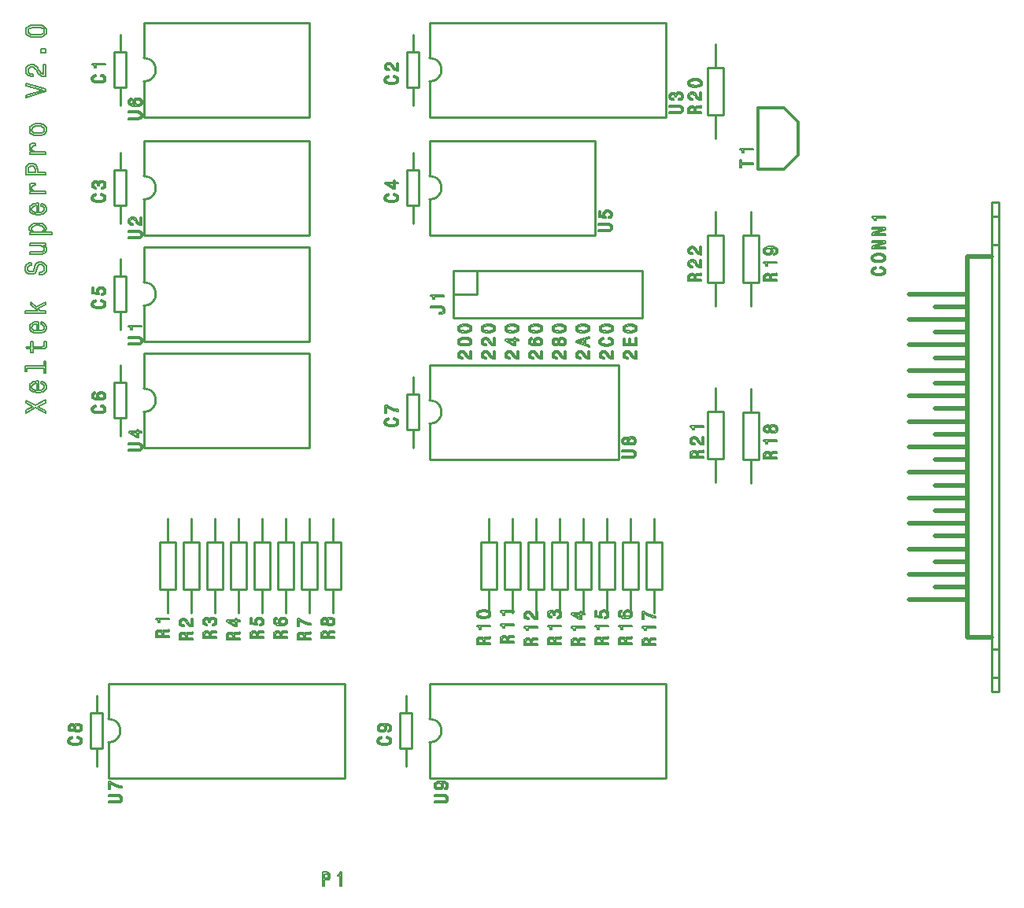
<source format=gto>
G04 start of page 2 for group 1 layer_idx 6 *
G04 Title: (unknown), top_silk *
G04 Creator: pcb-rnd 3.1.1-dev *
G04 CreationDate: 2023-05-01 13:13:09 UTC *
G04 For:  *
G04 Format: Gerber/RS-274X *
G04 PCB-Dimensions: 500000 500000 *
G04 PCB-Coordinate-Origin: lower left *
%MOIN*%
%FSLAX25Y25*%
%LNTOP_SILK_NONE_1*%
%ADD25C,0.0059*%
%ADD24C,0.0200*%
%ADD23C,0.0118*%
%ADD22C,0.0100*%
G54D22*X338000Y406000D02*Y416000D01*
Y365000D02*Y375000D01*
X334667Y345000D02*Y365000D01*
X338000Y335000D02*Y345000D01*
X338134Y300063D02*Y290063D01*
X341468D02*X334801D01*
X338134Y270063D02*Y260063D01*
X341468Y290063D02*Y270063D01*
X334801D02*Y290063D01*
Y270063D02*X341468D01*
X285333Y235000D02*X278667D01*
X302000D02*Y245000D01*
X305333Y235000D02*X298667D01*
X292000D02*Y245000D01*
X295333Y235000D02*X288667D01*
X312000D02*Y245000D01*
X307000Y330000D02*Y350000D01*
X315333Y235000D02*X308667D01*
X287000Y405000D02*Y365000D01*
X297000Y310000D02*Y270000D01*
X282000Y235000D02*Y245000D01*
X278667Y215000D02*Y235000D01*
X298667Y215000D02*Y235000D01*
X288667Y215000D02*X295333D01*
X288667D02*Y235000D01*
X295333D02*Y215000D01*
X298667D02*X305333D01*
Y235000D02*Y215000D01*
X308667D02*X315333D01*
X308667D02*Y235000D01*
X315333D02*Y215000D01*
X287000Y405000D02*X217000D01*
Y365000D02*Y380000D01*
Y390000D02*Y405000D01*
Y365000D02*X287000D01*
X227000Y350000D02*X307000D01*
Y330000D02*X227000D01*
Y340000D02*X237000D01*
Y350000D02*Y340000D01*
X210000Y370000D02*Y377500D01*
X212500Y392500D02*Y377500D01*
X210000Y392500D02*Y400000D01*
X212500Y392500D02*X207500D01*
Y377500D02*X212500D01*
X207500D02*Y392500D01*
X242000Y205000D02*Y215000D01*
Y235000D02*Y245000D01*
X238667Y215000D02*X245333D01*
X238667D02*Y235000D01*
X245333D02*Y215000D01*
Y235000D02*X238667D01*
X282000Y205000D02*Y215000D01*
X278667D02*X285333D01*
Y235000D02*Y215000D01*
X275333Y235000D02*Y215000D01*
X252000Y205000D02*Y215000D01*
X255333Y235000D02*Y215000D01*
X258667D02*Y235000D01*
X265333D02*Y215000D01*
Y235000D02*X258667D01*
X268667Y215000D02*Y235000D01*
X252000D02*Y245000D01*
X255333Y235000D02*X248667D01*
X262000D02*Y245000D01*
X272000Y235000D02*Y245000D01*
X275333Y235000D02*X268667D01*
X248667Y215000D02*X255333D01*
X262000Y205000D02*Y215000D01*
X258667D02*X265333D01*
X272000Y205000D02*Y215000D01*
X268667D02*X275333D01*
X248667D02*Y235000D01*
X217000Y270000D02*X297000D01*
Y310000D02*X217000D01*
X210000Y297500D02*Y305000D01*
X207500Y282500D02*X212500D01*
X207500D02*Y297500D01*
X212500D02*Y282500D01*
Y297500D02*X207500D01*
X217000Y270000D02*Y285000D01*
X210000Y275000D02*Y282500D01*
X217000Y295000D02*Y310000D01*
X227000Y350000D02*Y330000D01*
X106000Y205000D02*Y215000D01*
X116000Y205000D02*Y215000D01*
X112667D02*X119333D01*
X126000Y205000D02*Y215000D01*
X302000Y205000D02*Y215000D01*
X312000Y205000D02*Y215000D01*
X292000Y205000D02*Y215000D01*
X122667D02*X129333D01*
X136000Y205000D02*Y215000D01*
X132667D02*X139333D01*
X142667D02*X149333D01*
X152667D02*X159333D01*
X162667D02*X169333D01*
X172667D02*X179333D01*
X146000Y205000D02*Y215000D01*
X156000Y205000D02*Y215000D01*
X166000Y205000D02*Y215000D01*
X176000Y205000D02*Y215000D01*
X96000Y275000D02*Y290000D01*
Y300000D02*Y315000D01*
X86000Y280000D02*Y287500D01*
Y302500D02*Y310000D01*
X88500Y302500D02*Y287500D01*
X106000Y235000D02*Y245000D01*
X109333Y235000D02*X102667D01*
X116000D02*Y245000D01*
X83500Y287500D02*X88500D01*
X83500D02*Y302500D01*
X88500D02*X83500D01*
X126000Y235000D02*Y245000D01*
X136000Y235000D02*Y245000D01*
X146000Y235000D02*Y245000D01*
X156000Y235000D02*Y245000D01*
X96000Y275000D02*X166000D01*
Y235000D02*Y245000D01*
X176000Y235000D02*Y245000D01*
X96000Y345000D02*Y360000D01*
Y365000D02*X166000D01*
Y405000D02*X96000D01*
Y365000D02*Y380000D01*
Y390000D02*Y405000D01*
Y320000D02*X166000D01*
Y360000D02*X96000D01*
Y320000D02*Y335000D01*
X166000Y315000D02*X96000D01*
Y415000D02*X166000D01*
X86000Y370000D02*Y377500D01*
X83500D02*X88500D01*
X86000Y347500D02*Y355000D01*
X88500Y347500D02*X83500D01*
X86000Y325000D02*Y332500D01*
X83500D02*X88500D01*
X83500D02*Y347500D01*
X88500D02*Y332500D01*
X86000Y392500D02*Y400000D01*
X83500Y377500D02*Y392500D01*
X88500D02*Y377500D01*
Y392500D02*X83500D01*
X166000Y360000D02*Y320000D01*
Y405000D02*Y365000D01*
Y315000D02*Y275000D01*
X102667Y215000D02*X109333D01*
X181000Y175000D02*X81000D01*
Y135000D02*Y150000D01*
Y160000D02*Y175000D01*
Y135000D02*X181000D01*
Y175000D02*Y135000D01*
X207000Y162500D02*Y170000D01*
X204500Y147500D02*Y162500D01*
X217000Y135000D02*Y150000D01*
X207000Y140000D02*Y147500D01*
X204500D02*X209500D01*
Y162500D02*Y147500D01*
Y162500D02*X204500D01*
X217000Y135000D02*X317000D01*
Y175000D02*Y135000D01*
Y175000D02*X217000D01*
Y160000D02*Y175000D01*
X76000Y140000D02*Y147500D01*
X78500Y162500D02*Y147500D01*
X76000Y162500D02*Y170000D01*
X78500Y162500D02*X73500D01*
Y147500D02*X78500D01*
X73500D02*Y162500D01*
X102667Y215000D02*Y235000D01*
X109333D02*Y215000D01*
X112667D02*Y235000D01*
X119333D02*X112667D01*
X119333D02*Y215000D01*
X122667D02*Y235000D01*
X129333D02*Y215000D01*
Y235000D02*X122667D01*
X132667Y215000D02*Y235000D01*
X139333D02*Y215000D01*
Y235000D02*X132667D01*
X142667Y215000D02*Y235000D01*
X149333D02*Y215000D01*
Y235000D02*X142667D01*
X159333D02*X152667D01*
Y215000D02*Y235000D01*
X159333D02*Y215000D01*
X162667D02*Y235000D01*
X169333D02*Y215000D01*
Y235000D02*X162667D01*
X179333D02*X172667D01*
Y215000D02*Y235000D01*
X179333D02*Y215000D01*
X338000Y436000D02*Y446000D01*
X341333Y436000D02*X334667D01*
X317000Y455000D02*Y415000D01*
X334667Y416000D02*X341333D01*
G54D23*X356000Y393000D02*X367000D01*
X373000Y399000D01*
X356000Y419000D02*X367000D01*
X373000Y413000D01*
Y399000D01*
G54D22*X334667Y345000D02*X341333D01*
Y365000D02*Y345000D01*
Y365000D02*X334667D01*
X353000D02*Y375000D01*
X356333Y365000D02*X349667D01*
Y345000D02*X356333D01*
X455100Y379000D02*X458100D01*
Y373000D02*X455100D01*
X458100Y361000D02*X455100D01*
G54D24*X444600Y356000D02*X455100D01*
G54D22*Y171400D02*Y379000D01*
G54D24*Y194400D02*X444600D01*
Y356000D01*
G54D22*X455100D02*Y194400D01*
G54D24*X420000Y340000D02*X444600D01*
X431200Y334600D02*X444600D01*
X420000Y329200D02*X444600D01*
X431200Y323800D02*X444600D01*
X420000Y318400D02*X444600D01*
X431200Y313000D02*X444600D01*
X420000Y307600D02*X444600D01*
X420000Y296800D02*X444600D01*
X420000Y286000D02*X444600D01*
X431200Y302200D02*X444600D01*
X431200Y291400D02*X444600D01*
X420000Y275200D02*X444600D01*
X420000Y264400D02*X444600D01*
X431200Y269800D02*X444600D01*
X420000Y253600D02*X444600D01*
X420000Y242800D02*X444600D01*
X431200Y259000D02*X444600D01*
X431200Y248200D02*X444600D01*
X431200Y237400D02*X444600D01*
X420000Y232000D02*X444600D01*
X431200Y226600D02*X444600D01*
X420000Y221200D02*X444600D01*
X431200Y215800D02*X444600D01*
X420000Y210400D02*X444600D01*
X431200Y280600D02*X444600D01*
G54D22*X458100Y171400D02*X455100D01*
X458100Y379000D02*Y171400D01*
Y177400D02*X455100D01*
X458100Y189400D02*X455100D01*
X349667Y345000D02*Y365000D01*
X356333D02*Y345000D01*
X166000Y455000D02*X96000D01*
Y415000D02*Y430000D01*
Y440000D02*Y455000D01*
X217000Y440000D02*Y455000D01*
X166000D02*Y415000D01*
X210000Y442500D02*Y450000D01*
X207500Y427500D02*Y442500D01*
X212500D02*Y427500D01*
Y442500D02*X207500D01*
X217000Y415000D02*Y430000D01*
X210000Y420000D02*Y427500D01*
X207500D02*X212500D01*
X86000Y420000D02*Y427500D01*
X88500Y442500D02*Y427500D01*
X86000Y442500D02*Y450000D01*
X88500Y442500D02*X83500D01*
Y427500D02*X88500D01*
X83500D02*Y442500D01*
X334667Y416000D02*Y436000D01*
X217000Y415000D02*X317000D01*
Y455000D02*X217000D01*
X341333Y436000D02*Y416000D01*
X353000Y290000D02*Y300000D01*
X349667Y270000D02*Y290000D01*
X353000Y335000D02*Y345000D01*
Y260000D02*Y270000D01*
X349667D02*X356333D01*
Y290000D02*Y270000D01*
Y290000D02*X349667D01*
G54D23*X356000Y419000D02*Y393000D01*
G54D22*X96000Y335000D02*G75*G03X96000Y345000I0J5000D01*G01*
Y380000D02*G75*G03X96000Y390000I0J5000D01*G01*
Y430000D02*G75*G03X96000Y440000I0J5000D01*G01*
X81000Y150000D02*G75*G03X81000Y160000I0J5000D01*G01*
X217000Y430000D02*G75*G03X217000Y440000I0J5000D01*G01*
X96000Y290000D02*G75*G03X96000Y300000I0J5000D01*G01*
X217000Y380000D02*G75*G03X217000Y390000I0J5000D01*G01*
Y285000D02*G75*G03X217000Y295000I0J5000D01*G01*
Y150000D02*G75*G03X217000Y160000I0J5000D01*G01*
G54D25*X234688Y315890D02*X233977D01*
Y313212D01*
D03*
X233940Y313219D01*
X233872Y313234D01*
X233805Y313257D01*
X233760Y313272D01*
X233723Y313287D01*
X233700Y313302D01*
X233678Y313309D01*
X233656Y313324D01*
X233633Y313339D01*
X233596Y313361D01*
D03*
D03*
X233566Y313376D01*
X233506Y313414D01*
X233454Y313451D01*
X233409Y313481D01*
X233379Y313504D01*
X233356Y313526D01*
X233341Y313541D01*
X233319Y313563D01*
X233296Y313586D01*
X233267Y313616D01*
D03*
D03*
X233237Y313646D01*
X233192Y313691D01*
X233139Y313743D01*
X233102Y313788D01*
X233080Y313818D01*
X233057Y313840D01*
X233042Y313863D01*
X233027Y313893D01*
X233005Y313922D01*
X232975Y313960D01*
D03*
D03*
X232952Y313997D01*
X232907Y314065D01*
X232863Y314132D01*
X232825Y314184D01*
X232795Y314222D01*
X232780Y314252D01*
X232765Y314281D01*
X232743Y314319D01*
X232720Y314356D01*
X232691Y314401D01*
D03*
X232444Y314820D01*
D03*
X232384Y314925D01*
X232272Y315089D01*
X232152Y315254D01*
X232062Y315366D01*
X231995Y315433D01*
X231943Y315471D01*
X231890Y315501D01*
X231830Y315538D01*
X231756Y315576D01*
X231681Y315628D01*
X231673D01*
D03*
X231583Y315673D01*
X231434Y315748D01*
X231277Y315815D01*
X231157Y315860D01*
X231067Y315882D01*
X230993D01*
X230918D01*
X230843D01*
X230753D01*
X230641Y315890D01*
D03*
D03*
X230566Y315882D01*
X230446Y315875D01*
X230327Y315867D01*
X230237Y315860D01*
X230177Y315852D01*
X230140Y315837D01*
X230095Y315822D01*
X230057Y315807D01*
X230005Y315785D01*
X229945Y315770D01*
D03*
D03*
X229885Y315740D01*
X229788Y315695D01*
X229691Y315650D01*
X229624Y315620D01*
X229579Y315591D01*
X229549Y315568D01*
X229519Y315538D01*
X229489Y315508D01*
X229452Y315478D01*
X229407Y315441D01*
D03*
D03*
X229369Y315396D01*
X229302Y315321D01*
X229235Y315246D01*
X229182Y315187D01*
X229152Y315142D01*
X229137Y315104D01*
X229122Y315067D01*
X229107Y315022D01*
X229085Y314977D01*
X229063Y314925D01*
D03*
D03*
X229040Y314857D01*
X229003Y314753D01*
X228973Y314648D01*
X228950Y314573D01*
X228943Y314521D01*
Y314476D01*
Y314431D01*
Y314379D01*
Y314319D01*
X228935Y314259D01*
D03*
D03*
X228943Y314184D01*
X228950Y314057D01*
X228958Y313937D01*
X228965Y313848D01*
X228980Y313795D01*
X228995Y313758D01*
X229010Y313720D01*
X229025Y313676D01*
X229048Y313631D01*
X229070Y313578D01*
D03*
D03*
X229100Y313519D01*
X229152Y313421D01*
X229205Y313324D01*
X229250Y313257D01*
X229280Y313219D01*
X229309Y313189D01*
X229339Y313159D01*
X229377Y313130D01*
X229414Y313100D01*
X229459Y313062D01*
D03*
D03*
X229511Y313017D01*
X229601Y312950D01*
X229691Y312883D01*
X229766Y312838D01*
X229818Y312808D01*
X229863Y312793D01*
X229900Y312778D01*
X229953Y312763D01*
X230013Y312741D01*
X230072Y312726D01*
D03*
D03*
X230147Y312703D01*
X230274Y312666D01*
X230402Y312636D01*
X230499Y312621D01*
X230574Y312613D01*
X230626D01*
X230686D01*
X230746D01*
X230813D01*
X230895D01*
D03*
X231007D01*
Y313257D01*
X230940D01*
D03*
X230820D01*
X230626Y313264D01*
X230431Y313279D01*
X230297Y313302D01*
X230222Y313331D01*
X230170Y313361D01*
X230125Y313391D01*
X230080Y313429D01*
X230028Y313466D01*
X229960Y313511D01*
Y313519D01*
D03*
X229900Y313571D01*
X229803Y313661D01*
X229713Y313758D01*
X229654Y313840D01*
X229631Y313907D01*
X229624Y313960D01*
Y314012D01*
Y314072D01*
Y314139D01*
X229616Y314229D01*
D03*
D03*
X229624Y314311D01*
X229639Y314454D01*
X229654Y314588D01*
X229676Y314685D01*
X229706Y314745D01*
X229736Y314783D01*
X229773Y314820D01*
X229811Y314857D01*
X229856Y314895D01*
X229900Y314940D01*
Y314947D01*
D03*
X229960Y314992D01*
X230065Y315067D01*
X230170Y315142D01*
X230252Y315187D01*
X230319Y315209D01*
X230372D01*
X230424D01*
X230484D01*
X230551D01*
X230633Y315217D01*
D03*
D03*
X230716Y315209D01*
X230850Y315202D01*
X230978Y315187D01*
X231067Y315172D01*
X231120Y315157D01*
X231157Y315142D01*
X231194Y315119D01*
X231232Y315097D01*
X231277Y315067D01*
X231329Y315037D01*
D03*
D03*
X231389Y315000D01*
X231486Y314932D01*
X231583Y314857D01*
X231651Y314798D01*
X231688Y314753D01*
X231718Y314708D01*
X231748Y314663D01*
X231785Y314611D01*
X231823Y314558D01*
X231860Y314491D01*
D03*
X232122Y314072D01*
D03*
X232174Y313990D01*
X232257Y313863D01*
X232339Y313735D01*
X232399Y313646D01*
X232444Y313593D01*
X232474Y313548D01*
X232504Y313511D01*
X232541Y313474D01*
X232578Y313429D01*
X232623Y313376D01*
D03*
D03*
X232676Y313317D01*
X232765Y313219D01*
X232855Y313130D01*
X232922Y313070D01*
X232967Y313032D01*
X233005Y313002D01*
X233042Y312980D01*
X233080Y312950D01*
X233124Y312920D01*
X233177Y312890D01*
D03*
D03*
X233237Y312845D01*
X233341Y312785D01*
X233446Y312726D01*
X233521Y312688D01*
X233573Y312666D01*
X233618Y312651D01*
X233663Y312643D01*
X233715Y312628D01*
X233775Y312613D01*
X233835Y312598D01*
D03*
D03*
X233910Y312576D01*
X234037Y312546D01*
X234164Y312516D01*
X234261Y312501D01*
X234329D01*
X234389D01*
X234448D01*
X234508D01*
X234583D01*
X234665D01*
D03*
X234688D01*
Y315890D01*
X231890Y321496D03*
X231606Y321488D01*
X231150Y321473D01*
X230708Y321443D01*
X230402Y321406D01*
X230222Y321361D01*
X230117Y321316D01*
X230020Y321264D01*
X229923Y321204D01*
X229811Y321137D01*
X229669Y321062D01*
D03*
D03*
X229534Y320965D01*
X229317Y320807D01*
X229122Y320635D01*
X229003Y320493D01*
X228950Y320381D01*
X228935Y320284D01*
Y320179D01*
Y320067D01*
Y319940D01*
X228928Y319790D01*
D03*
D03*
X228935Y319626D01*
X228965Y319364D01*
X229018Y319109D01*
X229085Y318937D01*
X229160Y318833D01*
X229235Y318773D01*
X229324Y318713D01*
X229429Y318653D01*
X229541Y318586D01*
X229676Y318511D01*
D03*
D03*
X229833Y318421D01*
X230102Y318294D01*
X230402Y318182D01*
X230648Y318115D01*
X230843Y318085D01*
X231022Y318077D01*
X231194D01*
X231396D01*
X231621D01*
X231890D01*
D03*
D03*
X232182D01*
X232638Y318092D01*
X233080Y318122D01*
X233386Y318159D01*
X233558Y318204D01*
X233663Y318249D01*
X233760Y318302D01*
X233857Y318361D01*
X233970Y318429D01*
X234104Y318504D01*
Y318511D01*
D03*
X234246Y318601D01*
X234463Y318758D01*
X234665Y318930D01*
X234778Y319072D01*
X234822Y319192D01*
X234837Y319289D01*
Y319386D01*
Y319506D01*
Y319633D01*
X234845Y319790D01*
D03*
D03*
X234837Y319947D01*
X234807Y320209D01*
X234755Y320456D01*
X234695Y320635D01*
X234628Y320733D01*
X234553Y320800D01*
X234463Y320852D01*
X234366Y320912D01*
X234246Y320980D01*
X234119Y321062D01*
X234112D01*
D03*
X233962Y321144D01*
X233693Y321264D01*
X233401Y321376D01*
X233147Y321451D01*
X232945Y321481D01*
X232773Y321488D01*
X232593D01*
X232399D01*
X232167D01*
X231890Y321496D01*
D03*
Y320815D03*
X232122Y320807D01*
X232481Y320800D01*
X232825Y320785D01*
X233065Y320763D01*
X233199Y320740D01*
X233281Y320718D01*
X233349Y320688D01*
X233424Y320658D01*
X233513Y320620D01*
X233611Y320583D01*
D03*
D03*
X233723Y320531D01*
X233887Y320441D01*
X234037Y320344D01*
X234127Y320254D01*
X234164Y320187D01*
X234172Y320119D01*
Y320052D01*
Y319977D01*
Y319887D01*
Y319790D01*
D03*
D03*
Y319678D01*
X234149Y319506D01*
X234112Y319341D01*
X234067Y319229D01*
X234007Y319169D01*
X233947Y319139D01*
X233880Y319109D01*
X233805Y319072D01*
X233715Y319035D01*
X233611Y318997D01*
D03*
D03*
X233498Y318945D01*
X233296Y318878D01*
X233072Y318810D01*
X232878Y318773D01*
X232720Y318758D01*
X232586D01*
X232444D01*
X232287D01*
X232107D01*
X231890D01*
D03*
D03*
X231666D01*
X231307Y318765D01*
X230963Y318780D01*
X230731Y318803D01*
X230596Y318825D01*
X230514Y318848D01*
X230439Y318878D01*
X230364Y318915D01*
X230274Y318952D01*
X230170Y318997D01*
D03*
D03*
X230065Y319042D01*
X229908Y319132D01*
X229758Y319229D01*
X229669Y319319D01*
X229624Y319394D01*
X229616Y319461D01*
Y319521D01*
Y319596D01*
Y319685D01*
X229609Y319790D01*
D03*
D03*
X229616Y319895D01*
X229639Y320067D01*
X229676Y320231D01*
X229728Y320344D01*
X229781Y320404D01*
X229841Y320441D01*
X229908Y320471D01*
X229983Y320501D01*
X230072Y320538D01*
X230170Y320576D01*
Y320583D01*
D03*
X230289Y320620D01*
X230499Y320688D01*
X230723Y320748D01*
X230918Y320785D01*
X231067Y320807D01*
X231202D01*
X231344D01*
X231501D01*
X231681D01*
X231890Y320815D01*
D03*
Y327087D03*
X231606Y327079D01*
X231150Y327064D01*
X230708Y327034D01*
X230402Y326997D01*
X230222Y326952D01*
X230117Y326907D01*
X230020Y326855D01*
X229923Y326795D01*
X229811Y326728D01*
X229669Y326653D01*
D03*
D03*
X229534Y326556D01*
X229317Y326398D01*
X229122Y326226D01*
X229003Y326084D01*
X228950Y325972D01*
X228935Y325875D01*
Y325770D01*
Y325658D01*
Y325531D01*
X228928Y325381D01*
D03*
D03*
X228935Y325217D01*
X228965Y324955D01*
X229018Y324700D01*
X229085Y324528D01*
X229160Y324424D01*
X229235Y324364D01*
X229324Y324304D01*
X229429Y324244D01*
X229541Y324177D01*
X229676Y324102D01*
D03*
D03*
X229833Y324012D01*
X230102Y323885D01*
X230402Y323773D01*
X230648Y323706D01*
X230843Y323676D01*
X231022Y323668D01*
X231194D01*
X231396D01*
X231621D01*
X231890D01*
D03*
D03*
X232182D01*
X232638Y323683D01*
X233080Y323713D01*
X233386Y323750D01*
X233558Y323795D01*
X233663Y323840D01*
X233760Y323893D01*
X233857Y323952D01*
X233970Y324020D01*
X234104Y324094D01*
Y324102D01*
D03*
X234246Y324192D01*
X234463Y324349D01*
X234665Y324521D01*
X234778Y324663D01*
X234822Y324783D01*
X234837Y324880D01*
Y324977D01*
Y325097D01*
Y325224D01*
X234845Y325381D01*
D03*
D03*
X234837Y325538D01*
X234807Y325800D01*
X234755Y326047D01*
X234695Y326226D01*
X234628Y326324D01*
X234553Y326391D01*
X234463Y326443D01*
X234366Y326503D01*
X234246Y326570D01*
X234119Y326653D01*
X234112D01*
D03*
X233962Y326735D01*
X233693Y326855D01*
X233401Y326967D01*
X233147Y327042D01*
X232945Y327072D01*
X232773Y327079D01*
X232593D01*
X232399D01*
X232167D01*
X231890Y327087D01*
D03*
Y326406D03*
X232122Y326398D01*
X232481Y326391D01*
X232825Y326376D01*
X233065Y326354D01*
X233199Y326331D01*
X233281Y326309D01*
X233349Y326279D01*
X233424Y326249D01*
X233513Y326211D01*
X233611Y326174D01*
D03*
D03*
X233723Y326122D01*
X233887Y326032D01*
X234037Y325935D01*
X234127Y325845D01*
X234164Y325778D01*
X234172Y325710D01*
Y325643D01*
Y325568D01*
Y325478D01*
Y325381D01*
D03*
D03*
Y325269D01*
X234149Y325097D01*
X234112Y324932D01*
X234067Y324820D01*
X234007Y324760D01*
X233947Y324730D01*
X233880Y324700D01*
X233805Y324663D01*
X233715Y324626D01*
X233611Y324588D01*
D03*
D03*
X233498Y324536D01*
X233296Y324469D01*
X233072Y324401D01*
X232878Y324364D01*
X232720Y324349D01*
X232586D01*
X232444D01*
X232287D01*
X232107D01*
X231890D01*
D03*
D03*
X231666D01*
X231307Y324356D01*
X230963Y324371D01*
X230731Y324394D01*
X230596Y324416D01*
X230514Y324439D01*
X230439Y324469D01*
X230364Y324506D01*
X230274Y324543D01*
X230170Y324588D01*
D03*
D03*
X230065Y324633D01*
X229908Y324723D01*
X229758Y324820D01*
X229669Y324910D01*
X229624Y324985D01*
X229616Y325052D01*
Y325112D01*
Y325187D01*
Y325276D01*
X229609Y325381D01*
D03*
D03*
X229616Y325486D01*
X229639Y325658D01*
X229676Y325822D01*
X229728Y325935D01*
X229781Y325994D01*
X229841Y326032D01*
X229908Y326062D01*
X229983Y326092D01*
X230072Y326129D01*
X230170Y326167D01*
Y326174D01*
D03*
X230289Y326211D01*
X230499Y326279D01*
X230723Y326339D01*
X230918Y326376D01*
X231067Y326398D01*
X231202D01*
X231344D01*
X231501D01*
X231681D01*
X231890Y326406D01*
D03*
X244688Y315890D02*X243977D01*
Y313212D01*
D03*
X243940Y313219D01*
X243872Y313234D01*
X243805Y313257D01*
X243760Y313272D01*
X243723Y313287D01*
X243700Y313302D01*
X243678Y313309D01*
X243656Y313324D01*
X243633Y313339D01*
X243596Y313361D01*
D03*
D03*
X243566Y313376D01*
X243506Y313414D01*
X243454Y313451D01*
X243409Y313481D01*
X243379Y313504D01*
X243356Y313526D01*
X243341Y313541D01*
X243319Y313563D01*
X243296Y313586D01*
X243267Y313616D01*
D03*
D03*
X243237Y313646D01*
X243192Y313691D01*
X243139Y313743D01*
X243102Y313788D01*
X243080Y313818D01*
X243057Y313840D01*
X243042Y313863D01*
X243027Y313893D01*
X243005Y313922D01*
X242975Y313960D01*
D03*
D03*
X242952Y313997D01*
X242907Y314065D01*
X242863Y314132D01*
X242825Y314184D01*
X242795Y314222D01*
X242780Y314252D01*
X242765Y314281D01*
X242743Y314319D01*
X242720Y314356D01*
X242691Y314401D01*
D03*
X242444Y314820D01*
D03*
X242384Y314925D01*
X242272Y315089D01*
X242152Y315254D01*
X242062Y315366D01*
X241995Y315433D01*
X241943Y315471D01*
X241890Y315501D01*
X241830Y315538D01*
X241756Y315576D01*
X241681Y315628D01*
X241673D01*
D03*
X241583Y315673D01*
X241434Y315748D01*
X241277Y315815D01*
X241157Y315860D01*
X241067Y315882D01*
X240993D01*
X240918D01*
X240843D01*
X240753D01*
X240641Y315890D01*
D03*
D03*
X240566Y315882D01*
X240446Y315875D01*
X240327Y315867D01*
X240237Y315860D01*
X240177Y315852D01*
X240140Y315837D01*
X240095Y315822D01*
X240057Y315807D01*
X240005Y315785D01*
X239945Y315770D01*
D03*
D03*
X239885Y315740D01*
X239788Y315695D01*
X239691Y315650D01*
X239624Y315620D01*
X239579Y315591D01*
X239549Y315568D01*
X239519Y315538D01*
X239489Y315508D01*
X239452Y315478D01*
X239407Y315441D01*
D03*
D03*
X239369Y315396D01*
X239302Y315321D01*
X239235Y315246D01*
X239182Y315187D01*
X239152Y315142D01*
X239137Y315104D01*
X239122Y315067D01*
X239107Y315022D01*
X239085Y314977D01*
X239063Y314925D01*
D03*
D03*
X239040Y314857D01*
X239003Y314753D01*
X238973Y314648D01*
X238950Y314573D01*
X238943Y314521D01*
Y314476D01*
Y314431D01*
Y314379D01*
Y314319D01*
X238935Y314259D01*
D03*
D03*
X238943Y314184D01*
X238950Y314057D01*
X238958Y313937D01*
X238965Y313848D01*
X238980Y313795D01*
X238995Y313758D01*
X239010Y313720D01*
X239025Y313676D01*
X239048Y313631D01*
X239070Y313578D01*
D03*
D03*
X239100Y313519D01*
X239152Y313421D01*
X239205Y313324D01*
X239250Y313257D01*
X239280Y313219D01*
X239309Y313189D01*
X239339Y313159D01*
X239377Y313130D01*
X239414Y313100D01*
X239459Y313062D01*
D03*
D03*
X239511Y313017D01*
X239601Y312950D01*
X239691Y312883D01*
X239766Y312838D01*
X239818Y312808D01*
X239863Y312793D01*
X239900Y312778D01*
X239953Y312763D01*
X240013Y312741D01*
X240072Y312726D01*
D03*
D03*
X240147Y312703D01*
X240274Y312666D01*
X240402Y312636D01*
X240499Y312621D01*
X240574Y312613D01*
X240626D01*
X240686D01*
X240746D01*
X240813D01*
X240895D01*
D03*
X241007D01*
Y313257D01*
X240940D01*
D03*
X240820D01*
X240626Y313264D01*
X240431Y313279D01*
X240297Y313302D01*
X240222Y313331D01*
X240170Y313361D01*
X240125Y313391D01*
X240080Y313429D01*
X240028Y313466D01*
X239960Y313511D01*
Y313519D01*
D03*
X239900Y313571D01*
X239803Y313661D01*
X239713Y313758D01*
X239654Y313840D01*
X239631Y313907D01*
X239624Y313960D01*
Y314012D01*
Y314072D01*
Y314139D01*
X239616Y314229D01*
D03*
D03*
X239624Y314311D01*
X239639Y314454D01*
X239654Y314588D01*
X239676Y314685D01*
X239706Y314745D01*
X239736Y314783D01*
X239773Y314820D01*
X239811Y314857D01*
X239856Y314895D01*
X239900Y314940D01*
Y314947D01*
D03*
X239960Y314992D01*
X240065Y315067D01*
X240170Y315142D01*
X240252Y315187D01*
X240319Y315209D01*
X240372D01*
X240424D01*
X240484D01*
X240551D01*
X240633Y315217D01*
D03*
D03*
X240716Y315209D01*
X240850Y315202D01*
X240978Y315187D01*
X241067Y315172D01*
X241120Y315157D01*
X241157Y315142D01*
X241194Y315119D01*
X241232Y315097D01*
X241277Y315067D01*
X241329Y315037D01*
D03*
D03*
X241389Y315000D01*
X241486Y314932D01*
X241583Y314857D01*
X241651Y314798D01*
X241688Y314753D01*
X241718Y314708D01*
X241748Y314663D01*
X241785Y314611D01*
X241823Y314558D01*
X241860Y314491D01*
D03*
X242122Y314072D01*
D03*
X242174Y313990D01*
X242257Y313863D01*
X242339Y313735D01*
X242399Y313646D01*
X242444Y313593D01*
X242474Y313548D01*
X242504Y313511D01*
X242541Y313474D01*
X242578Y313429D01*
X242623Y313376D01*
D03*
D03*
X242676Y313317D01*
X242765Y313219D01*
X242855Y313130D01*
X242922Y313070D01*
X242967Y313032D01*
X243005Y313002D01*
X243042Y312980D01*
X243080Y312950D01*
X243124Y312920D01*
X243177Y312890D01*
D03*
D03*
X243237Y312845D01*
X243341Y312785D01*
X243446Y312726D01*
X243521Y312688D01*
X243573Y312666D01*
X243618Y312651D01*
X243663Y312643D01*
X243715Y312628D01*
X243775Y312613D01*
X243835Y312598D01*
D03*
D03*
X243910Y312576D01*
X244037Y312546D01*
X244164Y312516D01*
X244261Y312501D01*
X244329D01*
X244389D01*
X244448D01*
X244508D01*
X244583D01*
X244665D01*
D03*
X244688D01*
Y315890D01*
Y321481D02*X243977D01*
Y318803D01*
D03*
X243940Y318810D01*
X243872Y318825D01*
X243805Y318848D01*
X243760Y318863D01*
X243723Y318878D01*
X243700Y318893D01*
X243678Y318900D01*
X243656Y318915D01*
X243633Y318930D01*
X243596Y318952D01*
D03*
D03*
X243566Y318967D01*
X243506Y319005D01*
X243454Y319042D01*
X243409Y319072D01*
X243379Y319094D01*
X243356Y319117D01*
X243341Y319132D01*
X243319Y319154D01*
X243296Y319177D01*
X243267Y319207D01*
D03*
D03*
X243237Y319237D01*
X243192Y319281D01*
X243139Y319334D01*
X243102Y319379D01*
X243080Y319409D01*
X243057Y319431D01*
X243042Y319454D01*
X243027Y319483D01*
X243005Y319513D01*
X242975Y319551D01*
D03*
D03*
X242952Y319588D01*
X242907Y319656D01*
X242863Y319723D01*
X242825Y319775D01*
X242795Y319813D01*
X242780Y319843D01*
X242765Y319872D01*
X242743Y319910D01*
X242720Y319947D01*
X242691Y319992D01*
D03*
X242444Y320411D01*
D03*
X242384Y320516D01*
X242272Y320680D01*
X242152Y320845D01*
X242062Y320957D01*
X241995Y321024D01*
X241943Y321062D01*
X241890Y321092D01*
X241830Y321129D01*
X241756Y321167D01*
X241681Y321219D01*
X241673D01*
D03*
X241583Y321264D01*
X241434Y321339D01*
X241277Y321406D01*
X241157Y321451D01*
X241067Y321473D01*
X240993D01*
X240918D01*
X240843D01*
X240753D01*
X240641Y321481D01*
D03*
D03*
X240566Y321473D01*
X240446Y321466D01*
X240327Y321458D01*
X240237Y321451D01*
X240177Y321443D01*
X240140Y321428D01*
X240095Y321413D01*
X240057Y321398D01*
X240005Y321376D01*
X239945Y321361D01*
D03*
D03*
X239885Y321331D01*
X239788Y321286D01*
X239691Y321241D01*
X239624Y321211D01*
X239579Y321181D01*
X239549Y321159D01*
X239519Y321129D01*
X239489Y321099D01*
X239452Y321069D01*
X239407Y321032D01*
D03*
D03*
X239369Y320987D01*
X239302Y320912D01*
X239235Y320837D01*
X239182Y320778D01*
X239152Y320733D01*
X239137Y320695D01*
X239122Y320658D01*
X239107Y320613D01*
X239085Y320568D01*
X239063Y320516D01*
D03*
D03*
X239040Y320448D01*
X239003Y320344D01*
X238973Y320239D01*
X238950Y320164D01*
X238943Y320112D01*
Y320067D01*
Y320022D01*
Y319970D01*
Y319910D01*
X238935Y319850D01*
D03*
D03*
X238943Y319775D01*
X238950Y319648D01*
X238958Y319528D01*
X238965Y319439D01*
X238980Y319386D01*
X238995Y319349D01*
X239010Y319311D01*
X239025Y319267D01*
X239048Y319222D01*
X239070Y319169D01*
D03*
D03*
X239100Y319109D01*
X239152Y319012D01*
X239205Y318915D01*
X239250Y318848D01*
X239280Y318810D01*
X239309Y318780D01*
X239339Y318750D01*
X239377Y318720D01*
X239414Y318691D01*
X239459Y318653D01*
D03*
D03*
X239511Y318608D01*
X239601Y318541D01*
X239691Y318474D01*
X239766Y318429D01*
X239818Y318399D01*
X239863Y318384D01*
X239900Y318369D01*
X239953Y318354D01*
X240013Y318331D01*
X240072Y318317D01*
D03*
D03*
X240147Y318294D01*
X240274Y318257D01*
X240402Y318227D01*
X240499Y318212D01*
X240574Y318204D01*
X240626D01*
X240686D01*
X240746D01*
X240813D01*
X240895D01*
D03*
X241007D01*
Y318848D01*
X240940D01*
D03*
X240820D01*
X240626Y318855D01*
X240431Y318870D01*
X240297Y318893D01*
X240222Y318922D01*
X240170Y318952D01*
X240125Y318982D01*
X240080Y319020D01*
X240028Y319057D01*
X239960Y319102D01*
Y319109D01*
D03*
X239900Y319162D01*
X239803Y319252D01*
X239713Y319349D01*
X239654Y319431D01*
X239631Y319498D01*
X239624Y319551D01*
Y319603D01*
Y319663D01*
Y319730D01*
X239616Y319820D01*
D03*
D03*
X239624Y319902D01*
X239639Y320044D01*
X239654Y320179D01*
X239676Y320276D01*
X239706Y320336D01*
X239736Y320374D01*
X239773Y320411D01*
X239811Y320448D01*
X239856Y320486D01*
X239900Y320531D01*
Y320538D01*
D03*
X239960Y320583D01*
X240065Y320658D01*
X240170Y320733D01*
X240252Y320778D01*
X240319Y320800D01*
X240372D01*
X240424D01*
X240484D01*
X240551D01*
X240633Y320807D01*
D03*
D03*
X240716Y320800D01*
X240850Y320793D01*
X240978Y320778D01*
X241067Y320763D01*
X241120Y320748D01*
X241157Y320733D01*
X241194Y320710D01*
X241232Y320688D01*
X241277Y320658D01*
X241329Y320628D01*
D03*
D03*
X241389Y320591D01*
X241486Y320523D01*
X241583Y320448D01*
X241651Y320389D01*
X241688Y320344D01*
X241718Y320299D01*
X241748Y320254D01*
X241785Y320202D01*
X241823Y320149D01*
X241860Y320082D01*
D03*
X242122Y319663D01*
D03*
X242174Y319581D01*
X242257Y319454D01*
X242339Y319326D01*
X242399Y319237D01*
X242444Y319184D01*
X242474Y319139D01*
X242504Y319102D01*
X242541Y319065D01*
X242578Y319020D01*
X242623Y318967D01*
D03*
D03*
X242676Y318907D01*
X242765Y318810D01*
X242855Y318720D01*
X242922Y318661D01*
X242967Y318623D01*
X243005Y318593D01*
X243042Y318571D01*
X243080Y318541D01*
X243124Y318511D01*
X243177Y318481D01*
D03*
D03*
X243237Y318436D01*
X243341Y318376D01*
X243446Y318317D01*
X243521Y318279D01*
X243573Y318257D01*
X243618Y318242D01*
X243663Y318234D01*
X243715Y318219D01*
X243775Y318204D01*
X243835Y318189D01*
D03*
D03*
X243910Y318167D01*
X244037Y318137D01*
X244164Y318107D01*
X244261Y318092D01*
X244329D01*
X244389D01*
X244448D01*
X244508D01*
X244583D01*
X244665D01*
D03*
X244688D01*
Y321481D01*
X241890Y327087D03*
X241606Y327079D01*
X241150Y327064D01*
X240708Y327034D01*
X240402Y326997D01*
X240222Y326952D01*
X240117Y326907D01*
X240020Y326855D01*
X239923Y326795D01*
X239811Y326728D01*
X239669Y326653D01*
D03*
D03*
X239534Y326556D01*
X239317Y326398D01*
X239122Y326226D01*
X239003Y326084D01*
X238950Y325972D01*
X238935Y325875D01*
Y325770D01*
Y325658D01*
Y325531D01*
X238928Y325381D01*
D03*
D03*
X238935Y325217D01*
X238965Y324955D01*
X239018Y324700D01*
X239085Y324528D01*
X239160Y324424D01*
X239235Y324364D01*
X239324Y324304D01*
X239429Y324244D01*
X239541Y324177D01*
X239676Y324102D01*
D03*
D03*
X239833Y324012D01*
X240102Y323885D01*
X240402Y323773D01*
X240648Y323706D01*
X240843Y323676D01*
X241022Y323668D01*
X241194D01*
X241396D01*
X241621D01*
X241890D01*
D03*
D03*
X242182D01*
X242638Y323683D01*
X243080Y323713D01*
X243386Y323750D01*
X243558Y323795D01*
X243663Y323840D01*
X243760Y323893D01*
X243857Y323952D01*
X243970Y324020D01*
X244104Y324094D01*
Y324102D01*
D03*
X244246Y324192D01*
X244463Y324349D01*
X244665Y324521D01*
X244778Y324663D01*
X244822Y324783D01*
X244837Y324880D01*
Y324977D01*
Y325097D01*
Y325224D01*
X244845Y325381D01*
D03*
D03*
X244837Y325538D01*
X244807Y325800D01*
X244755Y326047D01*
X244695Y326226D01*
X244628Y326324D01*
X244553Y326391D01*
X244463Y326443D01*
X244366Y326503D01*
X244246Y326570D01*
X244119Y326653D01*
X244112D01*
D03*
X243962Y326735D01*
X243693Y326855D01*
X243401Y326967D01*
X243147Y327042D01*
X242945Y327072D01*
X242773Y327079D01*
X242593D01*
X242399D01*
X242167D01*
X241890Y327087D01*
D03*
Y326406D03*
X242122Y326398D01*
X242481Y326391D01*
X242825Y326376D01*
X243065Y326354D01*
X243199Y326331D01*
X243281Y326309D01*
X243349Y326279D01*
X243424Y326249D01*
X243513Y326211D01*
X243611Y326174D01*
D03*
D03*
X243723Y326122D01*
X243887Y326032D01*
X244037Y325935D01*
X244127Y325845D01*
X244164Y325778D01*
X244172Y325710D01*
Y325643D01*
Y325568D01*
Y325478D01*
Y325381D01*
D03*
D03*
Y325269D01*
X244149Y325097D01*
X244112Y324932D01*
X244067Y324820D01*
X244007Y324760D01*
X243947Y324730D01*
X243880Y324700D01*
X243805Y324663D01*
X243715Y324626D01*
X243611Y324588D01*
D03*
D03*
X243498Y324536D01*
X243296Y324469D01*
X243072Y324401D01*
X242878Y324364D01*
X242720Y324349D01*
X242586D01*
X242444D01*
X242287D01*
X242107D01*
X241890D01*
D03*
D03*
X241666D01*
X241307Y324356D01*
X240963Y324371D01*
X240731Y324394D01*
X240596Y324416D01*
X240514Y324439D01*
X240439Y324469D01*
X240364Y324506D01*
X240274Y324543D01*
X240170Y324588D01*
D03*
D03*
X240065Y324633D01*
X239908Y324723D01*
X239758Y324820D01*
X239669Y324910D01*
X239624Y324985D01*
X239616Y325052D01*
Y325112D01*
Y325187D01*
Y325276D01*
X239609Y325381D01*
D03*
D03*
X239616Y325486D01*
X239639Y325658D01*
X239676Y325822D01*
X239728Y325935D01*
X239781Y325994D01*
X239841Y326032D01*
X239908Y326062D01*
X239983Y326092D01*
X240072Y326129D01*
X240170Y326167D01*
Y326174D01*
D03*
X240289Y326211D01*
X240499Y326279D01*
X240723Y326339D01*
X240918Y326376D01*
X241067Y326398D01*
X241202D01*
X241344D01*
X241501D01*
X241681D01*
X241890Y326406D01*
D03*
X254688Y315890D02*X253977D01*
Y313212D01*
D03*
X253940Y313219D01*
X253872Y313234D01*
X253805Y313257D01*
X253760Y313272D01*
X253723Y313287D01*
X253700Y313302D01*
X253678Y313309D01*
X253656Y313324D01*
X253633Y313339D01*
X253596Y313361D01*
D03*
D03*
X253566Y313376D01*
X253506Y313414D01*
X253454Y313451D01*
X253409Y313481D01*
X253379Y313504D01*
X253356Y313526D01*
X253341Y313541D01*
X253319Y313563D01*
X253296Y313586D01*
X253267Y313616D01*
D03*
D03*
X253237Y313646D01*
X253192Y313691D01*
X253139Y313743D01*
X253102Y313788D01*
X253080Y313818D01*
X253057Y313840D01*
X253042Y313863D01*
X253027Y313893D01*
X253005Y313922D01*
X252975Y313960D01*
D03*
D03*
X252952Y313997D01*
X252907Y314065D01*
X252863Y314132D01*
X252825Y314184D01*
X252795Y314222D01*
X252780Y314252D01*
X252765Y314281D01*
X252743Y314319D01*
X252720Y314356D01*
X252691Y314401D01*
D03*
X252444Y314820D01*
D03*
X252384Y314925D01*
X252272Y315089D01*
X252152Y315254D01*
X252062Y315366D01*
X251995Y315433D01*
X251943Y315471D01*
X251890Y315501D01*
X251830Y315538D01*
X251756Y315576D01*
X251681Y315628D01*
X251673D01*
D03*
X251583Y315673D01*
X251434Y315748D01*
X251277Y315815D01*
X251157Y315860D01*
X251067Y315882D01*
X250993D01*
X250918D01*
X250843D01*
X250753D01*
X250641Y315890D01*
D03*
D03*
X250566Y315882D01*
X250446Y315875D01*
X250327Y315867D01*
X250237Y315860D01*
X250177Y315852D01*
X250140Y315837D01*
X250095Y315822D01*
X250057Y315807D01*
X250005Y315785D01*
X249945Y315770D01*
D03*
D03*
X249885Y315740D01*
X249788Y315695D01*
X249691Y315650D01*
X249624Y315620D01*
X249579Y315591D01*
X249549Y315568D01*
X249519Y315538D01*
X249489Y315508D01*
X249452Y315478D01*
X249407Y315441D01*
D03*
D03*
X249369Y315396D01*
X249302Y315321D01*
X249235Y315246D01*
X249182Y315187D01*
X249152Y315142D01*
X249137Y315104D01*
X249122Y315067D01*
X249107Y315022D01*
X249085Y314977D01*
X249063Y314925D01*
D03*
D03*
X249040Y314857D01*
X249003Y314753D01*
X248973Y314648D01*
X248950Y314573D01*
X248943Y314521D01*
Y314476D01*
Y314431D01*
Y314379D01*
Y314319D01*
X248935Y314259D01*
D03*
D03*
X248943Y314184D01*
X248950Y314057D01*
X248958Y313937D01*
X248965Y313848D01*
X248980Y313795D01*
X248995Y313758D01*
X249010Y313720D01*
X249025Y313676D01*
X249048Y313631D01*
X249070Y313578D01*
D03*
D03*
X249100Y313519D01*
X249152Y313421D01*
X249205Y313324D01*
X249250Y313257D01*
X249280Y313219D01*
X249309Y313189D01*
X249339Y313159D01*
X249377Y313130D01*
X249414Y313100D01*
X249459Y313062D01*
D03*
D03*
X249511Y313017D01*
X249601Y312950D01*
X249691Y312883D01*
X249766Y312838D01*
X249818Y312808D01*
X249863Y312793D01*
X249900Y312778D01*
X249953Y312763D01*
X250013Y312741D01*
X250072Y312726D01*
D03*
D03*
X250147Y312703D01*
X250274Y312666D01*
X250402Y312636D01*
X250499Y312621D01*
X250574Y312613D01*
X250626D01*
X250686D01*
X250746D01*
X250813D01*
X250895D01*
D03*
X251007D01*
Y313257D01*
X250940D01*
D03*
X250820D01*
X250626Y313264D01*
X250431Y313279D01*
X250297Y313302D01*
X250222Y313331D01*
X250170Y313361D01*
X250125Y313391D01*
X250080Y313429D01*
X250028Y313466D01*
X249960Y313511D01*
Y313519D01*
D03*
X249900Y313571D01*
X249803Y313661D01*
X249713Y313758D01*
X249654Y313840D01*
X249631Y313907D01*
X249624Y313960D01*
Y314012D01*
Y314072D01*
Y314139D01*
X249616Y314229D01*
D03*
D03*
X249624Y314311D01*
X249639Y314454D01*
X249654Y314588D01*
X249676Y314685D01*
X249706Y314745D01*
X249736Y314783D01*
X249773Y314820D01*
X249811Y314857D01*
X249856Y314895D01*
X249900Y314940D01*
Y314947D01*
D03*
X249960Y314992D01*
X250065Y315067D01*
X250170Y315142D01*
X250252Y315187D01*
X250319Y315209D01*
X250372D01*
X250424D01*
X250484D01*
X250551D01*
X250633Y315217D01*
D03*
D03*
X250716Y315209D01*
X250850Y315202D01*
X250978Y315187D01*
X251067Y315172D01*
X251120Y315157D01*
X251157Y315142D01*
X251194Y315119D01*
X251232Y315097D01*
X251277Y315067D01*
X251329Y315037D01*
D03*
D03*
X251389Y315000D01*
X251486Y314932D01*
X251583Y314857D01*
X251651Y314798D01*
X251688Y314753D01*
X251718Y314708D01*
X251748Y314663D01*
X251785Y314611D01*
X251823Y314558D01*
X251860Y314491D01*
D03*
X252122Y314072D01*
D03*
X252174Y313990D01*
X252257Y313863D01*
X252339Y313735D01*
X252399Y313646D01*
X252444Y313593D01*
X252474Y313548D01*
X252504Y313511D01*
X252541Y313474D01*
X252578Y313429D01*
X252623Y313376D01*
D03*
D03*
X252676Y313317D01*
X252765Y313219D01*
X252855Y313130D01*
X252922Y313070D01*
X252967Y313032D01*
X253005Y313002D01*
X253042Y312980D01*
X253080Y312950D01*
X253124Y312920D01*
X253177Y312890D01*
D03*
D03*
X253237Y312845D01*
X253341Y312785D01*
X253446Y312726D01*
X253521Y312688D01*
X253573Y312666D01*
X253618Y312651D01*
X253663Y312643D01*
X253715Y312628D01*
X253775Y312613D01*
X253835Y312598D01*
D03*
D03*
X253910Y312576D01*
X254037Y312546D01*
X254164Y312516D01*
X254261Y312501D01*
X254329D01*
X254389D01*
X254448D01*
X254508D01*
X254583D01*
X254665D01*
D03*
X254688D01*
Y315890D01*
X253267Y321541D02*X252608D01*
Y320837D01*
X249093D01*
Y320194D01*
X252541Y318032D01*
X253267D01*
Y320194D01*
X254680D01*
Y320837D01*
X253267D01*
Y321541D01*
X252608Y320194D02*Y318631D01*
X250050Y320194D01*
X252608D01*
X251890Y327087D03*
X251606Y327079D01*
X251150Y327064D01*
X250708Y327034D01*
X250402Y326997D01*
X250222Y326952D01*
X250117Y326907D01*
X250020Y326855D01*
X249923Y326795D01*
X249811Y326728D01*
X249669Y326653D01*
D03*
D03*
X249534Y326556D01*
X249317Y326398D01*
X249122Y326226D01*
X249003Y326084D01*
X248950Y325972D01*
X248935Y325875D01*
Y325770D01*
Y325658D01*
Y325531D01*
X248928Y325381D01*
D03*
D03*
X248935Y325217D01*
X248965Y324955D01*
X249018Y324700D01*
X249085Y324528D01*
X249160Y324424D01*
X249235Y324364D01*
X249324Y324304D01*
X249429Y324244D01*
X249541Y324177D01*
X249676Y324102D01*
D03*
D03*
X249833Y324012D01*
X250102Y323885D01*
X250402Y323773D01*
X250648Y323706D01*
X250843Y323676D01*
X251022Y323668D01*
X251194D01*
X251396D01*
X251621D01*
X251890D01*
D03*
D03*
X252182D01*
X252638Y323683D01*
X253080Y323713D01*
X253386Y323750D01*
X253558Y323795D01*
X253663Y323840D01*
X253760Y323893D01*
X253857Y323952D01*
X253970Y324020D01*
X254104Y324094D01*
Y324102D01*
D03*
X254246Y324192D01*
X254463Y324349D01*
X254665Y324521D01*
X254778Y324663D01*
X254822Y324783D01*
X254837Y324880D01*
Y324977D01*
Y325097D01*
Y325224D01*
X254845Y325381D01*
D03*
D03*
X254837Y325538D01*
X254807Y325800D01*
X254755Y326047D01*
X254695Y326226D01*
X254628Y326324D01*
X254553Y326391D01*
X254463Y326443D01*
X254366Y326503D01*
X254246Y326570D01*
X254119Y326653D01*
X254112D01*
D03*
X253962Y326735D01*
X253693Y326855D01*
X253401Y326967D01*
X253147Y327042D01*
X252945Y327072D01*
X252773Y327079D01*
X252593D01*
X252399D01*
X252167D01*
X251890Y327087D01*
D03*
Y326406D03*
X252122Y326398D01*
X252481Y326391D01*
X252825Y326376D01*
X253065Y326354D01*
X253199Y326331D01*
X253281Y326309D01*
X253349Y326279D01*
X253424Y326249D01*
X253513Y326211D01*
X253611Y326174D01*
D03*
D03*
X253723Y326122D01*
X253887Y326032D01*
X254037Y325935D01*
X254127Y325845D01*
X254164Y325778D01*
X254172Y325710D01*
Y325643D01*
Y325568D01*
Y325478D01*
Y325381D01*
D03*
D03*
Y325269D01*
X254149Y325097D01*
X254112Y324932D01*
X254067Y324820D01*
X254007Y324760D01*
X253947Y324730D01*
X253880Y324700D01*
X253805Y324663D01*
X253715Y324626D01*
X253611Y324588D01*
D03*
D03*
X253498Y324536D01*
X253296Y324469D01*
X253072Y324401D01*
X252878Y324364D01*
X252720Y324349D01*
X252586D01*
X252444D01*
X252287D01*
X252107D01*
X251890D01*
D03*
D03*
X251666D01*
X251307Y324356D01*
X250963Y324371D01*
X250731Y324394D01*
X250596Y324416D01*
X250514Y324439D01*
X250439Y324469D01*
X250364Y324506D01*
X250274Y324543D01*
X250170Y324588D01*
D03*
D03*
X250065Y324633D01*
X249908Y324723D01*
X249758Y324820D01*
X249669Y324910D01*
X249624Y324985D01*
X249616Y325052D01*
Y325112D01*
Y325187D01*
Y325276D01*
X249609Y325381D01*
D03*
D03*
X249616Y325486D01*
X249639Y325658D01*
X249676Y325822D01*
X249728Y325935D01*
X249781Y325994D01*
X249841Y326032D01*
X249908Y326062D01*
X249983Y326092D01*
X250072Y326129D01*
X250170Y326167D01*
Y326174D01*
D03*
X250289Y326211D01*
X250499Y326279D01*
X250723Y326339D01*
X250918Y326376D01*
X251067Y326398D01*
X251202D01*
X251344D01*
X251501D01*
X251681D01*
X251890Y326406D01*
D03*
X93004Y321897D02*X89465D01*
Y321231D01*
X93048D01*
D03*
X93206Y321224D01*
X93460Y321217D01*
X93699Y321194D01*
X93864Y321172D01*
X93954Y321149D01*
X94013Y321127D01*
X94058Y321097D01*
X94118Y321059D01*
X94178Y321022D01*
X94245Y320977D01*
D03*
D03*
X94328Y320925D01*
X94447Y320828D01*
X94552Y320723D01*
X94612Y320641D01*
X94634Y320573D01*
X94642Y320506D01*
Y320446D01*
Y320371D01*
Y320289D01*
Y320192D01*
D03*
D03*
Y320080D01*
X94627Y319915D01*
X94604Y319758D01*
X94567Y319646D01*
X94530Y319586D01*
X94485Y319548D01*
X94440Y319519D01*
X94387Y319481D01*
X94328Y319444D01*
X94260Y319399D01*
X94253D01*
D03*
X94170Y319346D01*
X94028Y319272D01*
X93871Y319204D01*
X93737Y319167D01*
X93624Y319152D01*
X93535D01*
X93437D01*
X93325D01*
X93198D01*
X93048D01*
D03*
X89465D01*
Y318494D01*
X93004D01*
D03*
X93235D01*
X93602Y318509D01*
X93954Y318531D01*
X94200Y318569D01*
X94335Y318613D01*
X94417Y318658D01*
X94492Y318703D01*
X94567Y318763D01*
X94657Y318823D01*
X94761Y318898D01*
Y318905D01*
D03*
X94874Y318987D01*
X95046Y319137D01*
X95195Y319309D01*
X95285Y319451D01*
X95322Y319571D01*
X95330Y319676D01*
Y319780D01*
Y319893D01*
Y320027D01*
X95337Y320192D01*
D03*
D03*
X95330Y320356D01*
X95307Y320626D01*
X95270Y320887D01*
X95218Y321067D01*
X95165Y321164D01*
X95106Y321224D01*
X95038Y321276D01*
X94963Y321336D01*
X94874Y321396D01*
X94776Y321478D01*
X94769D01*
D03*
X94649Y321553D01*
X94440Y321673D01*
X94215Y321785D01*
X94021Y321852D01*
X93856Y321882D01*
X93722Y321890D01*
X93572D01*
X93415D01*
X93228D01*
X93004Y321897D01*
D03*
X95188Y326673D02*X89435D01*
Y326194D01*
D03*
X89555Y326172D01*
X89742Y326142D01*
X89914Y326104D01*
X90034Y326067D01*
X90094Y326030D01*
X90131Y325992D01*
X90161Y325955D01*
X90198Y325917D01*
X90236Y325865D01*
X90281Y325813D01*
D03*
D03*
X90333Y325745D01*
X90408Y325626D01*
X90475Y325498D01*
X90513Y325394D01*
X90528Y325311D01*
X90535Y325244D01*
Y325169D01*
Y325087D01*
Y324990D01*
Y324878D01*
D03*
X91126D01*
Y326030D01*
X95188D01*
Y326673D01*
X221318Y334815D02*X217465D01*
Y334164D01*
X221288D01*
D03*
X221363Y334157D01*
X221475D01*
X221587Y334149D01*
X221662D01*
X221714D01*
X221744Y334142D01*
X221774Y334134D01*
X221811D01*
X221849Y334127D01*
X221894Y334119D01*
D03*
D03*
X221946Y334104D01*
X222028Y334082D01*
X222111Y334067D01*
X222163Y334052D01*
X222193Y334037D01*
X222215Y334022D01*
X222238Y334015D01*
X222260Y334000D01*
X222283Y333977D01*
X222313Y333962D01*
D03*
D03*
X222350Y333940D01*
X222402Y333902D01*
X222455Y333857D01*
X222485Y333828D01*
X222500Y333798D01*
X222515Y333775D01*
X222522Y333753D01*
X222537Y333730D01*
X222544Y333700D01*
X222559Y333670D01*
D03*
D03*
X222582Y333626D01*
X222604Y333558D01*
X222627Y333491D01*
X222642Y333439D01*
Y333394D01*
Y333364D01*
Y333326D01*
Y333289D01*
Y333244D01*
Y333192D01*
D03*
D03*
Y333087D01*
X222634Y332915D01*
X222612Y332758D01*
X222582Y332653D01*
X222552Y332593D01*
X222515Y332556D01*
X222477Y332526D01*
X222440Y332496D01*
X222387Y332459D01*
X222335Y332421D01*
X222328D01*
D03*
X222260Y332376D01*
X222141Y332309D01*
X222013Y332249D01*
X221901Y332212D01*
X221804Y332197D01*
X221722D01*
X221639D01*
X221542D01*
X221437D01*
X221310D01*
X221303D01*
D03*
X221288D01*
X221258D01*
X221228D01*
X221198Y332189D01*
X221183D01*
X221168D01*
X221161D01*
X221146D01*
X221131D01*
X221108Y332197D01*
D03*
D03*
X221093D01*
X221063D01*
X221026D01*
X220996D01*
X220974Y332204D01*
X220959D01*
X220951D01*
X220936D01*
X220914D01*
X220891Y332212D01*
D03*
Y331569D01*
D03*
X220914Y331561D01*
X220951Y331554D01*
X220989D01*
X221019D01*
X221033D01*
X221048D01*
X221063D01*
X221078D01*
X221093D01*
X221108D01*
D03*
D03*
X221131D01*
X221168D01*
X221198D01*
X221220D01*
X221235D01*
X221250D01*
X221265D01*
X221280D01*
X221295D01*
X221310D01*
D03*
D03*
X221520D01*
X221849Y331569D01*
X222163Y331591D01*
X222380Y331621D01*
X222500Y331666D01*
X222574Y331703D01*
X222634Y331748D01*
X222694Y331800D01*
X222776Y331860D01*
X222859Y331928D01*
Y331935D01*
D03*
X222956Y332010D01*
X223098Y332152D01*
X223218Y332309D01*
X223293Y332451D01*
X223322Y332563D01*
X223330Y332668D01*
Y332773D01*
Y332885D01*
Y333020D01*
X223337Y333184D01*
D03*
D03*
X223330Y333267D01*
X223322Y333401D01*
X223315Y333536D01*
X223307Y333633D01*
X223300Y333693D01*
X223285Y333738D01*
X223270Y333775D01*
X223255Y333820D01*
X223233Y333865D01*
X223218Y333917D01*
Y333925D01*
D03*
X223195Y333985D01*
X223158Y334082D01*
X223113Y334179D01*
X223076Y334246D01*
X223038Y334284D01*
X223008Y334314D01*
X222978Y334336D01*
X222948Y334366D01*
X222911Y334396D01*
X222866Y334433D01*
X222859D01*
D03*
X222814Y334471D01*
X222731Y334531D01*
X222642Y334583D01*
X222567Y334620D01*
X222507Y334643D01*
X222462Y334658D01*
X222417Y334673D01*
X222365Y334680D01*
X222305Y334695D01*
X222230Y334718D01*
D03*
D03*
X222156Y334733D01*
X222028Y334755D01*
X221894Y334785D01*
X221781Y334800D01*
X221699Y334807D01*
X221639D01*
X221572D01*
X221505D01*
X221422D01*
X221325Y334815D01*
X221318D01*
X223188Y339650D02*X217435D01*
Y339172D01*
D03*
X217555Y339149D01*
X217742Y339119D01*
X217914Y339082D01*
X218034Y339044D01*
X218094Y339007D01*
X218131Y338970D01*
X218161Y338932D01*
X218198Y338895D01*
X218236Y338843D01*
X218281Y338790D01*
D03*
D03*
X218333Y338723D01*
X218408Y338603D01*
X218475Y338476D01*
X218513Y338371D01*
X218528Y338289D01*
X218535Y338222D01*
Y338147D01*
Y338065D01*
Y337967D01*
Y337855D01*
D03*
X219126D01*
Y339007D01*
X223188D01*
Y339650D01*
X264688Y315890D02*X263977D01*
Y313212D01*
D03*
X263940Y313219D01*
X263872Y313234D01*
X263805Y313257D01*
X263760Y313272D01*
X263723Y313287D01*
X263700Y313302D01*
X263678Y313309D01*
X263656Y313324D01*
X263633Y313339D01*
X263596Y313361D01*
D03*
D03*
X263566Y313376D01*
X263506Y313414D01*
X263454Y313451D01*
X263409Y313481D01*
X263379Y313504D01*
X263356Y313526D01*
X263341Y313541D01*
X263319Y313563D01*
X263296Y313586D01*
X263267Y313616D01*
D03*
D03*
X263237Y313646D01*
X263192Y313691D01*
X263139Y313743D01*
X263102Y313788D01*
X263080Y313818D01*
X263057Y313840D01*
X263042Y313863D01*
X263027Y313893D01*
X263005Y313922D01*
X262975Y313960D01*
D03*
D03*
X262952Y313997D01*
X262907Y314065D01*
X262863Y314132D01*
X262825Y314184D01*
X262795Y314222D01*
X262780Y314252D01*
X262765Y314281D01*
X262743Y314319D01*
X262720Y314356D01*
X262691Y314401D01*
D03*
X262444Y314820D01*
D03*
X262384Y314925D01*
X262272Y315089D01*
X262152Y315254D01*
X262062Y315366D01*
X261995Y315433D01*
X261943Y315471D01*
X261890Y315501D01*
X261830Y315538D01*
X261756Y315576D01*
X261681Y315628D01*
X261673D01*
D03*
X261583Y315673D01*
X261434Y315748D01*
X261277Y315815D01*
X261157Y315860D01*
X261067Y315882D01*
X260993D01*
X260918D01*
X260843D01*
X260753D01*
X260641Y315890D01*
D03*
D03*
X260566Y315882D01*
X260446Y315875D01*
X260327Y315867D01*
X260237Y315860D01*
X260177Y315852D01*
X260140Y315837D01*
X260095Y315822D01*
X260057Y315807D01*
X260005Y315785D01*
X259945Y315770D01*
D03*
D03*
X259885Y315740D01*
X259788Y315695D01*
X259691Y315650D01*
X259624Y315620D01*
X259579Y315591D01*
X259549Y315568D01*
X259519Y315538D01*
X259489Y315508D01*
X259452Y315478D01*
X259407Y315441D01*
D03*
D03*
X259369Y315396D01*
X259302Y315321D01*
X259235Y315246D01*
X259182Y315187D01*
X259152Y315142D01*
X259137Y315104D01*
X259122Y315067D01*
X259107Y315022D01*
X259085Y314977D01*
X259063Y314925D01*
D03*
D03*
X259040Y314857D01*
X259003Y314753D01*
X258973Y314648D01*
X258950Y314573D01*
X258943Y314521D01*
Y314476D01*
Y314431D01*
Y314379D01*
Y314319D01*
X258935Y314259D01*
D03*
D03*
X258943Y314184D01*
X258950Y314057D01*
X258958Y313937D01*
X258965Y313848D01*
X258980Y313795D01*
X258995Y313758D01*
X259010Y313720D01*
X259025Y313676D01*
X259048Y313631D01*
X259070Y313578D01*
D03*
D03*
X259100Y313519D01*
X259152Y313421D01*
X259205Y313324D01*
X259250Y313257D01*
X259280Y313219D01*
X259309Y313189D01*
X259339Y313159D01*
X259377Y313130D01*
X259414Y313100D01*
X259459Y313062D01*
D03*
D03*
X259511Y313017D01*
X259601Y312950D01*
X259691Y312883D01*
X259766Y312838D01*
X259818Y312808D01*
X259863Y312793D01*
X259900Y312778D01*
X259953Y312763D01*
X260013Y312741D01*
X260072Y312726D01*
D03*
D03*
X260147Y312703D01*
X260274Y312666D01*
X260402Y312636D01*
X260499Y312621D01*
X260574Y312613D01*
X260626D01*
X260686D01*
X260746D01*
X260813D01*
X260895D01*
D03*
X261007D01*
Y313257D01*
X260940D01*
D03*
X260820D01*
X260626Y313264D01*
X260431Y313279D01*
X260297Y313302D01*
X260222Y313331D01*
X260170Y313361D01*
X260125Y313391D01*
X260080Y313429D01*
X260028Y313466D01*
X259960Y313511D01*
Y313519D01*
D03*
X259900Y313571D01*
X259803Y313661D01*
X259713Y313758D01*
X259654Y313840D01*
X259631Y313907D01*
X259624Y313960D01*
Y314012D01*
Y314072D01*
Y314139D01*
X259616Y314229D01*
D03*
D03*
X259624Y314311D01*
X259639Y314454D01*
X259654Y314588D01*
X259676Y314685D01*
X259706Y314745D01*
X259736Y314783D01*
X259773Y314820D01*
X259811Y314857D01*
X259856Y314895D01*
X259900Y314940D01*
Y314947D01*
D03*
X259960Y314992D01*
X260065Y315067D01*
X260170Y315142D01*
X260252Y315187D01*
X260319Y315209D01*
X260372D01*
X260424D01*
X260484D01*
X260551D01*
X260633Y315217D01*
D03*
D03*
X260716Y315209D01*
X260850Y315202D01*
X260978Y315187D01*
X261067Y315172D01*
X261120Y315157D01*
X261157Y315142D01*
X261194Y315119D01*
X261232Y315097D01*
X261277Y315067D01*
X261329Y315037D01*
D03*
D03*
X261389Y315000D01*
X261486Y314932D01*
X261583Y314857D01*
X261651Y314798D01*
X261688Y314753D01*
X261718Y314708D01*
X261748Y314663D01*
X261785Y314611D01*
X261823Y314558D01*
X261860Y314491D01*
D03*
X262122Y314072D01*
D03*
X262174Y313990D01*
X262257Y313863D01*
X262339Y313735D01*
X262399Y313646D01*
X262444Y313593D01*
X262474Y313548D01*
X262504Y313511D01*
X262541Y313474D01*
X262578Y313429D01*
X262623Y313376D01*
D03*
D03*
X262676Y313317D01*
X262765Y313219D01*
X262855Y313130D01*
X262922Y313070D01*
X262967Y313032D01*
X263005Y313002D01*
X263042Y312980D01*
X263080Y312950D01*
X263124Y312920D01*
X263177Y312890D01*
D03*
D03*
X263237Y312845D01*
X263341Y312785D01*
X263446Y312726D01*
X263521Y312688D01*
X263573Y312666D01*
X263618Y312651D01*
X263663Y312643D01*
X263715Y312628D01*
X263775Y312613D01*
X263835Y312598D01*
D03*
D03*
X263910Y312576D01*
X264037Y312546D01*
X264164Y312516D01*
X264261Y312501D01*
X264329D01*
X264389D01*
X264448D01*
X264508D01*
X264583D01*
X264665D01*
D03*
X264688D01*
Y315890D01*
X262930Y321518D03*
X262848Y321511D01*
X262706Y321503D01*
X262563Y321496D01*
X262466Y321488D01*
X262399Y321481D01*
X262354Y321466D01*
X262309Y321451D01*
X262257Y321436D01*
X262204Y321413D01*
X262137Y321398D01*
D03*
D03*
X262070Y321369D01*
X261965Y321324D01*
X261853Y321279D01*
X261778Y321241D01*
X261726Y321211D01*
X261696Y321189D01*
X261666Y321167D01*
X261628Y321137D01*
X261591Y321107D01*
X261546Y321069D01*
D03*
D03*
X261501Y321024D01*
X261426Y320950D01*
X261352Y320875D01*
X261299Y320815D01*
X261269Y320770D01*
X261254Y320740D01*
X261239Y320703D01*
X261217Y320665D01*
X261202Y320620D01*
X261172Y320568D01*
D03*
D03*
X261150Y320508D01*
X261112Y320411D01*
X261075Y320314D01*
X261052Y320239D01*
X261045Y320187D01*
Y320142D01*
Y320097D01*
Y320052D01*
Y320000D01*
X261037Y319940D01*
D03*
D03*
X261045Y319790D01*
X261067Y319551D01*
X261112Y319326D01*
X261172Y319169D01*
X261232Y319080D01*
X261299Y319020D01*
X261374Y318967D01*
X261456Y318907D01*
X261554Y318840D01*
X261666Y318765D01*
D03*
D03*
X261277Y318788D01*
X260671Y318855D01*
X260125Y318945D01*
X259788Y319057D01*
X259646Y319169D01*
X259609Y319289D01*
X259601Y319416D01*
Y319566D01*
Y319730D01*
X259594Y319932D01*
D03*
D03*
X259601Y320007D01*
X259609Y320134D01*
X259624Y320254D01*
X259646Y320336D01*
X259669Y320389D01*
X259691Y320419D01*
X259721Y320448D01*
X259751Y320478D01*
X259788Y320516D01*
X259826Y320553D01*
Y320561D01*
D03*
X259878Y320598D01*
X259968Y320665D01*
X260057Y320725D01*
X260132Y320763D01*
X260192Y320785D01*
X260244Y320793D01*
X260297Y320800D01*
X260357Y320807D01*
X260424Y320815D01*
X260506Y320822D01*
D03*
Y321481D01*
D03*
X260364Y321466D01*
X260132Y321436D01*
X259908Y321398D01*
X259743Y321361D01*
X259646Y321316D01*
X259586Y321271D01*
X259541Y321219D01*
X259481Y321167D01*
X259422Y321107D01*
X259339Y321032D01*
D03*
D03*
X259265Y320942D01*
X259145Y320800D01*
X259040Y320643D01*
X258973Y320516D01*
X258943Y320419D01*
X258935Y320336D01*
Y320254D01*
Y320157D01*
Y320052D01*
X258928Y319925D01*
D03*
D03*
X258943Y319753D01*
X258973Y319476D01*
X259025Y319207D01*
X259100Y319020D01*
X259182Y318915D01*
X259272Y318848D01*
X259369Y318780D01*
X259474Y318713D01*
X259601Y318638D01*
X259751Y318548D01*
D03*
D03*
X259923Y318451D01*
X260222Y318302D01*
X260544Y318174D01*
X260813Y318092D01*
X261022Y318062D01*
X261209Y318055D01*
X261404D01*
X261613D01*
X261860D01*
X262144D01*
D03*
D03*
X262406D01*
X262825Y318070D01*
X263222Y318100D01*
X263498Y318144D01*
X263656Y318189D01*
X263753Y318242D01*
X263843Y318294D01*
X263932Y318354D01*
X264044Y318429D01*
X264164Y318511D01*
Y318519D01*
D03*
X264299Y318608D01*
X264501Y318773D01*
X264680Y318952D01*
X264785Y319102D01*
X264830Y319222D01*
X264837Y319326D01*
Y319431D01*
Y319551D01*
Y319678D01*
X264845Y319843D01*
D03*
D03*
X264837Y319917D01*
X264830Y320037D01*
X264822Y320157D01*
X264807Y320246D01*
X264800Y320306D01*
X264785Y320344D01*
X264763Y320381D01*
X264748Y320426D01*
X264725Y320471D01*
X264703Y320523D01*
Y320531D01*
D03*
X264680Y320591D01*
X264628Y320688D01*
X264576Y320785D01*
X264531Y320852D01*
X264493Y320897D01*
X264463Y320927D01*
X264433Y320957D01*
X264396Y320987D01*
X264359Y321017D01*
X264314Y321062D01*
X264306D01*
D03*
X264261Y321099D01*
X264179Y321167D01*
X264089Y321234D01*
X264015Y321279D01*
X263955Y321309D01*
X263910Y321324D01*
X263872Y321339D01*
X263820Y321354D01*
X263768Y321376D01*
X263700Y321398D01*
D03*
D03*
X263633Y321421D01*
X263521Y321451D01*
X263401Y321481D01*
X263304Y321503D01*
X263237Y321511D01*
X263184D01*
X263132D01*
X263080D01*
X263012D01*
X262937Y321518D01*
X262930D01*
X262937Y320830D03*
X263050Y320822D01*
X263229Y320807D01*
X263409Y320793D01*
X263528Y320770D01*
X263603Y320740D01*
X263648Y320710D01*
X263693Y320680D01*
X263738Y320643D01*
X263790Y320598D01*
X263850Y320553D01*
D03*
D03*
X263917Y320493D01*
X264022Y320396D01*
X264112Y320291D01*
X264172Y320209D01*
X264194Y320149D01*
Y320097D01*
Y320044D01*
Y319985D01*
Y319917D01*
Y319835D01*
D03*
D03*
Y319738D01*
X264187Y319588D01*
X264164Y319446D01*
X264134Y319349D01*
X264097Y319296D01*
X264059Y319259D01*
X264022Y319222D01*
X263977Y319184D01*
X263925Y319139D01*
X263865Y319094D01*
X263857D01*
D03*
X263790Y319042D01*
X263670Y318960D01*
X263543Y318885D01*
X263439Y318840D01*
X263356Y318825D01*
X263289D01*
X263222D01*
X263147D01*
X263057D01*
X262952D01*
X262945D01*
D03*
X262833D01*
X262653Y318833D01*
X262481Y318848D01*
X262361Y318878D01*
X262287Y318907D01*
X262242Y318937D01*
X262197Y318967D01*
X262152Y319005D01*
X262107Y319050D01*
X262040Y319094D01*
Y319102D01*
D03*
X261980Y319154D01*
X261890Y319252D01*
X261800Y319356D01*
X261748Y319446D01*
X261726Y319513D01*
X261718Y319573D01*
Y319633D01*
Y319693D01*
Y319775D01*
X261711Y319865D01*
D03*
D03*
X261718Y319947D01*
X261733Y320082D01*
X261756Y320209D01*
X261785Y320299D01*
X261815Y320359D01*
X261845Y320396D01*
X261883Y320426D01*
X261928Y320463D01*
X261980Y320508D01*
X262032Y320553D01*
Y320561D01*
D03*
X262100Y320606D01*
X262219Y320680D01*
X262346Y320755D01*
X262451Y320800D01*
X262526Y320822D01*
X262593D01*
X262668D01*
X262743D01*
X262833D01*
X262937Y320830D01*
D03*
X261890Y327087D03*
X261606Y327079D01*
X261150Y327064D01*
X260708Y327034D01*
X260402Y326997D01*
X260222Y326952D01*
X260117Y326907D01*
X260020Y326855D01*
X259923Y326795D01*
X259811Y326728D01*
X259669Y326653D01*
D03*
D03*
X259534Y326556D01*
X259317Y326398D01*
X259122Y326226D01*
X259003Y326084D01*
X258950Y325972D01*
X258935Y325875D01*
Y325770D01*
Y325658D01*
Y325531D01*
X258928Y325381D01*
D03*
D03*
X258935Y325217D01*
X258965Y324955D01*
X259018Y324700D01*
X259085Y324528D01*
X259160Y324424D01*
X259235Y324364D01*
X259324Y324304D01*
X259429Y324244D01*
X259541Y324177D01*
X259676Y324102D01*
D03*
D03*
X259833Y324012D01*
X260102Y323885D01*
X260402Y323773D01*
X260648Y323706D01*
X260843Y323676D01*
X261022Y323668D01*
X261194D01*
X261396D01*
X261621D01*
X261890D01*
D03*
D03*
X262182D01*
X262638Y323683D01*
X263080Y323713D01*
X263386Y323750D01*
X263558Y323795D01*
X263663Y323840D01*
X263760Y323893D01*
X263857Y323952D01*
X263970Y324020D01*
X264104Y324094D01*
Y324102D01*
D03*
X264246Y324192D01*
X264463Y324349D01*
X264665Y324521D01*
X264778Y324663D01*
X264822Y324783D01*
X264837Y324880D01*
Y324977D01*
Y325097D01*
Y325224D01*
X264845Y325381D01*
D03*
D03*
X264837Y325538D01*
X264807Y325800D01*
X264755Y326047D01*
X264695Y326226D01*
X264628Y326324D01*
X264553Y326391D01*
X264463Y326443D01*
X264366Y326503D01*
X264246Y326570D01*
X264119Y326653D01*
X264112D01*
D03*
X263962Y326735D01*
X263693Y326855D01*
X263401Y326967D01*
X263147Y327042D01*
X262945Y327072D01*
X262773Y327079D01*
X262593D01*
X262399D01*
X262167D01*
X261890Y327087D01*
D03*
Y326406D03*
X262122Y326398D01*
X262481Y326391D01*
X262825Y326376D01*
X263065Y326354D01*
X263199Y326331D01*
X263281Y326309D01*
X263349Y326279D01*
X263424Y326249D01*
X263513Y326211D01*
X263611Y326174D01*
D03*
D03*
X263723Y326122D01*
X263887Y326032D01*
X264037Y325935D01*
X264127Y325845D01*
X264164Y325778D01*
X264172Y325710D01*
Y325643D01*
Y325568D01*
Y325478D01*
Y325381D01*
D03*
D03*
Y325269D01*
X264149Y325097D01*
X264112Y324932D01*
X264067Y324820D01*
X264007Y324760D01*
X263947Y324730D01*
X263880Y324700D01*
X263805Y324663D01*
X263715Y324626D01*
X263611Y324588D01*
D03*
D03*
X263498Y324536D01*
X263296Y324469D01*
X263072Y324401D01*
X262878Y324364D01*
X262720Y324349D01*
X262586D01*
X262444D01*
X262287D01*
X262107D01*
X261890D01*
D03*
D03*
X261666D01*
X261307Y324356D01*
X260963Y324371D01*
X260731Y324394D01*
X260596Y324416D01*
X260514Y324439D01*
X260439Y324469D01*
X260364Y324506D01*
X260274Y324543D01*
X260170Y324588D01*
D03*
D03*
X260065Y324633D01*
X259908Y324723D01*
X259758Y324820D01*
X259669Y324910D01*
X259624Y324985D01*
X259616Y325052D01*
Y325112D01*
Y325187D01*
Y325276D01*
X259609Y325381D01*
D03*
D03*
X259616Y325486D01*
X259639Y325658D01*
X259676Y325822D01*
X259728Y325935D01*
X259781Y325994D01*
X259841Y326032D01*
X259908Y326062D01*
X259983Y326092D01*
X260072Y326129D01*
X260170Y326167D01*
Y326174D01*
D03*
X260289Y326211D01*
X260499Y326279D01*
X260723Y326339D01*
X260918Y326376D01*
X261067Y326398D01*
X261202D01*
X261344D01*
X261501D01*
X261681D01*
X261890Y326406D01*
D03*
X274688Y315890D02*X273977D01*
Y313212D01*
D03*
X273940Y313219D01*
X273872Y313234D01*
X273805Y313257D01*
X273760Y313272D01*
X273723Y313287D01*
X273700Y313302D01*
X273678Y313309D01*
X273656Y313324D01*
X273633Y313339D01*
X273596Y313361D01*
D03*
D03*
X273566Y313376D01*
X273506Y313414D01*
X273454Y313451D01*
X273409Y313481D01*
X273379Y313504D01*
X273356Y313526D01*
X273341Y313541D01*
X273319Y313563D01*
X273296Y313586D01*
X273267Y313616D01*
D03*
D03*
X273237Y313646D01*
X273192Y313691D01*
X273139Y313743D01*
X273102Y313788D01*
X273080Y313818D01*
X273057Y313840D01*
X273042Y313863D01*
X273027Y313893D01*
X273005Y313922D01*
X272975Y313960D01*
D03*
D03*
X272952Y313997D01*
X272907Y314065D01*
X272863Y314132D01*
X272825Y314184D01*
X272795Y314222D01*
X272780Y314252D01*
X272765Y314281D01*
X272743Y314319D01*
X272720Y314356D01*
X272691Y314401D01*
D03*
X272444Y314820D01*
D03*
X272384Y314925D01*
X272272Y315089D01*
X272152Y315254D01*
X272062Y315366D01*
X271995Y315433D01*
X271943Y315471D01*
X271890Y315501D01*
X271830Y315538D01*
X271756Y315576D01*
X271681Y315628D01*
X271673D01*
D03*
X271583Y315673D01*
X271434Y315748D01*
X271277Y315815D01*
X271157Y315860D01*
X271067Y315882D01*
X270993D01*
X270918D01*
X270843D01*
X270753D01*
X270641Y315890D01*
D03*
D03*
X270566Y315882D01*
X270446Y315875D01*
X270327Y315867D01*
X270237Y315860D01*
X270177Y315852D01*
X270140Y315837D01*
X270095Y315822D01*
X270057Y315807D01*
X270005Y315785D01*
X269945Y315770D01*
D03*
D03*
X269885Y315740D01*
X269788Y315695D01*
X269691Y315650D01*
X269624Y315620D01*
X269579Y315591D01*
X269549Y315568D01*
X269519Y315538D01*
X269489Y315508D01*
X269452Y315478D01*
X269407Y315441D01*
D03*
D03*
X269369Y315396D01*
X269302Y315321D01*
X269235Y315246D01*
X269182Y315187D01*
X269152Y315142D01*
X269137Y315104D01*
X269122Y315067D01*
X269107Y315022D01*
X269085Y314977D01*
X269063Y314925D01*
D03*
D03*
X269040Y314857D01*
X269003Y314753D01*
X268973Y314648D01*
X268950Y314573D01*
X268943Y314521D01*
Y314476D01*
Y314431D01*
Y314379D01*
Y314319D01*
X268935Y314259D01*
D03*
D03*
X268943Y314184D01*
X268950Y314057D01*
X268958Y313937D01*
X268965Y313848D01*
X268980Y313795D01*
X268995Y313758D01*
X269010Y313720D01*
X269025Y313676D01*
X269048Y313631D01*
X269070Y313578D01*
D03*
D03*
X269100Y313519D01*
X269152Y313421D01*
X269205Y313324D01*
X269250Y313257D01*
X269280Y313219D01*
X269309Y313189D01*
X269339Y313159D01*
X269377Y313130D01*
X269414Y313100D01*
X269459Y313062D01*
D03*
D03*
X269511Y313017D01*
X269601Y312950D01*
X269691Y312883D01*
X269766Y312838D01*
X269818Y312808D01*
X269863Y312793D01*
X269900Y312778D01*
X269953Y312763D01*
X270013Y312741D01*
X270072Y312726D01*
D03*
D03*
X270147Y312703D01*
X270274Y312666D01*
X270402Y312636D01*
X270499Y312621D01*
X270574Y312613D01*
X270626D01*
X270686D01*
X270746D01*
X270813D01*
X270895D01*
D03*
X271007D01*
Y313257D01*
X270940D01*
D03*
X270820D01*
X270626Y313264D01*
X270431Y313279D01*
X270297Y313302D01*
X270222Y313331D01*
X270170Y313361D01*
X270125Y313391D01*
X270080Y313429D01*
X270028Y313466D01*
X269960Y313511D01*
Y313519D01*
D03*
X269900Y313571D01*
X269803Y313661D01*
X269713Y313758D01*
X269654Y313840D01*
X269631Y313907D01*
X269624Y313960D01*
Y314012D01*
Y314072D01*
Y314139D01*
X269616Y314229D01*
D03*
D03*
X269624Y314311D01*
X269639Y314454D01*
X269654Y314588D01*
X269676Y314685D01*
X269706Y314745D01*
X269736Y314783D01*
X269773Y314820D01*
X269811Y314857D01*
X269856Y314895D01*
X269900Y314940D01*
Y314947D01*
D03*
X269960Y314992D01*
X270065Y315067D01*
X270170Y315142D01*
X270252Y315187D01*
X270319Y315209D01*
X270372D01*
X270424D01*
X270484D01*
X270551D01*
X270633Y315217D01*
D03*
D03*
X270716Y315209D01*
X270850Y315202D01*
X270978Y315187D01*
X271067Y315172D01*
X271120Y315157D01*
X271157Y315142D01*
X271194Y315119D01*
X271232Y315097D01*
X271277Y315067D01*
X271329Y315037D01*
D03*
D03*
X271389Y315000D01*
X271486Y314932D01*
X271583Y314857D01*
X271651Y314798D01*
X271688Y314753D01*
X271718Y314708D01*
X271748Y314663D01*
X271785Y314611D01*
X271823Y314558D01*
X271860Y314491D01*
D03*
X272122Y314072D01*
D03*
X272174Y313990D01*
X272257Y313863D01*
X272339Y313735D01*
X272399Y313646D01*
X272444Y313593D01*
X272474Y313548D01*
X272504Y313511D01*
X272541Y313474D01*
X272578Y313429D01*
X272623Y313376D01*
D03*
D03*
X272676Y313317D01*
X272765Y313219D01*
X272855Y313130D01*
X272922Y313070D01*
X272967Y313032D01*
X273005Y313002D01*
X273042Y312980D01*
X273080Y312950D01*
X273124Y312920D01*
X273177Y312890D01*
D03*
D03*
X273237Y312845D01*
X273341Y312785D01*
X273446Y312726D01*
X273521Y312688D01*
X273573Y312666D01*
X273618Y312651D01*
X273663Y312643D01*
X273715Y312628D01*
X273775Y312613D01*
X273835Y312598D01*
D03*
D03*
X273910Y312576D01*
X274037Y312546D01*
X274164Y312516D01*
X274261Y312501D01*
X274329D01*
X274389D01*
X274448D01*
X274508D01*
X274583D01*
X274665D01*
D03*
X274688D01*
Y315890D01*
X273042Y321488D03*
X272833Y321473D01*
X272504Y321443D01*
X272197Y321391D01*
X271987Y321316D01*
X271883Y321234D01*
X271823Y321144D01*
X271778Y321047D01*
X271726Y320942D01*
X271673Y320815D01*
X271613Y320665D01*
X271606D01*
D03*
X271539Y320785D01*
X271411Y320972D01*
X271262Y321144D01*
X271127Y321249D01*
X271015Y321294D01*
X270918Y321309D01*
X270813D01*
X270693D01*
X270566D01*
X270402Y321316D01*
D03*
D03*
X270342Y321309D01*
X270244Y321301D01*
X270147Y321294D01*
X270072Y321286D01*
X270020Y321279D01*
X269983Y321264D01*
X269953Y321256D01*
X269915Y321241D01*
X269870Y321219D01*
X269818Y321204D01*
D03*
D03*
X269766Y321181D01*
X269683Y321137D01*
X269594Y321099D01*
X269534Y321062D01*
X269496Y321039D01*
X269467Y321017D01*
X269444Y320987D01*
X269414Y320965D01*
X269384Y320927D01*
X269347Y320897D01*
D03*
D03*
X269309Y320852D01*
X269250Y320785D01*
X269197Y320710D01*
X269152Y320658D01*
X269130Y320620D01*
X269115Y320583D01*
X269100Y320546D01*
X269085Y320508D01*
X269063Y320463D01*
X269040Y320419D01*
D03*
D03*
X269025Y320359D01*
X268995Y320261D01*
X268965Y320164D01*
X268943Y320082D01*
X268935Y320030D01*
Y319985D01*
Y319947D01*
Y319895D01*
Y319843D01*
X268928Y319783D01*
D03*
D03*
X268935Y319708D01*
X268943Y319596D01*
X268950Y319483D01*
X268958Y319401D01*
X268965Y319349D01*
X268980Y319311D01*
X268988Y319274D01*
X269003Y319237D01*
X269025Y319192D01*
X269040Y319147D01*
D03*
D03*
X269070Y319087D01*
X269107Y318997D01*
X269152Y318907D01*
X269190Y318840D01*
X269212Y318803D01*
X269235Y318780D01*
X269257Y318750D01*
X269287Y318728D01*
X269317Y318691D01*
X269347Y318661D01*
D03*
D03*
X269392Y318616D01*
X269459Y318556D01*
X269526Y318496D01*
X269586Y318459D01*
X269624Y318436D01*
X269661Y318414D01*
X269691Y318406D01*
X269728Y318391D01*
X269773Y318369D01*
X269818Y318354D01*
D03*
D03*
X269878Y318331D01*
X269968Y318302D01*
X270057Y318272D01*
X270132Y318257D01*
X270177Y318249D01*
X270222D01*
X270259D01*
X270297D01*
X270349D01*
X270402D01*
D03*
D03*
X270574D01*
X270835Y318272D01*
X271090Y318317D01*
X271262Y318376D01*
X271352Y318444D01*
X271404Y318511D01*
X271449Y318593D01*
X271494Y318683D01*
X271546Y318780D01*
X271606Y318907D01*
D03*
D03*
X271688Y318750D01*
X271830Y318504D01*
X271995Y318287D01*
X272144Y318152D01*
X272279Y318100D01*
X272406Y318085D01*
X272533D01*
X272676D01*
X272848D01*
X273042D01*
D03*
D03*
X273124D01*
X273252D01*
X273379Y318092D01*
X273476Y318100D01*
X273536Y318115D01*
X273581Y318130D01*
X273618Y318137D01*
X273663Y318152D01*
X273715Y318174D01*
X273775Y318197D01*
D03*
D03*
X273843Y318219D01*
X273947Y318257D01*
X274052Y318302D01*
X274127Y318339D01*
X274172Y318376D01*
X274202Y318399D01*
X274231Y318429D01*
X274269Y318459D01*
X274306Y318489D01*
X274344Y318533D01*
D03*
D03*
X274396Y318571D01*
X274471Y318646D01*
X274546Y318720D01*
X274591Y318788D01*
X274620Y318833D01*
X274635Y318870D01*
X274650Y318915D01*
X274673Y318952D01*
X274688Y319005D01*
X274703Y319057D01*
X274710Y319065D01*
D03*
X274733Y319124D01*
X274770Y319229D01*
X274807Y319341D01*
X274830Y319424D01*
X274837Y319491D01*
Y319536D01*
Y319588D01*
Y319641D01*
Y319708D01*
X274845Y319783D01*
D03*
D03*
X274837Y319857D01*
X274830Y319985D01*
X274822Y320112D01*
X274815Y320209D01*
X274800Y320269D01*
X274785Y320306D01*
X274770Y320351D01*
X274755Y320389D01*
X274733Y320441D01*
X274710Y320493D01*
Y320501D01*
D03*
X274688Y320561D01*
X274643Y320658D01*
X274598Y320755D01*
X274553Y320830D01*
X274516Y320875D01*
X274493Y320905D01*
X274463Y320935D01*
X274426Y320965D01*
X274389Y320994D01*
X274351Y321039D01*
X274344D01*
D03*
X274299Y321077D01*
X274217Y321144D01*
X274134Y321204D01*
X274067Y321249D01*
X274015Y321279D01*
X273977Y321294D01*
X273932Y321309D01*
X273887Y321324D01*
X273843Y321346D01*
X273783Y321369D01*
X273775D01*
D03*
X273708Y321391D01*
X273596Y321421D01*
X273483Y321451D01*
X273394Y321473D01*
X273334Y321481D01*
X273281D01*
X273237D01*
X273177D01*
X273117D01*
X273050Y321488D01*
X273042D01*
X270469Y320643D03*
X270551Y320635D01*
X270678Y320628D01*
X270806Y320613D01*
X270895Y320591D01*
X270948Y320568D01*
X270978Y320546D01*
X271007Y320516D01*
X271045Y320486D01*
X271082Y320448D01*
X271127Y320411D01*
D03*
D03*
X271180Y320359D01*
X271254Y320276D01*
X271322Y320194D01*
X271359Y320119D01*
X271374Y320067D01*
Y320022D01*
Y319970D01*
Y319917D01*
Y319850D01*
Y319783D01*
D03*
D03*
Y319700D01*
X271367Y319573D01*
X271352Y319454D01*
X271329Y319371D01*
X271307Y319319D01*
X271277Y319289D01*
X271247Y319259D01*
X271217Y319229D01*
X271180Y319192D01*
X271127Y319154D01*
D03*
D03*
X271075Y319109D01*
X270993Y319042D01*
X270895Y318982D01*
X270820Y318945D01*
X270761Y318930D01*
X270716D01*
X270663D01*
X270611D01*
X270544D01*
X270469D01*
D03*
D03*
X270394D01*
X270267Y318937D01*
X270140Y318952D01*
X270050Y318967D01*
X269998Y318990D01*
X269960Y319020D01*
X269930Y319042D01*
X269900Y319072D01*
X269863Y319109D01*
X269818Y319147D01*
Y319154D01*
D03*
X269781Y319199D01*
X269713Y319274D01*
X269654Y319364D01*
X269616Y319431D01*
X269594Y319491D01*
Y319536D01*
Y319588D01*
Y319641D01*
Y319708D01*
X269586Y319783D01*
D03*
D03*
X269594Y319857D01*
X269601Y319985D01*
X269616Y320104D01*
X269639Y320187D01*
X269661Y320239D01*
X269683Y320269D01*
X269713Y320299D01*
X269743Y320329D01*
X269781Y320366D01*
X269818Y320411D01*
D03*
D03*
X269870Y320448D01*
X269953Y320516D01*
X270043Y320576D01*
X270117Y320613D01*
X270177Y320635D01*
X270222D01*
X270274D01*
X270334D01*
X270394D01*
X270469Y320643D01*
D03*
X273027Y320800D03*
X273132Y320793D01*
X273296Y320778D01*
X273454Y320763D01*
X273566Y320740D01*
X273626Y320718D01*
X273670Y320688D01*
X273708Y320658D01*
X273753Y320620D01*
X273798Y320576D01*
X273850Y320531D01*
D03*
D03*
X273910Y320471D01*
X274000Y320374D01*
X274082Y320269D01*
X274134Y320187D01*
X274157Y320119D01*
Y320059D01*
Y320007D01*
Y319940D01*
Y319865D01*
Y319783D01*
D03*
D03*
Y319685D01*
X274149Y319536D01*
X274127Y319394D01*
X274097Y319296D01*
X274067Y319237D01*
X274037Y319199D01*
X274000Y319169D01*
X273955Y319132D01*
X273910Y319087D01*
X273857Y319042D01*
X273850D01*
D03*
X273790Y318990D01*
X273685Y318907D01*
X273573Y318833D01*
X273476Y318788D01*
X273401Y318773D01*
X273341D01*
X273274D01*
X273207D01*
X273124D01*
X273035D01*
X273027D01*
D03*
X272937D01*
X272788Y318780D01*
X272638Y318795D01*
X272533Y318818D01*
X272466Y318848D01*
X272429Y318878D01*
X272391Y318907D01*
X272354Y318945D01*
X272309Y318990D01*
X272257Y319035D01*
Y319042D01*
D03*
X272204Y319094D01*
X272122Y319184D01*
X272047Y319289D01*
X272002Y319379D01*
X271980Y319446D01*
Y319498D01*
Y319558D01*
Y319618D01*
Y319693D01*
X271972Y319783D01*
D03*
D03*
X271980Y319872D01*
X271995Y320022D01*
X272010Y320164D01*
X272032Y320269D01*
X272062Y320329D01*
X272092Y320366D01*
X272130Y320396D01*
X272167Y320433D01*
X272212Y320478D01*
X272257Y320523D01*
Y320531D01*
D03*
X272317Y320576D01*
X272421Y320650D01*
X272526Y320725D01*
X272616Y320770D01*
X272683Y320793D01*
X272735D01*
X272795D01*
X272863D01*
X272937D01*
X273027Y320800D01*
D03*
X271890Y327087D03*
X271606Y327079D01*
X271150Y327064D01*
X270708Y327034D01*
X270402Y326997D01*
X270222Y326952D01*
X270117Y326907D01*
X270020Y326855D01*
X269923Y326795D01*
X269811Y326728D01*
X269669Y326653D01*
D03*
D03*
X269534Y326556D01*
X269317Y326398D01*
X269122Y326226D01*
X269003Y326084D01*
X268950Y325972D01*
X268935Y325875D01*
Y325770D01*
Y325658D01*
Y325531D01*
X268928Y325381D01*
D03*
D03*
X268935Y325217D01*
X268965Y324955D01*
X269018Y324700D01*
X269085Y324528D01*
X269160Y324424D01*
X269235Y324364D01*
X269324Y324304D01*
X269429Y324244D01*
X269541Y324177D01*
X269676Y324102D01*
D03*
D03*
X269833Y324012D01*
X270102Y323885D01*
X270402Y323773D01*
X270648Y323706D01*
X270843Y323676D01*
X271022Y323668D01*
X271194D01*
X271396D01*
X271621D01*
X271890D01*
D03*
D03*
X272182D01*
X272638Y323683D01*
X273080Y323713D01*
X273386Y323750D01*
X273558Y323795D01*
X273663Y323840D01*
X273760Y323893D01*
X273857Y323952D01*
X273970Y324020D01*
X274104Y324094D01*
Y324102D01*
D03*
X274246Y324192D01*
X274463Y324349D01*
X274665Y324521D01*
X274778Y324663D01*
X274822Y324783D01*
X274837Y324880D01*
Y324977D01*
Y325097D01*
Y325224D01*
X274845Y325381D01*
D03*
D03*
X274837Y325538D01*
X274807Y325800D01*
X274755Y326047D01*
X274695Y326226D01*
X274628Y326324D01*
X274553Y326391D01*
X274463Y326443D01*
X274366Y326503D01*
X274246Y326570D01*
X274119Y326653D01*
X274112D01*
D03*
X273962Y326735D01*
X273693Y326855D01*
X273401Y326967D01*
X273147Y327042D01*
X272945Y327072D01*
X272773Y327079D01*
X272593D01*
X272399D01*
X272167D01*
X271890Y327087D01*
D03*
Y326406D03*
X272122Y326398D01*
X272481Y326391D01*
X272825Y326376D01*
X273065Y326354D01*
X273199Y326331D01*
X273281Y326309D01*
X273349Y326279D01*
X273424Y326249D01*
X273513Y326211D01*
X273611Y326174D01*
D03*
D03*
X273723Y326122D01*
X273887Y326032D01*
X274037Y325935D01*
X274127Y325845D01*
X274164Y325778D01*
X274172Y325710D01*
Y325643D01*
Y325568D01*
Y325478D01*
Y325381D01*
D03*
D03*
Y325269D01*
X274149Y325097D01*
X274112Y324932D01*
X274067Y324820D01*
X274007Y324760D01*
X273947Y324730D01*
X273880Y324700D01*
X273805Y324663D01*
X273715Y324626D01*
X273611Y324588D01*
D03*
D03*
X273498Y324536D01*
X273296Y324469D01*
X273072Y324401D01*
X272878Y324364D01*
X272720Y324349D01*
X272586D01*
X272444D01*
X272287D01*
X272107D01*
X271890D01*
D03*
D03*
X271666D01*
X271307Y324356D01*
X270963Y324371D01*
X270731Y324394D01*
X270596Y324416D01*
X270514Y324439D01*
X270439Y324469D01*
X270364Y324506D01*
X270274Y324543D01*
X270170Y324588D01*
D03*
D03*
X270065Y324633D01*
X269908Y324723D01*
X269758Y324820D01*
X269669Y324910D01*
X269624Y324985D01*
X269616Y325052D01*
Y325112D01*
Y325187D01*
Y325276D01*
X269609Y325381D01*
D03*
D03*
X269616Y325486D01*
X269639Y325658D01*
X269676Y325822D01*
X269728Y325935D01*
X269781Y325994D01*
X269841Y326032D01*
X269908Y326062D01*
X269983Y326092D01*
X270072Y326129D01*
X270170Y326167D01*
Y326174D01*
D03*
X270289Y326211D01*
X270499Y326279D01*
X270723Y326339D01*
X270918Y326376D01*
X271067Y326398D01*
X271202D01*
X271344D01*
X271501D01*
X271681D01*
X271890Y326406D01*
D03*
X284688Y315890D02*X283977D01*
Y313212D01*
D03*
X283940Y313219D01*
X283872Y313234D01*
X283805Y313257D01*
X283760Y313272D01*
X283723Y313287D01*
X283700Y313302D01*
X283678Y313309D01*
X283656Y313324D01*
X283633Y313339D01*
X283596Y313361D01*
D03*
D03*
X283566Y313376D01*
X283506Y313414D01*
X283454Y313451D01*
X283409Y313481D01*
X283379Y313504D01*
X283356Y313526D01*
X283341Y313541D01*
X283319Y313563D01*
X283296Y313586D01*
X283267Y313616D01*
D03*
D03*
X283237Y313646D01*
X283192Y313691D01*
X283139Y313743D01*
X283102Y313788D01*
X283080Y313818D01*
X283057Y313840D01*
X283042Y313863D01*
X283027Y313893D01*
X283005Y313922D01*
X282975Y313960D01*
D03*
D03*
X282952Y313997D01*
X282907Y314065D01*
X282863Y314132D01*
X282825Y314184D01*
X282795Y314222D01*
X282780Y314252D01*
X282765Y314281D01*
X282743Y314319D01*
X282720Y314356D01*
X282691Y314401D01*
D03*
X282444Y314820D01*
D03*
X282384Y314925D01*
X282272Y315089D01*
X282152Y315254D01*
X282062Y315366D01*
X281995Y315433D01*
X281943Y315471D01*
X281890Y315501D01*
X281830Y315538D01*
X281756Y315576D01*
X281681Y315628D01*
X281673D01*
D03*
X281583Y315673D01*
X281434Y315748D01*
X281277Y315815D01*
X281157Y315860D01*
X281067Y315882D01*
X280993D01*
X280918D01*
X280843D01*
X280753D01*
X280641Y315890D01*
D03*
D03*
X280566Y315882D01*
X280446Y315875D01*
X280327Y315867D01*
X280237Y315860D01*
X280177Y315852D01*
X280140Y315837D01*
X280095Y315822D01*
X280057Y315807D01*
X280005Y315785D01*
X279945Y315770D01*
D03*
D03*
X279885Y315740D01*
X279788Y315695D01*
X279691Y315650D01*
X279624Y315620D01*
X279579Y315591D01*
X279549Y315568D01*
X279519Y315538D01*
X279489Y315508D01*
X279452Y315478D01*
X279407Y315441D01*
D03*
D03*
X279369Y315396D01*
X279302Y315321D01*
X279235Y315246D01*
X279182Y315187D01*
X279152Y315142D01*
X279137Y315104D01*
X279122Y315067D01*
X279107Y315022D01*
X279085Y314977D01*
X279063Y314925D01*
D03*
D03*
X279040Y314857D01*
X279003Y314753D01*
X278973Y314648D01*
X278950Y314573D01*
X278943Y314521D01*
Y314476D01*
Y314431D01*
Y314379D01*
Y314319D01*
X278935Y314259D01*
D03*
D03*
X278943Y314184D01*
X278950Y314057D01*
X278958Y313937D01*
X278965Y313848D01*
X278980Y313795D01*
X278995Y313758D01*
X279010Y313720D01*
X279025Y313676D01*
X279048Y313631D01*
X279070Y313578D01*
D03*
D03*
X279100Y313519D01*
X279152Y313421D01*
X279205Y313324D01*
X279250Y313257D01*
X279280Y313219D01*
X279309Y313189D01*
X279339Y313159D01*
X279377Y313130D01*
X279414Y313100D01*
X279459Y313062D01*
D03*
D03*
X279511Y313017D01*
X279601Y312950D01*
X279691Y312883D01*
X279766Y312838D01*
X279818Y312808D01*
X279863Y312793D01*
X279900Y312778D01*
X279953Y312763D01*
X280013Y312741D01*
X280072Y312726D01*
D03*
D03*
X280147Y312703D01*
X280274Y312666D01*
X280402Y312636D01*
X280499Y312621D01*
X280574Y312613D01*
X280626D01*
X280686D01*
X280746D01*
X280813D01*
X280895D01*
D03*
X281007D01*
Y313257D01*
X280940D01*
D03*
X280820D01*
X280626Y313264D01*
X280431Y313279D01*
X280297Y313302D01*
X280222Y313331D01*
X280170Y313361D01*
X280125Y313391D01*
X280080Y313429D01*
X280028Y313466D01*
X279960Y313511D01*
Y313519D01*
D03*
X279900Y313571D01*
X279803Y313661D01*
X279713Y313758D01*
X279654Y313840D01*
X279631Y313907D01*
X279624Y313960D01*
Y314012D01*
Y314072D01*
Y314139D01*
X279616Y314229D01*
D03*
D03*
X279624Y314311D01*
X279639Y314454D01*
X279654Y314588D01*
X279676Y314685D01*
X279706Y314745D01*
X279736Y314783D01*
X279773Y314820D01*
X279811Y314857D01*
X279856Y314895D01*
X279900Y314940D01*
Y314947D01*
D03*
X279960Y314992D01*
X280065Y315067D01*
X280170Y315142D01*
X280252Y315187D01*
X280319Y315209D01*
X280372D01*
X280424D01*
X280484D01*
X280551D01*
X280633Y315217D01*
D03*
D03*
X280716Y315209D01*
X280850Y315202D01*
X280978Y315187D01*
X281067Y315172D01*
X281120Y315157D01*
X281157Y315142D01*
X281194Y315119D01*
X281232Y315097D01*
X281277Y315067D01*
X281329Y315037D01*
D03*
D03*
X281389Y315000D01*
X281486Y314932D01*
X281583Y314857D01*
X281651Y314798D01*
X281688Y314753D01*
X281718Y314708D01*
X281748Y314663D01*
X281785Y314611D01*
X281823Y314558D01*
X281860Y314491D01*
D03*
X282122Y314072D01*
D03*
X282174Y313990D01*
X282257Y313863D01*
X282339Y313735D01*
X282399Y313646D01*
X282444Y313593D01*
X282474Y313548D01*
X282504Y313511D01*
X282541Y313474D01*
X282578Y313429D01*
X282623Y313376D01*
D03*
D03*
X282676Y313317D01*
X282765Y313219D01*
X282855Y313130D01*
X282922Y313070D01*
X282967Y313032D01*
X283005Y313002D01*
X283042Y312980D01*
X283080Y312950D01*
X283124Y312920D01*
X283177Y312890D01*
D03*
D03*
X283237Y312845D01*
X283341Y312785D01*
X283446Y312726D01*
X283521Y312688D01*
X283573Y312666D01*
X283618Y312651D01*
X283663Y312643D01*
X283715Y312628D01*
X283775Y312613D01*
X283835Y312598D01*
D03*
D03*
X283910Y312576D01*
X284037Y312546D01*
X284164Y312516D01*
X284261Y312501D01*
X284329D01*
X284389D01*
X284448D01*
X284508D01*
X284583D01*
X284665D01*
D03*
X284688D01*
Y315890D01*
Y321952D02*X278965Y320142D01*
Y319424D01*
X284688Y317621D01*
Y318279D01*
X283005Y318795D01*
Y320763D01*
X284688Y321279D01*
Y321952D01*
X282384Y320546D02*Y319020D01*
X279788Y319783D01*
X282384Y320546D01*
X281890Y327087D03*
X281606Y327079D01*
X281150Y327064D01*
X280708Y327034D01*
X280402Y326997D01*
X280222Y326952D01*
X280117Y326907D01*
X280020Y326855D01*
X279923Y326795D01*
X279811Y326728D01*
X279669Y326653D01*
D03*
D03*
X279534Y326556D01*
X279317Y326398D01*
X279122Y326226D01*
X279003Y326084D01*
X278950Y325972D01*
X278935Y325875D01*
Y325770D01*
Y325658D01*
Y325531D01*
X278928Y325381D01*
D03*
D03*
X278935Y325217D01*
X278965Y324955D01*
X279018Y324700D01*
X279085Y324528D01*
X279160Y324424D01*
X279235Y324364D01*
X279324Y324304D01*
X279429Y324244D01*
X279541Y324177D01*
X279676Y324102D01*
D03*
D03*
X279833Y324012D01*
X280102Y323885D01*
X280402Y323773D01*
X280648Y323706D01*
X280843Y323676D01*
X281022Y323668D01*
X281194D01*
X281396D01*
X281621D01*
X281890D01*
D03*
D03*
X282182D01*
X282638Y323683D01*
X283080Y323713D01*
X283386Y323750D01*
X283558Y323795D01*
X283663Y323840D01*
X283760Y323893D01*
X283857Y323952D01*
X283970Y324020D01*
X284104Y324094D01*
Y324102D01*
D03*
X284246Y324192D01*
X284463Y324349D01*
X284665Y324521D01*
X284778Y324663D01*
X284822Y324783D01*
X284837Y324880D01*
Y324977D01*
Y325097D01*
Y325224D01*
X284845Y325381D01*
D03*
D03*
X284837Y325538D01*
X284807Y325800D01*
X284755Y326047D01*
X284695Y326226D01*
X284628Y326324D01*
X284553Y326391D01*
X284463Y326443D01*
X284366Y326503D01*
X284246Y326570D01*
X284119Y326653D01*
X284112D01*
D03*
X283962Y326735D01*
X283693Y326855D01*
X283401Y326967D01*
X283147Y327042D01*
X282945Y327072D01*
X282773Y327079D01*
X282593D01*
X282399D01*
X282167D01*
X281890Y327087D01*
D03*
Y326406D03*
X282122Y326398D01*
X282481Y326391D01*
X282825Y326376D01*
X283065Y326354D01*
X283199Y326331D01*
X283281Y326309D01*
X283349Y326279D01*
X283424Y326249D01*
X283513Y326211D01*
X283611Y326174D01*
D03*
D03*
X283723Y326122D01*
X283887Y326032D01*
X284037Y325935D01*
X284127Y325845D01*
X284164Y325778D01*
X284172Y325710D01*
Y325643D01*
Y325568D01*
Y325478D01*
Y325381D01*
D03*
D03*
Y325269D01*
X284149Y325097D01*
X284112Y324932D01*
X284067Y324820D01*
X284007Y324760D01*
X283947Y324730D01*
X283880Y324700D01*
X283805Y324663D01*
X283715Y324626D01*
X283611Y324588D01*
D03*
D03*
X283498Y324536D01*
X283296Y324469D01*
X283072Y324401D01*
X282878Y324364D01*
X282720Y324349D01*
X282586D01*
X282444D01*
X282287D01*
X282107D01*
X281890D01*
D03*
D03*
X281666D01*
X281307Y324356D01*
X280963Y324371D01*
X280731Y324394D01*
X280596Y324416D01*
X280514Y324439D01*
X280439Y324469D01*
X280364Y324506D01*
X280274Y324543D01*
X280170Y324588D01*
D03*
D03*
X280065Y324633D01*
X279908Y324723D01*
X279758Y324820D01*
X279669Y324910D01*
X279624Y324985D01*
X279616Y325052D01*
Y325112D01*
Y325187D01*
Y325276D01*
X279609Y325381D01*
D03*
D03*
X279616Y325486D01*
X279639Y325658D01*
X279676Y325822D01*
X279728Y325935D01*
X279781Y325994D01*
X279841Y326032D01*
X279908Y326062D01*
X279983Y326092D01*
X280072Y326129D01*
X280170Y326167D01*
Y326174D01*
D03*
X280289Y326211D01*
X280499Y326279D01*
X280723Y326339D01*
X280918Y326376D01*
X281067Y326398D01*
X281202D01*
X281344D01*
X281501D01*
X281681D01*
X281890Y326406D01*
D03*
X304688Y315890D02*X303977D01*
Y313212D01*
D03*
X303940Y313219D01*
X303872Y313234D01*
X303805Y313257D01*
X303760Y313272D01*
X303723Y313287D01*
X303700Y313302D01*
X303678Y313309D01*
X303656Y313324D01*
X303633Y313339D01*
X303596Y313361D01*
D03*
D03*
X303566Y313376D01*
X303506Y313414D01*
X303454Y313451D01*
X303409Y313481D01*
X303379Y313504D01*
X303356Y313526D01*
X303341Y313541D01*
X303319Y313563D01*
X303296Y313586D01*
X303267Y313616D01*
D03*
D03*
X303237Y313646D01*
X303192Y313691D01*
X303139Y313743D01*
X303102Y313788D01*
X303080Y313818D01*
X303057Y313840D01*
X303042Y313863D01*
X303027Y313893D01*
X303005Y313922D01*
X302975Y313960D01*
D03*
D03*
X302952Y313997D01*
X302907Y314065D01*
X302863Y314132D01*
X302825Y314184D01*
X302795Y314222D01*
X302780Y314252D01*
X302765Y314281D01*
X302743Y314319D01*
X302720Y314356D01*
X302691Y314401D01*
D03*
X302444Y314820D01*
D03*
X302384Y314925D01*
X302272Y315089D01*
X302152Y315254D01*
X302062Y315366D01*
X301995Y315433D01*
X301943Y315471D01*
X301890Y315501D01*
X301830Y315538D01*
X301756Y315576D01*
X301681Y315628D01*
X301673D01*
D03*
X301583Y315673D01*
X301434Y315748D01*
X301277Y315815D01*
X301157Y315860D01*
X301067Y315882D01*
X300993D01*
X300918D01*
X300843D01*
X300753D01*
X300641Y315890D01*
D03*
D03*
X300566Y315882D01*
X300446Y315875D01*
X300327Y315867D01*
X300237Y315860D01*
X300177Y315852D01*
X300140Y315837D01*
X300095Y315822D01*
X300057Y315807D01*
X300005Y315785D01*
X299945Y315770D01*
D03*
D03*
X299885Y315740D01*
X299788Y315695D01*
X299691Y315650D01*
X299624Y315620D01*
X299579Y315591D01*
X299549Y315568D01*
X299519Y315538D01*
X299489Y315508D01*
X299452Y315478D01*
X299407Y315441D01*
D03*
D03*
X299369Y315396D01*
X299302Y315321D01*
X299235Y315246D01*
X299182Y315187D01*
X299152Y315142D01*
X299137Y315104D01*
X299122Y315067D01*
X299107Y315022D01*
X299085Y314977D01*
X299063Y314925D01*
D03*
D03*
X299040Y314857D01*
X299003Y314753D01*
X298973Y314648D01*
X298950Y314573D01*
X298943Y314521D01*
Y314476D01*
Y314431D01*
Y314379D01*
Y314319D01*
X298935Y314259D01*
D03*
D03*
X298943Y314184D01*
X298950Y314057D01*
X298958Y313937D01*
X298965Y313848D01*
X298980Y313795D01*
X298995Y313758D01*
X299010Y313720D01*
X299025Y313676D01*
X299048Y313631D01*
X299070Y313578D01*
D03*
D03*
X299100Y313519D01*
X299152Y313421D01*
X299205Y313324D01*
X299250Y313257D01*
X299280Y313219D01*
X299309Y313189D01*
X299339Y313159D01*
X299377Y313130D01*
X299414Y313100D01*
X299459Y313062D01*
D03*
D03*
X299511Y313017D01*
X299601Y312950D01*
X299691Y312883D01*
X299766Y312838D01*
X299818Y312808D01*
X299863Y312793D01*
X299900Y312778D01*
X299953Y312763D01*
X300013Y312741D01*
X300072Y312726D01*
D03*
D03*
X300147Y312703D01*
X300274Y312666D01*
X300402Y312636D01*
X300499Y312621D01*
X300574Y312613D01*
X300626D01*
X300686D01*
X300746D01*
X300813D01*
X300895D01*
D03*
X301007D01*
Y313257D01*
X300940D01*
D03*
X300820D01*
X300626Y313264D01*
X300431Y313279D01*
X300297Y313302D01*
X300222Y313331D01*
X300170Y313361D01*
X300125Y313391D01*
X300080Y313429D01*
X300028Y313466D01*
X299960Y313511D01*
Y313519D01*
D03*
X299900Y313571D01*
X299803Y313661D01*
X299713Y313758D01*
X299654Y313840D01*
X299631Y313907D01*
X299624Y313960D01*
Y314012D01*
Y314072D01*
Y314139D01*
X299616Y314229D01*
D03*
D03*
X299624Y314311D01*
X299639Y314454D01*
X299654Y314588D01*
X299676Y314685D01*
X299706Y314745D01*
X299736Y314783D01*
X299773Y314820D01*
X299811Y314857D01*
X299856Y314895D01*
X299900Y314940D01*
Y314947D01*
D03*
X299960Y314992D01*
X300065Y315067D01*
X300170Y315142D01*
X300252Y315187D01*
X300319Y315209D01*
X300372D01*
X300424D01*
X300484D01*
X300551D01*
X300633Y315217D01*
D03*
D03*
X300716Y315209D01*
X300850Y315202D01*
X300978Y315187D01*
X301067Y315172D01*
X301120Y315157D01*
X301157Y315142D01*
X301194Y315119D01*
X301232Y315097D01*
X301277Y315067D01*
X301329Y315037D01*
D03*
D03*
X301389Y315000D01*
X301486Y314932D01*
X301583Y314857D01*
X301651Y314798D01*
X301688Y314753D01*
X301718Y314708D01*
X301748Y314663D01*
X301785Y314611D01*
X301823Y314558D01*
X301860Y314491D01*
D03*
X302122Y314072D01*
D03*
X302174Y313990D01*
X302257Y313863D01*
X302339Y313735D01*
X302399Y313646D01*
X302444Y313593D01*
X302474Y313548D01*
X302504Y313511D01*
X302541Y313474D01*
X302578Y313429D01*
X302623Y313376D01*
D03*
D03*
X302676Y313317D01*
X302765Y313219D01*
X302855Y313130D01*
X302922Y313070D01*
X302967Y313032D01*
X303005Y313002D01*
X303042Y312980D01*
X303080Y312950D01*
X303124Y312920D01*
X303177Y312890D01*
D03*
D03*
X303237Y312845D01*
X303341Y312785D01*
X303446Y312726D01*
X303521Y312688D01*
X303573Y312666D01*
X303618Y312651D01*
X303663Y312643D01*
X303715Y312628D01*
X303775Y312613D01*
X303835Y312598D01*
D03*
D03*
X303910Y312576D01*
X304037Y312546D01*
X304164Y312516D01*
X304261Y312501D01*
X304329D01*
X304389D01*
X304448D01*
X304508D01*
X304583D01*
X304665D01*
D03*
X304688D01*
Y315890D01*
Y321354D02*X303992D01*
Y318878D01*
X302025D01*
Y321084D01*
X301374D01*
Y318878D01*
X299669D01*
Y321294D01*
X298973D01*
Y318227D01*
X304688D01*
Y321354D01*
X301890Y327087D03*
X301606Y327079D01*
X301150Y327064D01*
X300708Y327034D01*
X300402Y326997D01*
X300222Y326952D01*
X300117Y326907D01*
X300020Y326855D01*
X299923Y326795D01*
X299811Y326728D01*
X299669Y326653D01*
D03*
D03*
X299534Y326556D01*
X299317Y326398D01*
X299122Y326226D01*
X299003Y326084D01*
X298950Y325972D01*
X298935Y325875D01*
Y325770D01*
Y325658D01*
Y325531D01*
X298928Y325381D01*
D03*
D03*
X298935Y325217D01*
X298965Y324955D01*
X299018Y324700D01*
X299085Y324528D01*
X299160Y324424D01*
X299235Y324364D01*
X299324Y324304D01*
X299429Y324244D01*
X299541Y324177D01*
X299676Y324102D01*
D03*
D03*
X299833Y324012D01*
X300102Y323885D01*
X300402Y323773D01*
X300648Y323706D01*
X300843Y323676D01*
X301022Y323668D01*
X301194D01*
X301396D01*
X301621D01*
X301890D01*
D03*
D03*
X302182D01*
X302638Y323683D01*
X303080Y323713D01*
X303386Y323750D01*
X303558Y323795D01*
X303663Y323840D01*
X303760Y323893D01*
X303857Y323952D01*
X303970Y324020D01*
X304104Y324094D01*
Y324102D01*
D03*
X304246Y324192D01*
X304463Y324349D01*
X304665Y324521D01*
X304778Y324663D01*
X304822Y324783D01*
X304837Y324880D01*
Y324977D01*
Y325097D01*
Y325224D01*
X304845Y325381D01*
D03*
D03*
X304837Y325538D01*
X304807Y325800D01*
X304755Y326047D01*
X304695Y326226D01*
X304628Y326324D01*
X304553Y326391D01*
X304463Y326443D01*
X304366Y326503D01*
X304246Y326570D01*
X304119Y326653D01*
X304112D01*
D03*
X303962Y326735D01*
X303693Y326855D01*
X303401Y326967D01*
X303147Y327042D01*
X302945Y327072D01*
X302773Y327079D01*
X302593D01*
X302399D01*
X302167D01*
X301890Y327087D01*
D03*
Y326406D03*
X302122Y326398D01*
X302481Y326391D01*
X302825Y326376D01*
X303065Y326354D01*
X303199Y326331D01*
X303281Y326309D01*
X303349Y326279D01*
X303424Y326249D01*
X303513Y326211D01*
X303611Y326174D01*
D03*
D03*
X303723Y326122D01*
X303887Y326032D01*
X304037Y325935D01*
X304127Y325845D01*
X304164Y325778D01*
X304172Y325710D01*
Y325643D01*
Y325568D01*
Y325478D01*
Y325381D01*
D03*
D03*
Y325269D01*
X304149Y325097D01*
X304112Y324932D01*
X304067Y324820D01*
X304007Y324760D01*
X303947Y324730D01*
X303880Y324700D01*
X303805Y324663D01*
X303715Y324626D01*
X303611Y324588D01*
D03*
D03*
X303498Y324536D01*
X303296Y324469D01*
X303072Y324401D01*
X302878Y324364D01*
X302720Y324349D01*
X302586D01*
X302444D01*
X302287D01*
X302107D01*
X301890D01*
D03*
D03*
X301666D01*
X301307Y324356D01*
X300963Y324371D01*
X300731Y324394D01*
X300596Y324416D01*
X300514Y324439D01*
X300439Y324469D01*
X300364Y324506D01*
X300274Y324543D01*
X300170Y324588D01*
D03*
D03*
X300065Y324633D01*
X299908Y324723D01*
X299758Y324820D01*
X299669Y324910D01*
X299624Y324985D01*
X299616Y325052D01*
Y325112D01*
Y325187D01*
Y325276D01*
X299609Y325381D01*
D03*
D03*
X299616Y325486D01*
X299639Y325658D01*
X299676Y325822D01*
X299728Y325935D01*
X299781Y325994D01*
X299841Y326032D01*
X299908Y326062D01*
X299983Y326092D01*
X300072Y326129D01*
X300170Y326167D01*
Y326174D01*
D03*
X300289Y326211D01*
X300499Y326279D01*
X300723Y326339D01*
X300918Y326376D01*
X301067Y326398D01*
X301202D01*
X301344D01*
X301501D01*
X301681D01*
X301890Y326406D01*
D03*
X294688Y315890D02*X293977D01*
Y313212D01*
D03*
X293940Y313219D01*
X293872Y313234D01*
X293805Y313257D01*
X293760Y313272D01*
X293723Y313287D01*
X293700Y313302D01*
X293678Y313309D01*
X293656Y313324D01*
X293633Y313339D01*
X293596Y313361D01*
D03*
D03*
X293566Y313376D01*
X293506Y313414D01*
X293454Y313451D01*
X293409Y313481D01*
X293379Y313504D01*
X293356Y313526D01*
X293341Y313541D01*
X293319Y313563D01*
X293296Y313586D01*
X293267Y313616D01*
D03*
D03*
X293237Y313646D01*
X293192Y313691D01*
X293139Y313743D01*
X293102Y313788D01*
X293080Y313818D01*
X293057Y313840D01*
X293042Y313863D01*
X293027Y313893D01*
X293005Y313922D01*
X292975Y313960D01*
D03*
D03*
X292952Y313997D01*
X292907Y314065D01*
X292863Y314132D01*
X292825Y314184D01*
X292795Y314222D01*
X292780Y314252D01*
X292765Y314281D01*
X292743Y314319D01*
X292720Y314356D01*
X292691Y314401D01*
D03*
X292444Y314820D01*
D03*
X292384Y314925D01*
X292272Y315089D01*
X292152Y315254D01*
X292062Y315366D01*
X291995Y315433D01*
X291943Y315471D01*
X291890Y315501D01*
X291830Y315538D01*
X291756Y315576D01*
X291681Y315628D01*
X291673D01*
D03*
X291583Y315673D01*
X291434Y315748D01*
X291277Y315815D01*
X291157Y315860D01*
X291067Y315882D01*
X290993D01*
X290918D01*
X290843D01*
X290753D01*
X290641Y315890D01*
D03*
D03*
X290566Y315882D01*
X290446Y315875D01*
X290327Y315867D01*
X290237Y315860D01*
X290177Y315852D01*
X290140Y315837D01*
X290095Y315822D01*
X290057Y315807D01*
X290005Y315785D01*
X289945Y315770D01*
D03*
D03*
X289885Y315740D01*
X289788Y315695D01*
X289691Y315650D01*
X289624Y315620D01*
X289579Y315591D01*
X289549Y315568D01*
X289519Y315538D01*
X289489Y315508D01*
X289452Y315478D01*
X289407Y315441D01*
D03*
D03*
X289369Y315396D01*
X289302Y315321D01*
X289235Y315246D01*
X289182Y315187D01*
X289152Y315142D01*
X289137Y315104D01*
X289122Y315067D01*
X289107Y315022D01*
X289085Y314977D01*
X289063Y314925D01*
D03*
D03*
X289040Y314857D01*
X289003Y314753D01*
X288973Y314648D01*
X288950Y314573D01*
X288943Y314521D01*
Y314476D01*
Y314431D01*
Y314379D01*
Y314319D01*
X288935Y314259D01*
D03*
D03*
X288943Y314184D01*
X288950Y314057D01*
X288958Y313937D01*
X288965Y313848D01*
X288980Y313795D01*
X288995Y313758D01*
X289010Y313720D01*
X289025Y313676D01*
X289048Y313631D01*
X289070Y313578D01*
D03*
D03*
X289100Y313519D01*
X289152Y313421D01*
X289205Y313324D01*
X289250Y313257D01*
X289280Y313219D01*
X289309Y313189D01*
X289339Y313159D01*
X289377Y313130D01*
X289414Y313100D01*
X289459Y313062D01*
D03*
D03*
X289511Y313017D01*
X289601Y312950D01*
X289691Y312883D01*
X289766Y312838D01*
X289818Y312808D01*
X289863Y312793D01*
X289900Y312778D01*
X289953Y312763D01*
X290013Y312741D01*
X290072Y312726D01*
D03*
D03*
X290147Y312703D01*
X290274Y312666D01*
X290402Y312636D01*
X290499Y312621D01*
X290574Y312613D01*
X290626D01*
X290686D01*
X290746D01*
X290813D01*
X290895D01*
D03*
X291007D01*
Y313257D01*
X290940D01*
D03*
X290820D01*
X290626Y313264D01*
X290431Y313279D01*
X290297Y313302D01*
X290222Y313331D01*
X290170Y313361D01*
X290125Y313391D01*
X290080Y313429D01*
X290028Y313466D01*
X289960Y313511D01*
Y313519D01*
D03*
X289900Y313571D01*
X289803Y313661D01*
X289713Y313758D01*
X289654Y313840D01*
X289631Y313907D01*
X289624Y313960D01*
Y314012D01*
Y314072D01*
Y314139D01*
X289616Y314229D01*
D03*
D03*
X289624Y314311D01*
X289639Y314454D01*
X289654Y314588D01*
X289676Y314685D01*
X289706Y314745D01*
X289736Y314783D01*
X289773Y314820D01*
X289811Y314857D01*
X289856Y314895D01*
X289900Y314940D01*
Y314947D01*
D03*
X289960Y314992D01*
X290065Y315067D01*
X290170Y315142D01*
X290252Y315187D01*
X290319Y315209D01*
X290372D01*
X290424D01*
X290484D01*
X290551D01*
X290633Y315217D01*
D03*
D03*
X290716Y315209D01*
X290850Y315202D01*
X290978Y315187D01*
X291067Y315172D01*
X291120Y315157D01*
X291157Y315142D01*
X291194Y315119D01*
X291232Y315097D01*
X291277Y315067D01*
X291329Y315037D01*
D03*
D03*
X291389Y315000D01*
X291486Y314932D01*
X291583Y314857D01*
X291651Y314798D01*
X291688Y314753D01*
X291718Y314708D01*
X291748Y314663D01*
X291785Y314611D01*
X291823Y314558D01*
X291860Y314491D01*
D03*
X292122Y314072D01*
D03*
X292174Y313990D01*
X292257Y313863D01*
X292339Y313735D01*
X292399Y313646D01*
X292444Y313593D01*
X292474Y313548D01*
X292504Y313511D01*
X292541Y313474D01*
X292578Y313429D01*
X292623Y313376D01*
D03*
D03*
X292676Y313317D01*
X292765Y313219D01*
X292855Y313130D01*
X292922Y313070D01*
X292967Y313032D01*
X293005Y313002D01*
X293042Y312980D01*
X293080Y312950D01*
X293124Y312920D01*
X293177Y312890D01*
D03*
D03*
X293237Y312845D01*
X293341Y312785D01*
X293446Y312726D01*
X293521Y312688D01*
X293573Y312666D01*
X293618Y312651D01*
X293663Y312643D01*
X293715Y312628D01*
X293775Y312613D01*
X293835Y312598D01*
D03*
D03*
X293910Y312576D01*
X294037Y312546D01*
X294164Y312516D01*
X294261Y312501D01*
X294329D01*
X294389D01*
X294448D01*
X294508D01*
X294583D01*
X294665D01*
D03*
X294688D01*
Y315890D01*
X292563Y321585D02*Y320905D01*
D03*
X292720Y320882D01*
X292967Y320845D01*
X293199Y320800D01*
X293364Y320763D01*
X293454Y320733D01*
X293513Y320695D01*
X293566Y320658D01*
X293618Y320620D01*
X293685Y320576D01*
X293753Y320523D01*
D03*
D03*
X293835Y320463D01*
X293955Y320359D01*
X294059Y320254D01*
X294119Y320172D01*
X294142Y320112D01*
X294149Y320059D01*
Y320007D01*
Y319947D01*
Y319887D01*
Y319813D01*
D03*
D03*
Y319708D01*
X294127Y319551D01*
X294089Y319394D01*
X294037Y319289D01*
X293977Y319222D01*
X293910Y319177D01*
X293843Y319139D01*
X293760Y319094D01*
X293670Y319042D01*
X293558Y318990D01*
D03*
D03*
X293439Y318922D01*
X293229Y318825D01*
X292997Y318743D01*
X292803Y318691D01*
X292646Y318668D01*
X292511D01*
X292376D01*
X292219D01*
X292040D01*
X291830D01*
D03*
D03*
X291613D01*
X291262Y318676D01*
X290925Y318698D01*
X290686Y318728D01*
X290544Y318758D01*
X290461Y318795D01*
X290387Y318833D01*
X290304Y318870D01*
X290215Y318922D01*
X290102Y318982D01*
D03*
D03*
X289990Y319042D01*
X289818Y319154D01*
X289661Y319274D01*
X289564Y319371D01*
X289519Y319446D01*
X289511Y319506D01*
Y319566D01*
Y319633D01*
Y319715D01*
X289504Y319813D01*
D03*
D03*
X289511Y319880D01*
X289526Y319992D01*
X289549Y320104D01*
X289571Y320194D01*
X289601Y320246D01*
X289631Y320284D01*
X289669Y320314D01*
X289713Y320351D01*
X289758Y320396D01*
X289811Y320448D01*
D03*
D03*
X289878Y320493D01*
X289990Y320576D01*
X290110Y320658D01*
X290207Y320710D01*
X290282Y320740D01*
X290349Y320755D01*
X290424Y320770D01*
X290499Y320785D01*
X290589Y320807D01*
X290693Y320830D01*
D03*
Y321503D01*
D03*
X290611Y321488D01*
X290469Y321466D01*
X290334Y321436D01*
X290230Y321413D01*
X290162Y321398D01*
X290117Y321376D01*
X290072Y321361D01*
X290028Y321339D01*
X289975Y321316D01*
X289908Y321294D01*
D03*
D03*
X289841Y321264D01*
X289736Y321211D01*
X289624Y321159D01*
X289549Y321114D01*
X289496Y321084D01*
X289467Y321054D01*
X289437Y321032D01*
X289399Y321002D01*
X289362Y320965D01*
X289317Y320927D01*
D03*
D03*
X289272Y320882D01*
X289197Y320807D01*
X289122Y320725D01*
X289070Y320665D01*
X289040Y320628D01*
X289025Y320591D01*
X289010Y320553D01*
X288988Y320516D01*
X288973Y320471D01*
X288950Y320426D01*
X288943D01*
D03*
X288920Y320366D01*
X288883Y320269D01*
X288853Y320172D01*
X288831Y320097D01*
X288823Y320044D01*
Y320007D01*
Y319962D01*
Y319917D01*
Y319872D01*
X288816Y319813D01*
D03*
D03*
X288823Y319723D01*
X288831Y319588D01*
X288846Y319454D01*
X288861Y319356D01*
X288883Y319296D01*
X288906Y319252D01*
X288928Y319214D01*
X288950Y319169D01*
X288988Y319117D01*
X289018Y319057D01*
D03*
D03*
X289063Y318990D01*
X289137Y318878D01*
X289212Y318773D01*
X289280Y318698D01*
X289332Y318653D01*
X289377Y318623D01*
X289422Y318593D01*
X289474Y318556D01*
X289534Y318519D01*
X289601Y318481D01*
D03*
D03*
X289683Y318429D01*
X289818Y318354D01*
X289953Y318287D01*
X290065Y318234D01*
X290147Y318212D01*
X290215Y318189D01*
X290282Y318174D01*
X290357Y318159D01*
X290446Y318137D01*
X290544Y318115D01*
D03*
D03*
X290663Y318085D01*
X290858Y318047D01*
X291052Y318010D01*
X291202Y317995D01*
X291314Y317987D01*
X291404D01*
X291494D01*
X291591D01*
X291703D01*
X291830D01*
D03*
D03*
X291972D01*
X292204D01*
X292436Y317995D01*
X292601Y318010D01*
X292706Y318025D01*
X292780Y318032D01*
X292848Y318047D01*
X292922Y318070D01*
X293012Y318085D01*
X293109Y318115D01*
D03*
D03*
X293222Y318137D01*
X293401Y318182D01*
X293581Y318234D01*
X293700Y318279D01*
X293775Y318309D01*
X293828Y318339D01*
X293880Y318369D01*
X293932Y318399D01*
X293992Y318436D01*
X294059Y318474D01*
Y318481D01*
D03*
X294134Y318526D01*
X294254Y318608D01*
X294374Y318691D01*
X294456Y318758D01*
X294501Y318810D01*
X294523Y318855D01*
X294553Y318893D01*
X294576Y318937D01*
X294613Y318990D01*
X294643Y319050D01*
Y319057D01*
D03*
X294688Y319124D01*
X294740Y319237D01*
X294793Y319349D01*
X294822Y319439D01*
X294837Y319506D01*
Y319558D01*
Y319611D01*
Y319670D01*
Y319730D01*
X294845Y319813D01*
D03*
D03*
X294837Y319880D01*
X294830Y319992D01*
X294822Y320104D01*
X294807Y320194D01*
X294793Y320254D01*
X294778Y320291D01*
X294763Y320329D01*
X294740Y320374D01*
X294718Y320419D01*
X294695Y320471D01*
Y320478D01*
D03*
X294665Y320538D01*
X294613Y320635D01*
X294553Y320725D01*
X294501Y320793D01*
X294456Y320837D01*
X294426Y320867D01*
X294389Y320897D01*
X294351Y320927D01*
X294306Y320965D01*
X294254Y321009D01*
X294246D01*
D03*
X294194Y321054D01*
X294097Y321122D01*
X293992Y321189D01*
X293902Y321241D01*
X293843Y321279D01*
X293790Y321301D01*
X293738Y321316D01*
X293678Y321339D01*
X293618Y321361D01*
X293536Y321391D01*
D03*
D03*
X293454Y321413D01*
X293311Y321458D01*
X293162Y321503D01*
X293042Y321533D01*
X292960Y321548D01*
X292893Y321556D01*
X292825Y321563D01*
X292750D01*
X292668Y321570D01*
X292563Y321585D01*
D03*
X291890Y327087D03*
X291606Y327079D01*
X291150Y327064D01*
X290708Y327034D01*
X290402Y326997D01*
X290222Y326952D01*
X290117Y326907D01*
X290020Y326855D01*
X289923Y326795D01*
X289811Y326728D01*
X289669Y326653D01*
D03*
D03*
X289534Y326556D01*
X289317Y326398D01*
X289122Y326226D01*
X289003Y326084D01*
X288950Y325972D01*
X288935Y325875D01*
Y325770D01*
Y325658D01*
Y325531D01*
X288928Y325381D01*
D03*
D03*
X288935Y325217D01*
X288965Y324955D01*
X289018Y324700D01*
X289085Y324528D01*
X289160Y324424D01*
X289235Y324364D01*
X289324Y324304D01*
X289429Y324244D01*
X289541Y324177D01*
X289676Y324102D01*
D03*
D03*
X289833Y324012D01*
X290102Y323885D01*
X290402Y323773D01*
X290648Y323706D01*
X290843Y323676D01*
X291022Y323668D01*
X291194D01*
X291396D01*
X291621D01*
X291890D01*
D03*
D03*
X292182D01*
X292638Y323683D01*
X293080Y323713D01*
X293386Y323750D01*
X293558Y323795D01*
X293663Y323840D01*
X293760Y323893D01*
X293857Y323952D01*
X293970Y324020D01*
X294104Y324094D01*
Y324102D01*
D03*
X294246Y324192D01*
X294463Y324349D01*
X294665Y324521D01*
X294778Y324663D01*
X294822Y324783D01*
X294837Y324880D01*
Y324977D01*
Y325097D01*
Y325224D01*
X294845Y325381D01*
D03*
D03*
X294837Y325538D01*
X294807Y325800D01*
X294755Y326047D01*
X294695Y326226D01*
X294628Y326324D01*
X294553Y326391D01*
X294463Y326443D01*
X294366Y326503D01*
X294246Y326570D01*
X294119Y326653D01*
X294112D01*
D03*
X293962Y326735D01*
X293693Y326855D01*
X293401Y326967D01*
X293147Y327042D01*
X292945Y327072D01*
X292773Y327079D01*
X292593D01*
X292399D01*
X292167D01*
X291890Y327087D01*
D03*
Y326406D03*
X292122Y326398D01*
X292481Y326391D01*
X292825Y326376D01*
X293065Y326354D01*
X293199Y326331D01*
X293281Y326309D01*
X293349Y326279D01*
X293424Y326249D01*
X293513Y326211D01*
X293611Y326174D01*
D03*
D03*
X293723Y326122D01*
X293887Y326032D01*
X294037Y325935D01*
X294127Y325845D01*
X294164Y325778D01*
X294172Y325710D01*
Y325643D01*
Y325568D01*
Y325478D01*
Y325381D01*
D03*
D03*
Y325269D01*
X294149Y325097D01*
X294112Y324932D01*
X294067Y324820D01*
X294007Y324760D01*
X293947Y324730D01*
X293880Y324700D01*
X293805Y324663D01*
X293715Y324626D01*
X293611Y324588D01*
D03*
D03*
X293498Y324536D01*
X293296Y324469D01*
X293072Y324401D01*
X292878Y324364D01*
X292720Y324349D01*
X292586D01*
X292444D01*
X292287D01*
X292107D01*
X291890D01*
D03*
D03*
X291666D01*
X291307Y324356D01*
X290963Y324371D01*
X290731Y324394D01*
X290596Y324416D01*
X290514Y324439D01*
X290439Y324469D01*
X290364Y324506D01*
X290274Y324543D01*
X290170Y324588D01*
D03*
D03*
X290065Y324633D01*
X289908Y324723D01*
X289758Y324820D01*
X289669Y324910D01*
X289624Y324985D01*
X289616Y325052D01*
Y325112D01*
Y325187D01*
Y325276D01*
X289609Y325381D01*
D03*
D03*
X289616Y325486D01*
X289639Y325658D01*
X289676Y325822D01*
X289728Y325935D01*
X289781Y325994D01*
X289841Y326032D01*
X289908Y326062D01*
X289983Y326092D01*
X290072Y326129D01*
X290170Y326167D01*
Y326174D01*
D03*
X290289Y326211D01*
X290499Y326279D01*
X290723Y326339D01*
X290918Y326376D01*
X291067Y326398D01*
X291202D01*
X291344D01*
X291501D01*
X291681D01*
X291890Y326406D01*
D03*
X364188Y273345D02*X364031D01*
D03*
X364016Y273315D01*
X363986Y273278D01*
X363956Y273240D01*
X363926Y273218D01*
X363904Y273210D01*
X363889Y273203D01*
X363866Y273195D01*
X363851D01*
X363821Y273188D01*
X363799Y273180D01*
X363791D01*
D03*
X363761Y273173D01*
X363709Y273158D01*
X363649Y273143D01*
X363604Y273135D01*
X363567D01*
X363530D01*
X363500Y273128D01*
X363462D01*
X363425D01*
X363380D01*
X363372D01*
X362452Y273076D01*
D03*
X362415Y273068D01*
X362348Y273061D01*
X362273Y273053D01*
X362220D01*
X362191D01*
X362168Y273046D01*
X362146D01*
X362123D01*
X362101Y273038D01*
X362063D01*
D03*
D03*
X362033Y273031D01*
X361981Y273016D01*
X361929Y273008D01*
X361891Y273001D01*
X361861Y272993D01*
X361846Y272986D01*
X361831Y272978D01*
X361809Y272971D01*
X361794Y272963D01*
X361764Y272956D01*
D03*
D03*
X361742Y272941D01*
X361704Y272919D01*
X361667Y272896D01*
X361637Y272881D01*
X361615Y272866D01*
X361607Y272859D01*
X361592Y272844D01*
X361585Y272829D01*
X361570Y272814D01*
X361547Y272799D01*
D03*
D03*
X361532Y272776D01*
X361510Y272739D01*
X361480Y272702D01*
X361457Y272672D01*
X361443Y272649D01*
X361435Y272627D01*
X361428Y272612D01*
X361420Y272589D01*
X361413Y272567D01*
X361398Y272537D01*
D03*
D03*
X361323Y272657D01*
X361188Y272844D01*
X361039Y273016D01*
X360896Y273120D01*
X360777Y273165D01*
X360672Y273180D01*
X360560D01*
X360433D01*
X360283D01*
X360104Y273188D01*
D03*
D03*
X359954Y273180D01*
X359707Y273165D01*
X359468Y273143D01*
X359303Y273106D01*
X359206Y273068D01*
X359146Y273031D01*
X359094Y272986D01*
X359034Y272933D01*
X358974Y272881D01*
X358892Y272814D01*
D03*
D03*
X358817Y272731D01*
X358697Y272597D01*
X358585Y272447D01*
X358518Y272320D01*
X358488Y272223D01*
X358480Y272133D01*
Y272043D01*
Y271946D01*
Y271834D01*
X358473Y271699D01*
D03*
Y271318D01*
Y270046D01*
X364188D01*
Y270712D01*
X361734D01*
Y271385D01*
D03*
X361742Y271437D01*
Y271527D01*
Y271624D01*
Y271692D01*
X361749Y271729D01*
Y271759D01*
X361757Y271781D01*
Y271811D01*
X361764Y271841D01*
Y271879D01*
D03*
D03*
X361772Y271916D01*
X361787Y271976D01*
X361802Y272036D01*
X361817Y272081D01*
X361824Y272103D01*
X361839Y272118D01*
X361846Y272133D01*
X361861Y272148D01*
X361876Y272170D01*
X361891Y272193D01*
D03*
D03*
X361914Y272215D01*
X361951Y272245D01*
X361989Y272283D01*
X362019Y272305D01*
X362041Y272320D01*
X362063Y272328D01*
X362086Y272335D01*
X362108Y272343D01*
X362138Y272350D01*
X362168Y272365D01*
D03*
D03*
X362213Y272372D01*
X362280Y272387D01*
X362348Y272402D01*
X362407Y272410D01*
X362452Y272417D01*
X362490D01*
X362527D01*
X362565Y272425D01*
X362617D01*
X362669Y272432D01*
D03*
X363410Y272470D01*
D03*
X363530Y272477D01*
X363709Y272485D01*
X363881Y272500D01*
X363993Y272515D01*
X364046Y272530D01*
X364076Y272537D01*
X364106Y272552D01*
X364128Y272559D01*
X364158Y272574D01*
X364188Y272597D01*
D03*
Y273345D01*
X360119Y272507D03*
X360231Y272500D01*
X360410Y272485D01*
X360575Y272470D01*
X360687Y272447D01*
X360747Y272425D01*
X360784Y272395D01*
X360814Y272365D01*
X360844Y272328D01*
X360874Y272283D01*
X360911Y272238D01*
D03*
D03*
X360956Y272178D01*
X361024Y272081D01*
X361083Y271976D01*
X361113Y271894D01*
X361128Y271826D01*
Y271767D01*
Y271707D01*
Y271639D01*
Y271557D01*
Y271467D01*
D03*
Y270712D01*
X359176D01*
Y271512D01*
D03*
X359183Y271557D01*
Y271632D01*
X359191Y271707D01*
Y271767D01*
Y271804D01*
X359198Y271826D01*
X359206Y271856D01*
Y271879D01*
X359213Y271909D01*
X359221Y271946D01*
D03*
D03*
X359236Y271976D01*
X359258Y272036D01*
X359273Y272096D01*
X359288Y272133D01*
X359303Y272163D01*
X359318Y272178D01*
X359326Y272193D01*
X359341Y272208D01*
X359363Y272230D01*
X359378Y272253D01*
D03*
D03*
X359400Y272275D01*
X359438Y272313D01*
X359483Y272350D01*
X359513Y272372D01*
X359535Y272387D01*
X359557Y272402D01*
X359580Y272410D01*
X359602Y272417D01*
X359632Y272425D01*
X359662Y272440D01*
D03*
D03*
X359700Y272447D01*
X359767Y272462D01*
X359834Y272485D01*
X359887Y272492D01*
X359924Y272500D01*
X359961D01*
X359991D01*
X360029D01*
X360074D01*
X360119Y272507D01*
D03*
X364188Y278173D02*X358435D01*
Y277694D01*
D03*
X358555Y277672D01*
X358742Y277642D01*
X358914Y277604D01*
X359034Y277567D01*
X359094Y277530D01*
X359131Y277492D01*
X359161Y277455D01*
X359198Y277417D01*
X359236Y277365D01*
X359281Y277313D01*
D03*
D03*
X359333Y277245D01*
X359408Y277126D01*
X359475Y276998D01*
X359513Y276894D01*
X359528Y276811D01*
X359535Y276744D01*
Y276669D01*
Y276587D01*
Y276490D01*
Y276378D01*
D03*
X360126D01*
Y277530D01*
X364188D01*
Y278173D01*
X362542Y284557D03*
X362333Y284542D01*
X362004Y284512D01*
X361697Y284459D01*
X361487Y284385D01*
X361383Y284302D01*
X361323Y284213D01*
X361278Y284115D01*
X361226Y284011D01*
X361173Y283883D01*
X361113Y283734D01*
X361106D01*
D03*
X361039Y283854D01*
X360911Y284041D01*
X360762Y284213D01*
X360627Y284317D01*
X360515Y284362D01*
X360418Y284377D01*
X360313D01*
X360193D01*
X360066D01*
X359902Y284385D01*
D03*
D03*
X359842Y284377D01*
X359744Y284370D01*
X359647Y284362D01*
X359572Y284355D01*
X359520Y284347D01*
X359483Y284332D01*
X359453Y284325D01*
X359415Y284310D01*
X359370Y284287D01*
X359318Y284272D01*
D03*
D03*
X359266Y284250D01*
X359183Y284205D01*
X359094Y284168D01*
X359034Y284130D01*
X358996Y284108D01*
X358967Y284085D01*
X358944Y284056D01*
X358914Y284033D01*
X358884Y283996D01*
X358847Y283966D01*
D03*
D03*
X358809Y283921D01*
X358750Y283854D01*
X358697Y283779D01*
X358652Y283726D01*
X358630Y283689D01*
X358615Y283652D01*
X358600Y283614D01*
X358585Y283577D01*
X358563Y283532D01*
X358540Y283487D01*
D03*
D03*
X358525Y283427D01*
X358495Y283330D01*
X358465Y283233D01*
X358443Y283150D01*
X358435Y283098D01*
Y283053D01*
Y283016D01*
Y282963D01*
Y282911D01*
X358428Y282851D01*
D03*
D03*
X358435Y282776D01*
X358443Y282664D01*
X358450Y282552D01*
X358458Y282470D01*
X358465Y282417D01*
X358480Y282380D01*
X358488Y282343D01*
X358503Y282305D01*
X358525Y282260D01*
X358540Y282215D01*
D03*
D03*
X358570Y282156D01*
X358607Y282066D01*
X358652Y281976D01*
X358690Y281909D01*
X358712Y281871D01*
X358735Y281849D01*
X358757Y281819D01*
X358787Y281796D01*
X358817Y281759D01*
X358847Y281729D01*
D03*
D03*
X358892Y281684D01*
X358959Y281624D01*
X359026Y281565D01*
X359086Y281527D01*
X359124Y281505D01*
X359161Y281482D01*
X359191Y281475D01*
X359228Y281460D01*
X359273Y281437D01*
X359318Y281422D01*
D03*
D03*
X359378Y281400D01*
X359468Y281370D01*
X359557Y281340D01*
X359632Y281325D01*
X359677Y281318D01*
X359722D01*
X359759D01*
X359797D01*
X359849D01*
X359902D01*
D03*
D03*
X360074D01*
X360335Y281340D01*
X360590Y281385D01*
X360762Y281445D01*
X360852Y281512D01*
X360904Y281580D01*
X360949Y281662D01*
X360994Y281752D01*
X361046Y281849D01*
X361106Y281976D01*
D03*
D03*
X361188Y281819D01*
X361330Y281572D01*
X361495Y281355D01*
X361644Y281220D01*
X361779Y281168D01*
X361906Y281153D01*
X362033D01*
X362176D01*
X362348D01*
X362542D01*
D03*
D03*
X362624D01*
X362752D01*
X362879Y281161D01*
X362976Y281168D01*
X363036Y281183D01*
X363081Y281198D01*
X363118Y281206D01*
X363163Y281220D01*
X363215Y281243D01*
X363275Y281265D01*
D03*
D03*
X363343Y281288D01*
X363447Y281325D01*
X363552Y281370D01*
X363627Y281407D01*
X363672Y281445D01*
X363702Y281467D01*
X363731Y281497D01*
X363769Y281527D01*
X363806Y281557D01*
X363844Y281602D01*
D03*
D03*
X363896Y281639D01*
X363971Y281714D01*
X364046Y281789D01*
X364091Y281856D01*
X364120Y281901D01*
X364135Y281939D01*
X364150Y281983D01*
X364173Y282021D01*
X364188Y282073D01*
X364203Y282126D01*
X364210Y282133D01*
D03*
X364233Y282193D01*
X364270Y282298D01*
X364307Y282410D01*
X364330Y282492D01*
X364337Y282559D01*
Y282604D01*
Y282657D01*
Y282709D01*
Y282776D01*
X364345Y282851D01*
D03*
D03*
X364337Y282926D01*
X364330Y283053D01*
X364322Y283180D01*
X364315Y283278D01*
X364300Y283337D01*
X364285Y283375D01*
X364270Y283420D01*
X364255Y283457D01*
X364233Y283509D01*
X364210Y283562D01*
Y283569D01*
D03*
X364188Y283629D01*
X364143Y283726D01*
X364098Y283824D01*
X364053Y283898D01*
X364016Y283943D01*
X363993Y283973D01*
X363963Y284003D01*
X363926Y284033D01*
X363889Y284063D01*
X363851Y284108D01*
X363844D01*
D03*
X363799Y284145D01*
X363717Y284213D01*
X363634Y284272D01*
X363567Y284317D01*
X363515Y284347D01*
X363477Y284362D01*
X363432Y284377D01*
X363387Y284392D01*
X363343Y284415D01*
X363283Y284437D01*
X363275D01*
D03*
X363208Y284459D01*
X363096Y284489D01*
X362983Y284519D01*
X362894Y284542D01*
X362834Y284549D01*
X362781D01*
X362737D01*
X362677D01*
X362617D01*
X362550Y284557D01*
X362542D01*
X359969Y283711D03*
X360051Y283704D01*
X360178Y283696D01*
X360306Y283681D01*
X360395Y283659D01*
X360448Y283637D01*
X360478Y283614D01*
X360507Y283584D01*
X360545Y283554D01*
X360582Y283517D01*
X360627Y283480D01*
D03*
D03*
X360680Y283427D01*
X360754Y283345D01*
X360822Y283263D01*
X360859Y283188D01*
X360874Y283135D01*
Y283091D01*
Y283038D01*
Y282986D01*
Y282919D01*
Y282851D01*
D03*
D03*
Y282769D01*
X360867Y282642D01*
X360852Y282522D01*
X360829Y282440D01*
X360807Y282387D01*
X360777Y282357D01*
X360747Y282328D01*
X360717Y282298D01*
X360680Y282260D01*
X360627Y282223D01*
D03*
D03*
X360575Y282178D01*
X360493Y282111D01*
X360395Y282051D01*
X360320Y282013D01*
X360261Y281998D01*
X360216D01*
X360163D01*
X360111D01*
X360044D01*
X359969D01*
D03*
D03*
X359894D01*
X359767Y282006D01*
X359640Y282021D01*
X359550Y282036D01*
X359498Y282058D01*
X359460Y282088D01*
X359430Y282111D01*
X359400Y282141D01*
X359363Y282178D01*
X359318Y282215D01*
Y282223D01*
D03*
X359281Y282268D01*
X359213Y282343D01*
X359154Y282432D01*
X359116Y282500D01*
X359094Y282559D01*
Y282604D01*
Y282657D01*
Y282709D01*
Y282776D01*
X359086Y282851D01*
D03*
D03*
X359094Y282926D01*
X359101Y283053D01*
X359116Y283173D01*
X359139Y283255D01*
X359161Y283307D01*
X359183Y283337D01*
X359213Y283367D01*
X359243Y283397D01*
X359281Y283435D01*
X359318Y283480D01*
D03*
D03*
X359370Y283517D01*
X359453Y283584D01*
X359543Y283644D01*
X359617Y283681D01*
X359677Y283704D01*
X359722D01*
X359774D01*
X359834D01*
X359894D01*
X359969Y283711D01*
D03*
X362527Y283869D03*
X362632Y283861D01*
X362796Y283846D01*
X362954Y283831D01*
X363066Y283809D01*
X363126Y283786D01*
X363170Y283756D01*
X363208Y283726D01*
X363253Y283689D01*
X363298Y283644D01*
X363350Y283599D01*
D03*
D03*
X363410Y283539D01*
X363500Y283442D01*
X363582Y283337D01*
X363634Y283255D01*
X363657Y283188D01*
Y283128D01*
Y283076D01*
Y283008D01*
Y282933D01*
Y282851D01*
D03*
D03*
Y282754D01*
X363649Y282604D01*
X363627Y282462D01*
X363597Y282365D01*
X363567Y282305D01*
X363537Y282268D01*
X363500Y282238D01*
X363455Y282200D01*
X363410Y282156D01*
X363357Y282111D01*
X363350D01*
D03*
X363290Y282058D01*
X363185Y281976D01*
X363073Y281901D01*
X362976Y281856D01*
X362901Y281841D01*
X362841D01*
X362774D01*
X362707D01*
X362624D01*
X362535D01*
X362527D01*
D03*
X362437D01*
X362288Y281849D01*
X362138Y281864D01*
X362033Y281886D01*
X361966Y281916D01*
X361929Y281946D01*
X361891Y281976D01*
X361854Y282013D01*
X361809Y282058D01*
X361757Y282103D01*
Y282111D01*
D03*
X361704Y282163D01*
X361622Y282253D01*
X361547Y282357D01*
X361502Y282447D01*
X361480Y282515D01*
Y282567D01*
Y282627D01*
Y282687D01*
Y282761D01*
X361472Y282851D01*
D03*
D03*
X361480Y282941D01*
X361495Y283091D01*
X361510Y283233D01*
X361532Y283337D01*
X361562Y283397D01*
X361592Y283435D01*
X361630Y283465D01*
X361667Y283502D01*
X361712Y283547D01*
X361757Y283592D01*
Y283599D01*
D03*
X361817Y283644D01*
X361921Y283719D01*
X362026Y283794D01*
X362116Y283839D01*
X362183Y283861D01*
X362235D01*
X362295D01*
X362363D01*
X362437D01*
X362527Y283869D01*
D03*
X302004Y273897D02*X298465D01*
Y273231D01*
X302048D01*
D03*
X302206Y273224D01*
X302460Y273217D01*
X302699Y273194D01*
X302864Y273172D01*
X302954Y273149D01*
X303013Y273127D01*
X303058Y273097D01*
X303118Y273059D01*
X303178Y273022D01*
X303245Y272977D01*
D03*
D03*
X303328Y272925D01*
X303447Y272828D01*
X303552Y272723D01*
X303612Y272641D01*
X303634Y272573D01*
X303642Y272506D01*
Y272446D01*
Y272371D01*
Y272289D01*
Y272192D01*
D03*
D03*
Y272080D01*
X303627Y271915D01*
X303604Y271758D01*
X303567Y271646D01*
X303530Y271586D01*
X303485Y271548D01*
X303440Y271519D01*
X303387Y271481D01*
X303328Y271444D01*
X303260Y271399D01*
X303253D01*
D03*
X303170Y271346D01*
X303028Y271272D01*
X302871Y271204D01*
X302737Y271167D01*
X302624Y271152D01*
X302535D01*
X302437D01*
X302325D01*
X302198D01*
X302048D01*
D03*
X298465D01*
Y270494D01*
X302004D01*
D03*
X302235D01*
X302602Y270509D01*
X302954Y270531D01*
X303200Y270569D01*
X303335Y270613D01*
X303417Y270658D01*
X303492Y270703D01*
X303567Y270763D01*
X303657Y270823D01*
X303761Y270898D01*
Y270905D01*
D03*
X303874Y270987D01*
X304046Y271137D01*
X304195Y271309D01*
X304285Y271451D01*
X304322Y271571D01*
X304330Y271676D01*
Y271780D01*
Y271893D01*
Y272027D01*
X304337Y272192D01*
D03*
D03*
X304330Y272356D01*
X304307Y272626D01*
X304270Y272887D01*
X304218Y273067D01*
X304165Y273164D01*
X304106Y273224D01*
X304038Y273276D01*
X303963Y273336D01*
X303874Y273396D01*
X303776Y273478D01*
X303769D01*
D03*
X303649Y273553D01*
X303440Y273673D01*
X303215Y273785D01*
X303021Y273852D01*
X302856Y273882D01*
X302722Y273890D01*
X302572D01*
X302415D01*
X302228D01*
X302004Y273897D01*
D03*
X302542Y279488D03*
X302333Y279473D01*
X302004Y279443D01*
X301697Y279391D01*
X301487Y279316D01*
X301383Y279234D01*
X301323Y279144D01*
X301278Y279047D01*
X301226Y278942D01*
X301173Y278815D01*
X301113Y278665D01*
X301106D01*
D03*
X301039Y278785D01*
X300911Y278972D01*
X300762Y279144D01*
X300627Y279249D01*
X300515Y279294D01*
X300418Y279309D01*
X300313D01*
X300193D01*
X300066D01*
X299902Y279316D01*
D03*
D03*
X299842Y279309D01*
X299744Y279301D01*
X299647Y279294D01*
X299572Y279286D01*
X299520Y279279D01*
X299483Y279264D01*
X299453Y279256D01*
X299415Y279241D01*
X299370Y279219D01*
X299318Y279204D01*
D03*
D03*
X299266Y279181D01*
X299183Y279137D01*
X299094Y279099D01*
X299034Y279062D01*
X298996Y279039D01*
X298967Y279017D01*
X298944Y278987D01*
X298914Y278965D01*
X298884Y278927D01*
X298847Y278897D01*
D03*
D03*
X298809Y278852D01*
X298750Y278785D01*
X298697Y278710D01*
X298652Y278658D01*
X298630Y278620D01*
X298615Y278583D01*
X298600Y278546D01*
X298585Y278508D01*
X298563Y278463D01*
X298540Y278419D01*
D03*
D03*
X298525Y278359D01*
X298495Y278261D01*
X298465Y278164D01*
X298443Y278082D01*
X298435Y278030D01*
Y277985D01*
Y277947D01*
Y277895D01*
Y277843D01*
X298428Y277783D01*
D03*
D03*
X298435Y277708D01*
X298443Y277596D01*
X298450Y277483D01*
X298458Y277401D01*
X298465Y277349D01*
X298480Y277311D01*
X298488Y277274D01*
X298503Y277237D01*
X298525Y277192D01*
X298540Y277147D01*
D03*
D03*
X298570Y277087D01*
X298607Y276997D01*
X298652Y276907D01*
X298690Y276840D01*
X298712Y276803D01*
X298735Y276780D01*
X298757Y276750D01*
X298787Y276728D01*
X298817Y276691D01*
X298847Y276661D01*
D03*
D03*
X298892Y276616D01*
X298959Y276556D01*
X299026Y276496D01*
X299086Y276459D01*
X299124Y276436D01*
X299161Y276414D01*
X299191Y276406D01*
X299228Y276391D01*
X299273Y276369D01*
X299318Y276354D01*
D03*
D03*
X299378Y276331D01*
X299468Y276302D01*
X299557Y276272D01*
X299632Y276257D01*
X299677Y276249D01*
X299722D01*
X299759D01*
X299797D01*
X299849D01*
X299902D01*
D03*
D03*
X300074D01*
X300335Y276272D01*
X300590Y276317D01*
X300762Y276376D01*
X300852Y276444D01*
X300904Y276511D01*
X300949Y276593D01*
X300994Y276683D01*
X301046Y276780D01*
X301106Y276907D01*
D03*
D03*
X301188Y276750D01*
X301330Y276504D01*
X301495Y276287D01*
X301644Y276152D01*
X301779Y276100D01*
X301906Y276085D01*
X302033D01*
X302176D01*
X302348D01*
X302542D01*
D03*
D03*
X302624D01*
X302752D01*
X302879Y276092D01*
X302976Y276100D01*
X303036Y276115D01*
X303081Y276130D01*
X303118Y276137D01*
X303163Y276152D01*
X303215Y276174D01*
X303275Y276197D01*
D03*
D03*
X303343Y276219D01*
X303447Y276257D01*
X303552Y276302D01*
X303627Y276339D01*
X303672Y276376D01*
X303702Y276399D01*
X303731Y276429D01*
X303769Y276459D01*
X303806Y276489D01*
X303844Y276533D01*
D03*
D03*
X303896Y276571D01*
X303971Y276646D01*
X304046Y276720D01*
X304091Y276788D01*
X304120Y276833D01*
X304135Y276870D01*
X304150Y276915D01*
X304173Y276952D01*
X304188Y277005D01*
X304203Y277057D01*
X304210Y277065D01*
D03*
X304233Y277124D01*
X304270Y277229D01*
X304307Y277341D01*
X304330Y277424D01*
X304337Y277491D01*
Y277536D01*
Y277588D01*
Y277641D01*
Y277708D01*
X304345Y277783D01*
D03*
D03*
X304337Y277857D01*
X304330Y277985D01*
X304322Y278112D01*
X304315Y278209D01*
X304300Y278269D01*
X304285Y278306D01*
X304270Y278351D01*
X304255Y278389D01*
X304233Y278441D01*
X304210Y278493D01*
Y278501D01*
D03*
X304188Y278561D01*
X304143Y278658D01*
X304098Y278755D01*
X304053Y278830D01*
X304016Y278875D01*
X303993Y278905D01*
X303963Y278935D01*
X303926Y278965D01*
X303889Y278994D01*
X303851Y279039D01*
X303844D01*
D03*
X303799Y279077D01*
X303717Y279144D01*
X303634Y279204D01*
X303567Y279249D01*
X303515Y279279D01*
X303477Y279294D01*
X303432Y279309D01*
X303387Y279324D01*
X303343Y279346D01*
X303283Y279369D01*
X303275D01*
D03*
X303208Y279391D01*
X303096Y279421D01*
X302983Y279451D01*
X302894Y279473D01*
X302834Y279481D01*
X302781D01*
X302737D01*
X302677D01*
X302617D01*
X302550Y279488D01*
X302542D01*
X299969Y278643D03*
X300051Y278635D01*
X300178Y278628D01*
X300306Y278613D01*
X300395Y278591D01*
X300448Y278568D01*
X300478Y278546D01*
X300507Y278516D01*
X300545Y278486D01*
X300582Y278448D01*
X300627Y278411D01*
D03*
D03*
X300680Y278359D01*
X300754Y278276D01*
X300822Y278194D01*
X300859Y278119D01*
X300874Y278067D01*
Y278022D01*
Y277970D01*
Y277917D01*
Y277850D01*
Y277783D01*
D03*
D03*
Y277700D01*
X300867Y277573D01*
X300852Y277454D01*
X300829Y277371D01*
X300807Y277319D01*
X300777Y277289D01*
X300747Y277259D01*
X300717Y277229D01*
X300680Y277192D01*
X300627Y277154D01*
D03*
D03*
X300575Y277109D01*
X300493Y277042D01*
X300395Y276982D01*
X300320Y276945D01*
X300261Y276930D01*
X300216D01*
X300163D01*
X300111D01*
X300044D01*
X299969D01*
D03*
D03*
X299894D01*
X299767Y276937D01*
X299640Y276952D01*
X299550Y276967D01*
X299498Y276990D01*
X299460Y277020D01*
X299430Y277042D01*
X299400Y277072D01*
X299363Y277109D01*
X299318Y277147D01*
Y277154D01*
D03*
X299281Y277199D01*
X299213Y277274D01*
X299154Y277364D01*
X299116Y277431D01*
X299094Y277491D01*
Y277536D01*
Y277588D01*
Y277641D01*
Y277708D01*
X299086Y277783D01*
D03*
D03*
X299094Y277857D01*
X299101Y277985D01*
X299116Y278104D01*
X299139Y278187D01*
X299161Y278239D01*
X299183Y278269D01*
X299213Y278299D01*
X299243Y278329D01*
X299281Y278366D01*
X299318Y278411D01*
D03*
D03*
X299370Y278448D01*
X299453Y278516D01*
X299543Y278576D01*
X299617Y278613D01*
X299677Y278635D01*
X299722D01*
X299774D01*
X299834D01*
X299894D01*
X299969Y278643D01*
D03*
X302527Y278800D03*
X302632Y278793D01*
X302796Y278778D01*
X302954Y278763D01*
X303066Y278740D01*
X303126Y278718D01*
X303170Y278688D01*
X303208Y278658D01*
X303253Y278620D01*
X303298Y278576D01*
X303350Y278531D01*
D03*
D03*
X303410Y278471D01*
X303500Y278374D01*
X303582Y278269D01*
X303634Y278187D01*
X303657Y278119D01*
Y278059D01*
Y278007D01*
Y277940D01*
Y277865D01*
Y277783D01*
D03*
D03*
Y277685D01*
X303649Y277536D01*
X303627Y277394D01*
X303597Y277296D01*
X303567Y277237D01*
X303537Y277199D01*
X303500Y277169D01*
X303455Y277132D01*
X303410Y277087D01*
X303357Y277042D01*
X303350D01*
D03*
X303290Y276990D01*
X303185Y276907D01*
X303073Y276833D01*
X302976Y276788D01*
X302901Y276773D01*
X302841D01*
X302774D01*
X302707D01*
X302624D01*
X302535D01*
X302527D01*
D03*
X302437D01*
X302288Y276780D01*
X302138Y276795D01*
X302033Y276818D01*
X301966Y276848D01*
X301929Y276878D01*
X301891Y276907D01*
X301854Y276945D01*
X301809Y276990D01*
X301757Y277035D01*
Y277042D01*
D03*
X301704Y277094D01*
X301622Y277184D01*
X301547Y277289D01*
X301502Y277379D01*
X301480Y277446D01*
Y277498D01*
Y277558D01*
Y277618D01*
Y277693D01*
X301472Y277783D01*
D03*
D03*
X301480Y277872D01*
X301495Y278022D01*
X301510Y278164D01*
X301532Y278269D01*
X301562Y278329D01*
X301592Y278366D01*
X301630Y278396D01*
X301667Y278433D01*
X301712Y278478D01*
X301757Y278523D01*
Y278531D01*
D03*
X301817Y278576D01*
X301921Y278650D01*
X302026Y278725D01*
X302116Y278770D01*
X302183Y278793D01*
X302235D01*
X302295D01*
X302363D01*
X302437D01*
X302527Y278800D01*
D03*
X333053Y273782D02*X332896D01*
D03*
X332881Y273752D01*
X332851Y273715D01*
X332821Y273677D01*
X332792Y273655D01*
X332769Y273647D01*
X332754Y273640D01*
X332732Y273632D01*
X332717D01*
X332687Y273625D01*
X332664Y273617D01*
X332657D01*
D03*
X332627Y273610D01*
X332575Y273595D01*
X332515Y273580D01*
X332470Y273572D01*
X332432D01*
X332395D01*
X332365Y273565D01*
X332328D01*
X332290D01*
X332245D01*
X332238D01*
X331318Y273513D01*
D03*
X331280Y273505D01*
X331213Y273498D01*
X331138Y273490D01*
X331086D01*
X331056D01*
X331034Y273483D01*
X331011D01*
X330989D01*
X330966Y273475D01*
X330929D01*
D03*
D03*
X330899Y273468D01*
X330847Y273453D01*
X330794Y273445D01*
X330757Y273438D01*
X330727Y273430D01*
X330712Y273423D01*
X330697Y273415D01*
X330675Y273408D01*
X330660Y273400D01*
X330630Y273393D01*
D03*
D03*
X330607Y273378D01*
X330570Y273356D01*
X330532Y273333D01*
X330503Y273318D01*
X330480Y273303D01*
X330473Y273296D01*
X330458Y273281D01*
X330450Y273266D01*
X330435Y273251D01*
X330413Y273236D01*
D03*
D03*
X330398Y273213D01*
X330375Y273176D01*
X330345Y273139D01*
X330323Y273109D01*
X330308Y273086D01*
X330301Y273064D01*
X330293Y273049D01*
X330286Y273026D01*
X330278Y273004D01*
X330263Y272974D01*
D03*
D03*
X330188Y273094D01*
X330054Y273281D01*
X329904Y273453D01*
X329762Y273557D01*
X329642Y273602D01*
X329538Y273617D01*
X329425D01*
X329298D01*
X329149D01*
X328969Y273625D01*
D03*
D03*
X328819Y273617D01*
X328573Y273602D01*
X328333Y273580D01*
X328169Y273543D01*
X328071Y273505D01*
X328012Y273468D01*
X327959Y273423D01*
X327899Y273370D01*
X327840Y273318D01*
X327757Y273251D01*
D03*
D03*
X327682Y273169D01*
X327563Y273034D01*
X327451Y272884D01*
X327383Y272757D01*
X327353Y272660D01*
X327346Y272570D01*
Y272480D01*
Y272383D01*
Y272271D01*
X327338Y272136D01*
D03*
Y271755D01*
Y270483D01*
X333053D01*
Y271149D01*
X330600D01*
Y271822D01*
D03*
X330607Y271874D01*
Y271964D01*
Y272061D01*
Y272129D01*
X330615Y272166D01*
Y272196D01*
X330622Y272219D01*
Y272248D01*
X330630Y272278D01*
Y272316D01*
D03*
D03*
X330637Y272353D01*
X330652Y272413D01*
X330667Y272473D01*
X330682Y272518D01*
X330690Y272540D01*
X330705Y272555D01*
X330712Y272570D01*
X330727Y272585D01*
X330742Y272607D01*
X330757Y272630D01*
D03*
D03*
X330779Y272652D01*
X330817Y272682D01*
X330854Y272720D01*
X330884Y272742D01*
X330906Y272757D01*
X330929Y272765D01*
X330951Y272772D01*
X330974Y272780D01*
X331004Y272787D01*
X331034Y272802D01*
D03*
D03*
X331079Y272809D01*
X331146Y272824D01*
X331213Y272839D01*
X331273Y272847D01*
X331318Y272854D01*
X331355D01*
X331393D01*
X331430Y272862D01*
X331482D01*
X331535Y272869D01*
D03*
X332275Y272907D01*
D03*
X332395Y272914D01*
X332575Y272922D01*
X332747Y272937D01*
X332859Y272952D01*
X332911Y272967D01*
X332941Y272974D01*
X332971Y272989D01*
X332993Y272996D01*
X333023Y273011D01*
X333053Y273034D01*
D03*
Y273782D01*
X328984Y272944D03*
X329096Y272937D01*
X329276Y272922D01*
X329440Y272907D01*
X329553Y272884D01*
X329612Y272862D01*
X329650Y272832D01*
X329680Y272802D01*
X329710Y272765D01*
X329740Y272720D01*
X329777Y272675D01*
D03*
D03*
X329822Y272615D01*
X329889Y272518D01*
X329949Y272413D01*
X329979Y272331D01*
X329994Y272263D01*
Y272204D01*
Y272144D01*
Y272076D01*
Y271994D01*
Y271904D01*
D03*
Y271149D01*
X328042D01*
Y271949D01*
D03*
X328049Y271994D01*
Y272069D01*
X328056Y272144D01*
Y272204D01*
Y272241D01*
X328064Y272263D01*
X328071Y272293D01*
Y272316D01*
X328079Y272346D01*
X328086Y272383D01*
D03*
D03*
X328101Y272413D01*
X328124Y272473D01*
X328139Y272533D01*
X328154Y272570D01*
X328169Y272600D01*
X328184Y272615D01*
X328191Y272630D01*
X328206Y272645D01*
X328229Y272667D01*
X328243Y272690D01*
D03*
D03*
X328266Y272712D01*
X328303Y272750D01*
X328348Y272787D01*
X328378Y272809D01*
X328401Y272824D01*
X328423Y272839D01*
X328445Y272847D01*
X328468Y272854D01*
X328498Y272862D01*
X328528Y272877D01*
D03*
D03*
X328565Y272884D01*
X328632Y272899D01*
X328700Y272922D01*
X328752Y272929D01*
X328790Y272937D01*
X328827D01*
X328857D01*
X328894D01*
X328939D01*
X328984Y272944D01*
D03*
X333053Y279418D02*X332343D01*
Y276740D01*
D03*
X332305Y276747D01*
X332238Y276762D01*
X332171Y276785D01*
X332126Y276800D01*
X332088Y276815D01*
X332066Y276830D01*
X332043Y276837D01*
X332021Y276852D01*
X331999Y276867D01*
X331961Y276889D01*
D03*
D03*
X331931Y276904D01*
X331871Y276942D01*
X331819Y276979D01*
X331774Y277009D01*
X331744Y277032D01*
X331722Y277054D01*
X331707Y277069D01*
X331684Y277091D01*
X331662Y277114D01*
X331632Y277144D01*
D03*
D03*
X331602Y277174D01*
X331557Y277219D01*
X331505Y277271D01*
X331467Y277316D01*
X331445Y277346D01*
X331423Y277368D01*
X331408Y277391D01*
X331393Y277420D01*
X331370Y277450D01*
X331340Y277488D01*
D03*
D03*
X331318Y277525D01*
X331273Y277593D01*
X331228Y277660D01*
X331191Y277712D01*
X331161Y277750D01*
X331146Y277780D01*
X331131Y277809D01*
X331108Y277847D01*
X331086Y277884D01*
X331056Y277929D01*
D03*
X330809Y278348D01*
D03*
X330749Y278453D01*
X330637Y278617D01*
X330517Y278782D01*
X330428Y278894D01*
X330360Y278961D01*
X330308Y278999D01*
X330256Y279029D01*
X330196Y279066D01*
X330121Y279104D01*
X330046Y279156D01*
X330039D01*
D03*
X329949Y279201D01*
X329799Y279276D01*
X329642Y279343D01*
X329523Y279388D01*
X329433Y279410D01*
X329358D01*
X329283D01*
X329208D01*
X329119D01*
X329006Y279418D01*
D03*
D03*
X328932Y279410D01*
X328812Y279403D01*
X328692Y279395D01*
X328603Y279388D01*
X328543Y279380D01*
X328505Y279365D01*
X328460Y279350D01*
X328423Y279335D01*
X328371Y279313D01*
X328311Y279298D01*
D03*
D03*
X328251Y279268D01*
X328154Y279223D01*
X328056Y279178D01*
X327989Y279148D01*
X327944Y279119D01*
X327914Y279096D01*
X327884Y279066D01*
X327855Y279036D01*
X327817Y279006D01*
X327772Y278969D01*
D03*
D03*
X327735Y278924D01*
X327667Y278849D01*
X327600Y278774D01*
X327548Y278715D01*
X327518Y278670D01*
X327503Y278632D01*
X327488Y278595D01*
X327473Y278550D01*
X327451Y278505D01*
X327428Y278453D01*
D03*
D03*
X327406Y278385D01*
X327368Y278281D01*
X327338Y278176D01*
X327316Y278101D01*
X327308Y278049D01*
Y278004D01*
Y277959D01*
Y277907D01*
Y277847D01*
X327301Y277787D01*
D03*
D03*
X327308Y277712D01*
X327316Y277585D01*
X327323Y277465D01*
X327331Y277376D01*
X327346Y277323D01*
X327361Y277286D01*
X327376Y277248D01*
X327391Y277204D01*
X327413Y277159D01*
X327436Y277106D01*
D03*
D03*
X327466Y277046D01*
X327518Y276949D01*
X327570Y276852D01*
X327615Y276785D01*
X327645Y276747D01*
X327675Y276717D01*
X327705Y276687D01*
X327742Y276657D01*
X327780Y276628D01*
X327825Y276590D01*
D03*
D03*
X327877Y276545D01*
X327967Y276478D01*
X328056Y276411D01*
X328131Y276366D01*
X328184Y276336D01*
X328229Y276321D01*
X328266Y276306D01*
X328318Y276291D01*
X328378Y276269D01*
X328438Y276254D01*
D03*
D03*
X328513Y276231D01*
X328640Y276194D01*
X328767Y276164D01*
X328864Y276149D01*
X328939Y276141D01*
X328992D01*
X329051D01*
X329111D01*
X329179D01*
X329261D01*
D03*
X329373D01*
Y276785D01*
X329306D01*
D03*
X329186D01*
X328992Y276792D01*
X328797Y276807D01*
X328662Y276830D01*
X328588Y276859D01*
X328535Y276889D01*
X328490Y276919D01*
X328445Y276957D01*
X328393Y276994D01*
X328326Y277039D01*
Y277046D01*
D03*
X328266Y277099D01*
X328169Y277189D01*
X328079Y277286D01*
X328019Y277368D01*
X327997Y277435D01*
X327989Y277488D01*
Y277540D01*
Y277600D01*
Y277667D01*
X327982Y277757D01*
D03*
D03*
X327989Y277839D01*
X328004Y277982D01*
X328019Y278116D01*
X328042Y278213D01*
X328071Y278273D01*
X328101Y278311D01*
X328139Y278348D01*
X328176Y278385D01*
X328221Y278423D01*
X328266Y278468D01*
Y278475D01*
D03*
X328326Y278520D01*
X328430Y278595D01*
X328535Y278670D01*
X328617Y278715D01*
X328685Y278737D01*
X328737D01*
X328790D01*
X328849D01*
X328917D01*
X328999Y278744D01*
D03*
D03*
X329081Y278737D01*
X329216Y278730D01*
X329343Y278715D01*
X329433Y278700D01*
X329485Y278685D01*
X329523Y278670D01*
X329560Y278647D01*
X329597Y278625D01*
X329642Y278595D01*
X329695Y278565D01*
D03*
D03*
X329755Y278528D01*
X329852Y278460D01*
X329949Y278385D01*
X330016Y278326D01*
X330054Y278281D01*
X330084Y278236D01*
X330114Y278191D01*
X330151Y278139D01*
X330188Y278086D01*
X330226Y278019D01*
D03*
X330488Y277600D01*
D03*
X330540Y277518D01*
X330622Y277391D01*
X330705Y277263D01*
X330764Y277174D01*
X330809Y277121D01*
X330839Y277076D01*
X330869Y277039D01*
X330906Y277002D01*
X330944Y276957D01*
X330989Y276904D01*
D03*
D03*
X331041Y276844D01*
X331131Y276747D01*
X331221Y276657D01*
X331288Y276598D01*
X331333Y276560D01*
X331370Y276530D01*
X331408Y276508D01*
X331445Y276478D01*
X331490Y276448D01*
X331542Y276418D01*
D03*
D03*
X331602Y276373D01*
X331707Y276313D01*
X331812Y276254D01*
X331886Y276216D01*
X331939Y276194D01*
X331984Y276179D01*
X332029Y276171D01*
X332081Y276156D01*
X332141Y276141D01*
X332201Y276126D01*
D03*
D03*
X332275Y276104D01*
X332403Y276074D01*
X332530Y276044D01*
X332627Y276029D01*
X332694D01*
X332754D01*
X332814D01*
X332874D01*
X332949D01*
X333031D01*
D03*
X333053D01*
Y279418D01*
Y284201D02*X327301D01*
Y283722D01*
D03*
X327421Y283700D01*
X327608Y283670D01*
X327780Y283632D01*
X327899Y283595D01*
X327959Y283557D01*
X327997Y283520D01*
X328027Y283483D01*
X328064Y283445D01*
X328101Y283393D01*
X328146Y283341D01*
D03*
D03*
X328199Y283273D01*
X328273Y283154D01*
X328341Y283026D01*
X328378Y282922D01*
X328393Y282839D01*
X328401Y282772D01*
Y282697D01*
Y282615D01*
Y282518D01*
Y282406D01*
D03*
X328992D01*
Y283557D01*
X333053D01*
Y284201D01*
X201563Y287494D02*Y286814D01*
D03*
X201720Y286791D01*
X201967Y286754D01*
X202199Y286709D01*
X202364Y286672D01*
X202454Y286642D01*
X202513Y286604D01*
X202566Y286567D01*
X202618Y286530D01*
X202685Y286485D01*
X202753Y286432D01*
D03*
D03*
X202835Y286372D01*
X202955Y286268D01*
X203059Y286163D01*
X203119Y286081D01*
X203142Y286021D01*
X203149Y285969D01*
Y285916D01*
Y285856D01*
Y285796D01*
Y285722D01*
D03*
D03*
Y285617D01*
X203127Y285460D01*
X203089Y285303D01*
X203037Y285198D01*
X202977Y285131D01*
X202910Y285086D01*
X202843Y285048D01*
X202760Y285004D01*
X202670Y284951D01*
X202558Y284899D01*
D03*
D03*
X202439Y284831D01*
X202229Y284734D01*
X201997Y284652D01*
X201803Y284600D01*
X201646Y284577D01*
X201511D01*
X201376D01*
X201219D01*
X201040D01*
X200830D01*
D03*
D03*
X200613D01*
X200262Y284585D01*
X199925Y284607D01*
X199686Y284637D01*
X199544Y284667D01*
X199461Y284704D01*
X199387Y284742D01*
X199304Y284779D01*
X199215Y284831D01*
X199102Y284891D01*
D03*
D03*
X198990Y284951D01*
X198818Y285063D01*
X198661Y285183D01*
X198564Y285280D01*
X198519Y285355D01*
X198511Y285415D01*
Y285475D01*
Y285542D01*
Y285624D01*
X198504Y285722D01*
D03*
D03*
X198511Y285789D01*
X198526Y285901D01*
X198549Y286013D01*
X198571Y286103D01*
X198601Y286156D01*
X198631Y286193D01*
X198669Y286223D01*
X198713Y286260D01*
X198758Y286305D01*
X198811Y286357D01*
D03*
D03*
X198878Y286402D01*
X198990Y286485D01*
X199110Y286567D01*
X199207Y286619D01*
X199282Y286649D01*
X199349Y286664D01*
X199424Y286679D01*
X199499Y286694D01*
X199589Y286717D01*
X199693Y286739D01*
D03*
Y287412D01*
D03*
X199611Y287397D01*
X199469Y287375D01*
X199334Y287345D01*
X199230Y287322D01*
X199162Y287307D01*
X199117Y287285D01*
X199072Y287270D01*
X199028Y287248D01*
X198975Y287225D01*
X198908Y287203D01*
D03*
D03*
X198841Y287173D01*
X198736Y287120D01*
X198624Y287068D01*
X198549Y287023D01*
X198496Y286993D01*
X198467Y286963D01*
X198437Y286941D01*
X198399Y286911D01*
X198362Y286874D01*
X198317Y286836D01*
D03*
D03*
X198272Y286791D01*
X198197Y286717D01*
X198122Y286634D01*
X198070Y286574D01*
X198040Y286537D01*
X198025Y286500D01*
X198010Y286462D01*
X197988Y286425D01*
X197973Y286380D01*
X197950Y286335D01*
X197943D01*
D03*
X197920Y286275D01*
X197883Y286178D01*
X197853Y286081D01*
X197831Y286006D01*
X197823Y285954D01*
Y285916D01*
Y285871D01*
Y285826D01*
Y285781D01*
X197816Y285722D01*
D03*
D03*
X197823Y285632D01*
X197831Y285497D01*
X197846Y285363D01*
X197861Y285265D01*
X197883Y285206D01*
X197906Y285161D01*
X197928Y285123D01*
X197950Y285078D01*
X197988Y285026D01*
X198018Y284966D01*
D03*
D03*
X198063Y284899D01*
X198137Y284787D01*
X198212Y284682D01*
X198280Y284607D01*
X198332Y284562D01*
X198377Y284532D01*
X198422Y284502D01*
X198474Y284465D01*
X198534Y284428D01*
X198601Y284390D01*
D03*
D03*
X198683Y284338D01*
X198818Y284263D01*
X198953Y284196D01*
X199065Y284143D01*
X199147Y284121D01*
X199215Y284098D01*
X199282Y284083D01*
X199357Y284069D01*
X199446Y284046D01*
X199544Y284024D01*
D03*
D03*
X199663Y283994D01*
X199858Y283956D01*
X200052Y283919D01*
X200202Y283904D01*
X200314Y283896D01*
X200404D01*
X200494D01*
X200591D01*
X200703D01*
X200830D01*
D03*
D03*
X200972D01*
X201204D01*
X201436Y283904D01*
X201601Y283919D01*
X201706Y283934D01*
X201780Y283941D01*
X201848Y283956D01*
X201922Y283979D01*
X202012Y283994D01*
X202109Y284024D01*
D03*
D03*
X202222Y284046D01*
X202401Y284091D01*
X202581Y284143D01*
X202700Y284188D01*
X202775Y284218D01*
X202828Y284248D01*
X202880Y284278D01*
X202932Y284308D01*
X202992Y284345D01*
X203059Y284383D01*
Y284390D01*
D03*
X203134Y284435D01*
X203254Y284517D01*
X203374Y284600D01*
X203456Y284667D01*
X203501Y284719D01*
X203523Y284764D01*
X203553Y284802D01*
X203576Y284846D01*
X203613Y284899D01*
X203643Y284959D01*
Y284966D01*
D03*
X203688Y285033D01*
X203740Y285146D01*
X203793Y285258D01*
X203822Y285348D01*
X203837Y285415D01*
Y285467D01*
Y285520D01*
Y285580D01*
Y285639D01*
X203845Y285722D01*
D03*
D03*
X203837Y285789D01*
X203830Y285901D01*
X203822Y286013D01*
X203807Y286103D01*
X203793Y286163D01*
X203778Y286200D01*
X203763Y286238D01*
X203740Y286283D01*
X203718Y286328D01*
X203695Y286380D01*
Y286387D01*
D03*
X203665Y286447D01*
X203613Y286544D01*
X203553Y286634D01*
X203501Y286702D01*
X203456Y286746D01*
X203426Y286776D01*
X203389Y286806D01*
X203351Y286836D01*
X203306Y286874D01*
X203254Y286919D01*
X203246D01*
D03*
X203194Y286963D01*
X203097Y287031D01*
X202992Y287098D01*
X202902Y287150D01*
X202843Y287188D01*
X202790Y287210D01*
X202738Y287225D01*
X202678Y287248D01*
X202618Y287270D01*
X202536Y287300D01*
D03*
D03*
X202454Y287322D01*
X202311Y287367D01*
X202162Y287412D01*
X202042Y287442D01*
X201960Y287457D01*
X201893Y287465D01*
X201825Y287472D01*
X201750D01*
X201668Y287480D01*
X201563Y287494D01*
D03*
X198773Y292981D02*X198093D01*
Y289592D01*
X198841D01*
Y292293D01*
D03*
X199065Y292120D01*
X199424Y291844D01*
X199791Y291582D01*
X200067Y291395D01*
X200262Y291290D01*
X200411Y291223D01*
X200554Y291156D01*
X200711Y291088D01*
X200898Y291013D01*
X201107Y290924D01*
D03*
D03*
X201346Y290826D01*
X201743Y290677D01*
X202147Y290535D01*
X202461Y290437D01*
X202685Y290393D01*
X202857Y290363D01*
X203022Y290340D01*
X203209Y290325D01*
X203426Y290295D01*
X203680Y290273D01*
D03*
Y290991D01*
D03*
X203404Y291021D01*
X202947Y291081D01*
X202498Y291156D01*
X202162Y291223D01*
X201937Y291283D01*
X201780Y291335D01*
X201631Y291395D01*
X201466Y291462D01*
X201279Y291537D01*
X201055Y291634D01*
D03*
D03*
X200815Y291731D01*
X200426Y291904D01*
X200030Y292091D01*
X199738Y292248D01*
X199551Y292375D01*
X199409Y292472D01*
X199282Y292577D01*
X199140Y292689D01*
X198975Y292824D01*
X198773Y292981D01*
D03*
X54532Y295126D02*X50122Y292815D01*
X45948Y295014D01*
Y293937D01*
X49123Y292299D01*
X45948Y290706D01*
Y289583D01*
X50133Y291771D01*
X54532Y289460D01*
Y290582D01*
X51065Y292276D01*
X54532Y293993D01*
Y295126D01*
X50930Y303053D03*
X50616Y303042D01*
X50122Y303019D01*
X49640Y302974D01*
X49303Y302918D01*
X49101Y302851D01*
X48978Y302783D01*
X48865Y302705D01*
X48753Y302626D01*
X48619Y302525D01*
X48450Y302413D01*
D03*
D03*
X48293Y302279D01*
X48035Y302054D01*
X47811Y301807D01*
X47665Y301605D01*
X47597Y301459D01*
X47586Y301325D01*
Y301190D01*
Y301044D01*
Y300876D01*
X47575Y300674D01*
D03*
D03*
X47586Y300562D01*
X47597Y300394D01*
X47609Y300225D01*
X47631Y300102D01*
X47654Y300023D01*
X47687Y299967D01*
X47710Y299911D01*
X47743Y299855D01*
X47777Y299788D01*
X47822Y299709D01*
D03*
D03*
X47878Y299619D01*
X47968Y299473D01*
X48057Y299339D01*
X48136Y299238D01*
X48192Y299182D01*
X48248Y299137D01*
X48304Y299103D01*
X48372Y299058D01*
X48439Y299013D01*
X48518Y298957D01*
D03*
D03*
X48619Y298890D01*
X48776Y298789D01*
X48933Y298699D01*
X49067Y298632D01*
X49157Y298598D01*
X49236Y298576D01*
X49325Y298553D01*
X49415Y298531D01*
X49516Y298497D01*
X49628Y298475D01*
D03*
D03*
X49763Y298441D01*
X49987Y298385D01*
X50223Y298340D01*
X50403Y298318D01*
X50526Y298306D01*
X50627D01*
X50728D01*
X50840D01*
X50975D01*
X51121D01*
D03*
D03*
X51289D01*
X51558D01*
X51828Y298318D01*
X52030Y298329D01*
X52153Y298351D01*
X52231Y298374D01*
X52321Y298385D01*
X52411Y298407D01*
X52512Y298441D01*
X52624Y298464D01*
Y298475D01*
D03*
X52759Y298508D01*
X52972Y298565D01*
X53174Y298632D01*
X53320Y298677D01*
X53410Y298722D01*
X53477Y298755D01*
X53533Y298800D01*
X53600Y298834D01*
X53668Y298890D01*
X53746Y298946D01*
D03*
D03*
X53836Y299002D01*
X53982Y299103D01*
X54117Y299215D01*
X54206Y299305D01*
X54262Y299372D01*
X54296Y299429D01*
X54330Y299473D01*
X54363Y299541D01*
X54397Y299608D01*
X54442Y299675D01*
Y299687D01*
D03*
X54487Y299765D01*
X54554Y299911D01*
X54610Y300057D01*
X54644Y300169D01*
X54666Y300259D01*
Y300326D01*
Y300382D01*
Y300461D01*
Y300539D01*
Y300640D01*
X54678D01*
D03*
X54666Y300719D01*
X54655Y300865D01*
X54644Y301011D01*
X54633Y301112D01*
X54621Y301190D01*
X54610Y301235D01*
X54599Y301280D01*
X54577Y301336D01*
X54554Y301392D01*
X54543Y301471D01*
X54532D01*
D03*
X54509Y301538D01*
X54453Y301661D01*
X54397Y301785D01*
X54341Y301875D01*
X54296Y301931D01*
X54262Y301976D01*
X54229Y302009D01*
X54195Y302054D01*
X54150Y302099D01*
X54105Y302155D01*
X54094D01*
D03*
X54038Y302211D01*
X53948Y302301D01*
X53847Y302391D01*
X53769Y302458D01*
X53713Y302503D01*
X53656Y302537D01*
X53612Y302559D01*
X53556Y302581D01*
X53499Y302615D01*
X53432Y302660D01*
X53421D01*
D03*
X53342Y302694D01*
X53219Y302750D01*
X53084Y302806D01*
X52972Y302851D01*
X52894Y302873D01*
X52837Y302884D01*
X52770Y302896D01*
X52703Y302907D01*
X52635Y302918D01*
X52534Y302941D01*
D03*
Y302020D01*
D03*
X52647Y301987D01*
X52826Y301931D01*
X52994Y301875D01*
X53118Y301830D01*
X53185Y301796D01*
X53219Y301751D01*
X53264Y301718D01*
X53297Y301673D01*
X53354Y301617D01*
X53398Y301560D01*
D03*
D03*
X53466Y301493D01*
X53556Y301381D01*
X53634Y301257D01*
X53679Y301168D01*
X53701Y301100D01*
Y301033D01*
Y300977D01*
Y300921D01*
Y300842D01*
Y300764D01*
D03*
D03*
Y300629D01*
X53679Y300416D01*
X53645Y300214D01*
X53600Y300068D01*
X53533Y299990D01*
X53477Y299933D01*
X53410Y299889D01*
X53331Y299832D01*
X53241Y299765D01*
X53140Y299698D01*
X53129D01*
D03*
X53017Y299619D01*
X52815Y299496D01*
X52591Y299384D01*
X52400Y299316D01*
X52243Y299294D01*
X52119D01*
X51996D01*
X51850D01*
X51682D01*
X51480D01*
D03*
X51446D01*
Y303042D01*
D03*
X51424D01*
X51379D01*
X51334D01*
X51300D01*
X51278D01*
X51267D01*
X51255D01*
X51233D01*
X51222D01*
X51188Y303053D01*
D03*
D03*
X51166D01*
X51132D01*
X51087Y303042D01*
X51053D01*
X51031D01*
X51020D01*
X50997D01*
X50986D01*
X50964D01*
X50930Y303053D01*
D03*
X50582Y302065D02*Y299294D01*
D03*
X50391D01*
X50088Y299316D01*
X49797Y299350D01*
X49595Y299395D01*
X49471Y299429D01*
X49393Y299473D01*
X49325Y299518D01*
X49258Y299563D01*
X49168Y299619D01*
X49067Y299687D01*
Y299698D01*
D03*
X48966Y299765D01*
X48809Y299900D01*
X48675Y300034D01*
X48585Y300158D01*
X48551Y300248D01*
X48540Y300326D01*
Y300405D01*
Y300483D01*
Y300584D01*
X48529Y300708D01*
D03*
D03*
X48540Y300831D01*
X48562Y301022D01*
X48596Y301213D01*
X48641Y301347D01*
X48697Y301437D01*
X48764Y301482D01*
X48820Y301527D01*
X48899Y301583D01*
X48989Y301639D01*
X49079Y301695D01*
Y301706D01*
D03*
X49191Y301774D01*
X49393Y301875D01*
X49595Y301964D01*
X49774Y302020D01*
X49898Y302054D01*
X50010D01*
X50133D01*
X50257D01*
X50414D01*
X50582Y302065D01*
D03*
X54543Y311462D02*X53679D01*
Y309543D01*
X45679D01*
Y307131D01*
X46543D01*
Y308600D01*
X53679D01*
Y306670D01*
X54543D01*
Y311462D01*
X54678Y319803D02*X53746D01*
D03*
X53769Y319702D01*
X53791Y319534D01*
X53814Y319377D01*
Y319276D01*
Y319208D01*
Y319175D01*
Y319130D01*
Y319096D01*
Y319040D01*
Y318995D01*
D03*
D03*
Y318894D01*
Y318748D01*
Y318614D01*
X53802Y318513D01*
X53791Y318457D01*
X53780Y318423D01*
X53769Y318389D01*
X53757Y318356D01*
X53735Y318311D01*
X53713Y318266D01*
D03*
D03*
X53701Y318210D01*
X53668Y318120D01*
X53623Y318042D01*
X53589Y317985D01*
X53556Y317952D01*
X53533Y317941D01*
X53511Y317918D01*
X53488Y317907D01*
X53455Y317884D01*
X53421Y317862D01*
X53410D01*
D03*
X53376Y317828D01*
X53309Y317783D01*
X53230Y317750D01*
X53163Y317727D01*
X53118Y317716D01*
X53084Y317705D01*
X53039D01*
X53006D01*
X52950Y317694D01*
X52894D01*
D03*
D03*
X52837Y317682D01*
X52736Y317671D01*
X52624Y317660D01*
X52534D01*
X52467D01*
X52422D01*
X52366D01*
X52310D01*
X52243D01*
X52175D01*
X52164D01*
X48966D01*
Y319803D01*
X48102D01*
Y317660D01*
X46161D01*
X46498Y316729D01*
X48102D01*
Y315102D01*
X48966D01*
Y316729D01*
X52344D01*
D03*
X52467D01*
X52669D01*
X52860D01*
X53006D01*
X53095Y316740D01*
X53152Y316751D01*
X53208Y316762D01*
X53275D01*
X53342Y316774D01*
X53421Y316796D01*
D03*
D03*
X53511Y316807D01*
X53656Y316830D01*
X53802Y316863D01*
X53892Y316897D01*
X53948Y316931D01*
X53993Y316953D01*
X54027Y316976D01*
X54072Y317009D01*
X54117Y317043D01*
X54161Y317088D01*
D03*
D03*
X54229Y317121D01*
X54319Y317200D01*
X54408Y317279D01*
X54464Y317346D01*
X54498Y317402D01*
X54520Y317447D01*
X54532Y317492D01*
X54543Y317548D01*
X54565Y317604D01*
X54588Y317682D01*
X54599D01*
D03*
X54621Y317761D01*
X54655Y317896D01*
X54700Y318042D01*
X54722Y318154D01*
X54734Y318244D01*
Y318322D01*
Y318401D01*
Y318490D01*
Y318580D01*
X54745Y318692D01*
Y318704D01*
D03*
X54734Y318782D01*
Y318928D01*
X54722Y319085D01*
Y319220D01*
Y319321D01*
X54711Y319399D01*
X54700Y319478D01*
Y319568D01*
X54689Y319669D01*
X54678Y319803D01*
D03*
X50930Y328212D03*
X50616Y328201D01*
X50122Y328178D01*
X49640Y328133D01*
X49303Y328077D01*
X49101Y328010D01*
X48978Y327943D01*
X48865Y327864D01*
X48753Y327786D01*
X48619Y327685D01*
X48450Y327572D01*
D03*
D03*
X48293Y327438D01*
X48035Y327213D01*
X47811Y326967D01*
X47665Y326765D01*
X47597Y326619D01*
X47586Y326484D01*
Y326349D01*
Y326204D01*
Y326035D01*
X47575Y325833D01*
D03*
D03*
X47586Y325721D01*
X47597Y325553D01*
X47609Y325384D01*
X47631Y325261D01*
X47654Y325182D01*
X47687Y325126D01*
X47710Y325070D01*
X47743Y325014D01*
X47777Y324947D01*
X47822Y324868D01*
D03*
D03*
X47878Y324779D01*
X47968Y324633D01*
X48057Y324498D01*
X48136Y324397D01*
X48192Y324341D01*
X48248Y324296D01*
X48304Y324262D01*
X48372Y324218D01*
X48439Y324173D01*
X48518Y324117D01*
D03*
D03*
X48619Y324049D01*
X48776Y323948D01*
X48933Y323858D01*
X49067Y323791D01*
X49157Y323757D01*
X49236Y323735D01*
X49325Y323713D01*
X49415Y323690D01*
X49516Y323656D01*
X49628Y323634D01*
D03*
D03*
X49763Y323600D01*
X49987Y323544D01*
X50223Y323499D01*
X50403Y323477D01*
X50526Y323466D01*
X50627D01*
X50728D01*
X50840D01*
X50975D01*
X51121D01*
D03*
D03*
X51289D01*
X51558D01*
X51828Y323477D01*
X52030Y323488D01*
X52153Y323511D01*
X52231Y323533D01*
X52321Y323544D01*
X52411Y323567D01*
X52512Y323600D01*
X52624Y323623D01*
Y323634D01*
D03*
X52759Y323668D01*
X52972Y323724D01*
X53174Y323791D01*
X53320Y323836D01*
X53410Y323881D01*
X53477Y323915D01*
X53533Y323959D01*
X53600Y323993D01*
X53668Y324049D01*
X53746Y324105D01*
D03*
D03*
X53836Y324161D01*
X53982Y324262D01*
X54117Y324375D01*
X54206Y324464D01*
X54262Y324532D01*
X54296Y324588D01*
X54330Y324633D01*
X54363Y324700D01*
X54397Y324767D01*
X54442Y324835D01*
Y324846D01*
D03*
X54487Y324924D01*
X54554Y325070D01*
X54610Y325216D01*
X54644Y325328D01*
X54666Y325418D01*
Y325485D01*
Y325542D01*
Y325620D01*
Y325699D01*
Y325800D01*
X54678D01*
D03*
X54666Y325878D01*
X54655Y326024D01*
X54644Y326170D01*
X54633Y326271D01*
X54621Y326349D01*
X54610Y326394D01*
X54599Y326439D01*
X54577Y326495D01*
X54554Y326551D01*
X54543Y326630D01*
X54532D01*
D03*
X54509Y326697D01*
X54453Y326821D01*
X54397Y326944D01*
X54341Y327034D01*
X54296Y327090D01*
X54262Y327135D01*
X54229Y327169D01*
X54195Y327213D01*
X54150Y327258D01*
X54105Y327314D01*
X54094D01*
D03*
X54038Y327370D01*
X53948Y327460D01*
X53847Y327550D01*
X53769Y327617D01*
X53713Y327662D01*
X53656Y327696D01*
X53612Y327718D01*
X53556Y327741D01*
X53499Y327774D01*
X53432Y327819D01*
X53421D01*
D03*
X53342Y327853D01*
X53219Y327909D01*
X53084Y327965D01*
X52972Y328010D01*
X52894Y328032D01*
X52837Y328044D01*
X52770Y328055D01*
X52703Y328066D01*
X52635Y328077D01*
X52534Y328100D01*
D03*
Y327180D01*
D03*
X52647Y327146D01*
X52826Y327090D01*
X52994Y327034D01*
X53118Y326989D01*
X53185Y326955D01*
X53219Y326910D01*
X53264Y326877D01*
X53297Y326832D01*
X53354Y326776D01*
X53398Y326720D01*
D03*
D03*
X53466Y326652D01*
X53556Y326540D01*
X53634Y326417D01*
X53679Y326327D01*
X53701Y326260D01*
Y326192D01*
Y326136D01*
Y326080D01*
Y326002D01*
Y325923D01*
D03*
D03*
Y325788D01*
X53679Y325575D01*
X53645Y325373D01*
X53600Y325227D01*
X53533Y325149D01*
X53477Y325093D01*
X53410Y325048D01*
X53331Y324992D01*
X53241Y324924D01*
X53140Y324857D01*
X53129D01*
D03*
X53017Y324779D01*
X52815Y324655D01*
X52591Y324543D01*
X52400Y324476D01*
X52243Y324453D01*
X52119D01*
X51996D01*
X51850D01*
X51682D01*
X51480D01*
D03*
X51446D01*
Y328201D01*
D03*
X51424D01*
X51379D01*
X51334D01*
X51300D01*
X51278D01*
X51267D01*
X51255D01*
X51233D01*
X51222D01*
X51188Y328212D01*
D03*
D03*
X51166D01*
X51132D01*
X51087Y328201D01*
X51053D01*
X51031D01*
X51020D01*
X50997D01*
X50986D01*
X50964D01*
X50930Y328212D01*
D03*
X50582Y327225D02*Y324453D01*
D03*
X50391D01*
X50088Y324476D01*
X49797Y324509D01*
X49595Y324554D01*
X49471Y324588D01*
X49393Y324633D01*
X49325Y324678D01*
X49258Y324722D01*
X49168Y324779D01*
X49067Y324846D01*
Y324857D01*
D03*
X48966Y324924D01*
X48809Y325059D01*
X48675Y325194D01*
X48585Y325317D01*
X48551Y325407D01*
X48540Y325485D01*
Y325564D01*
Y325643D01*
Y325744D01*
X48529Y325867D01*
D03*
D03*
X48540Y325990D01*
X48562Y326181D01*
X48596Y326372D01*
X48641Y326506D01*
X48697Y326596D01*
X48764Y326641D01*
X48820Y326686D01*
X48899Y326742D01*
X48989Y326798D01*
X49079Y326854D01*
Y326866D01*
D03*
X49191Y326933D01*
X49393Y327034D01*
X49595Y327124D01*
X49774Y327180D01*
X49898Y327213D01*
X50010D01*
X50133D01*
X50257D01*
X50414D01*
X50582Y327225D01*
D03*
X47912Y336587D02*Y335409D01*
X50896Y332817D01*
X45679D01*
Y331875D01*
X54543D01*
Y332817D01*
X52209D01*
X51109Y333793D01*
X54543Y335476D01*
Y336531D01*
X50358Y334433D01*
X47912Y336587D01*
X52052Y353495D03*
X51940Y353483D01*
X51749Y353472D01*
X51558Y353461D01*
X51424Y353450D01*
X51334Y353439D01*
X51278Y353427D01*
X51233Y353405D01*
X51177Y353382D01*
X51109Y353360D01*
X51031Y353338D01*
D03*
D03*
X50952Y353304D01*
X50829Y353248D01*
X50706Y353181D01*
X50616Y353124D01*
X50560Y353091D01*
X50526Y353057D01*
X50492Y353023D01*
X50459Y352979D01*
X50425Y352934D01*
X50369Y352889D01*
D03*
D03*
X50324Y352821D01*
X50245Y352720D01*
X50167Y352608D01*
X50111Y352530D01*
X50077Y352474D01*
X50055Y352418D01*
X50032Y352361D01*
X50010Y352305D01*
X49976Y352238D01*
X49943Y352171D01*
D03*
D03*
X49920Y352081D01*
X49864Y351935D01*
X49808Y351778D01*
X49763Y351666D01*
X49741Y351587D01*
X49718Y351520D01*
X49707Y351453D01*
X49684Y351374D01*
X49662Y351284D01*
X49628Y351194D01*
D03*
D03*
X49606Y351094D01*
X49572Y350936D01*
X49527Y350791D01*
X49494Y350678D01*
X49471Y350611D01*
X49460Y350566D01*
X49449Y350521D01*
X49438Y350476D01*
X49415Y350420D01*
X49393Y350364D01*
D03*
D03*
X49370Y350297D01*
X49337Y350185D01*
X49303Y350084D01*
X49269Y350005D01*
X49247Y349960D01*
X49224Y349938D01*
X49202Y349904D01*
X49180Y349882D01*
X49157Y349848D01*
X49123Y349814D01*
D03*
D03*
X49101Y349769D01*
X49045Y349702D01*
X48989Y349635D01*
X48944Y349590D01*
X48910Y349568D01*
X48877Y349556D01*
X48843Y349545D01*
X48820Y349534D01*
X48776Y349511D01*
X48731Y349500D01*
D03*
D03*
X48686Y349478D01*
X48607Y349444D01*
X48518Y349422D01*
X48450Y349410D01*
X48394D01*
X48349D01*
X48304D01*
X48248D01*
X48192D01*
X48114D01*
D03*
D03*
X48001D01*
X47811Y349422D01*
X47620Y349444D01*
X47485Y349478D01*
X47407Y349511D01*
X47351Y349556D01*
X47306Y349601D01*
X47261Y349646D01*
X47205Y349702D01*
X47126Y349769D01*
Y349781D01*
D03*
X47059Y349859D01*
X46958Y349994D01*
X46857Y350129D01*
X46801Y350252D01*
X46767Y350342D01*
Y350420D01*
Y350499D01*
Y350577D01*
Y350678D01*
X46756Y350802D01*
D03*
D03*
X46767Y350925D01*
X46790Y351138D01*
X46823Y351340D01*
X46857Y351486D01*
X46902Y351576D01*
X46947Y351632D01*
X47003Y351677D01*
X47059Y351733D01*
X47126Y351789D01*
X47205Y351856D01*
Y351868D01*
D03*
X47306Y351935D01*
X47474Y352058D01*
X47654Y352171D01*
X47799Y352238D01*
X47912Y352272D01*
X48013Y352283D01*
X48114Y352294D01*
X48226Y352305D01*
X48360Y352317D01*
X48518Y352328D01*
D03*
Y353293D01*
X48495D01*
D03*
X48237Y353281D01*
X47833Y353259D01*
X47440Y353214D01*
X47160Y353158D01*
X46992Y353091D01*
X46891Y353012D01*
X46801Y352934D01*
X46700Y352844D01*
X46588Y352743D01*
X46453Y352631D01*
D03*
D03*
X46318Y352485D01*
X46116Y352249D01*
X45926Y351991D01*
X45813Y351778D01*
X45757Y351621D01*
X45746Y351475D01*
Y351329D01*
Y351172D01*
Y350981D01*
X45735Y350768D01*
D03*
D03*
X45746Y350656D01*
X45757Y350488D01*
X45769Y350319D01*
X45780Y350196D01*
X45802Y350117D01*
X45825Y350061D01*
X45847Y350005D01*
X45869Y349949D01*
X45892Y349882D01*
X45926Y349803D01*
D03*
D03*
X45970Y349713D01*
X46038Y349579D01*
X46105Y349444D01*
X46161Y349343D01*
X46206Y349287D01*
X46251Y349242D01*
X46285Y349208D01*
X46330Y349164D01*
X46386Y349119D01*
X46442Y349063D01*
D03*
D03*
X46520Y348995D01*
X46632Y348894D01*
X46756Y348805D01*
X46846Y348737D01*
X46913Y348704D01*
X46980Y348670D01*
X47036Y348659D01*
X47093Y348636D01*
X47171Y348603D01*
X47250Y348580D01*
D03*
D03*
X47351Y348546D01*
X47508Y348490D01*
X47665Y348445D01*
X47788Y348423D01*
X47878Y348412D01*
X47945D01*
X48013D01*
X48091D01*
X48181D01*
X48282D01*
D03*
D03*
X48394D01*
X48574D01*
X48753Y348423D01*
X48877Y348434D01*
X48944Y348445D01*
X49000Y348457D01*
X49045Y348479D01*
X49090Y348490D01*
X49146Y348513D01*
X49213Y348546D01*
D03*
D03*
X49292Y348569D01*
X49404Y348614D01*
X49516Y348670D01*
X49595Y348715D01*
X49651Y348760D01*
X49684Y348793D01*
X49718Y348827D01*
X49752Y348861D01*
X49785Y348894D01*
X49830Y348950D01*
D03*
D03*
X49886Y348995D01*
X49965Y349085D01*
X50044Y349186D01*
X50100Y349265D01*
X50133Y349321D01*
X50156Y349366D01*
X50178Y349410D01*
X50201Y349467D01*
X50234Y349523D01*
X50257Y349601D01*
D03*
D03*
X50290Y349669D01*
X50346Y349792D01*
X50403Y349927D01*
X50447Y350039D01*
X50470Y350117D01*
X50492Y350173D01*
X50515Y350230D01*
X50537Y350297D01*
X50560Y350375D01*
X50582Y350465D01*
D03*
D03*
X50616Y350555D01*
X50672Y350712D01*
X50728Y350869D01*
X50762Y350981D01*
X50784Y351060D01*
X50795Y351105D01*
X50806Y351150D01*
X50829Y351206D01*
X50840Y351262D01*
X50863Y351340D01*
D03*
D03*
X50896Y351408D01*
X50941Y351531D01*
X50975Y351643D01*
X51008Y351733D01*
X51031Y351789D01*
X51042Y351823D01*
X51065Y351856D01*
X51087Y351890D01*
X51109Y351924D01*
X51132Y351969D01*
Y351980D01*
D03*
X51166Y352025D01*
X51222Y352103D01*
X51278Y352182D01*
X51323Y352238D01*
X51356Y352272D01*
X51390Y352294D01*
X51412Y352317D01*
X51446Y352328D01*
X51480Y352350D01*
X51525Y352384D01*
D03*
D03*
X51581Y352406D01*
X51670Y352440D01*
X51760Y352474D01*
X51828Y352496D01*
X51884Y352507D01*
X51940D01*
X51985D01*
X52041D01*
X52108D01*
X52175Y352519D01*
D03*
D03*
X52321Y352507D01*
X52546Y352485D01*
X52770Y352451D01*
X52916Y352418D01*
X53006Y352373D01*
X53062Y352328D01*
X53118Y352272D01*
X53174Y352216D01*
X53241Y352148D01*
X53309Y352070D01*
D03*
D03*
X53398Y351969D01*
X53522Y351812D01*
X53634Y351643D01*
X53701Y351509D01*
X53724Y351408D01*
Y351318D01*
Y351239D01*
Y351138D01*
Y351026D01*
Y350903D01*
D03*
D03*
Y350746D01*
X53713Y350488D01*
X53679Y350241D01*
X53634Y350072D01*
X53578Y349971D01*
X53511Y349904D01*
X53455Y349848D01*
X53376Y349781D01*
X53297Y349702D01*
X53208Y349624D01*
X53196D01*
D03*
X53095Y349534D01*
X52905Y349388D01*
X52703Y349265D01*
X52523Y349186D01*
X52389Y349152D01*
X52276D01*
X52164D01*
X52030D01*
X51884D01*
X51715D01*
X51704D01*
Y348187D01*
D03*
X51996Y348199D01*
X52456Y348232D01*
X52905Y348300D01*
X53219Y348367D01*
X53398Y348445D01*
X53511Y348513D01*
X53612Y348603D01*
X53713Y348692D01*
X53836Y348793D01*
X53982Y348917D01*
Y348928D01*
D03*
X54139Y349063D01*
X54375Y349309D01*
X54565Y349579D01*
X54689Y349803D01*
X54745Y349971D01*
X54756Y350117D01*
Y350263D01*
Y350431D01*
Y350622D01*
X54767Y350858D01*
D03*
D03*
X54756Y350970D01*
X54745Y351161D01*
X54734Y351363D01*
X54722Y351509D01*
X54700Y351598D01*
X54678Y351666D01*
X54655Y351722D01*
X54633Y351789D01*
X54599Y351868D01*
X54565Y351946D01*
Y351957D01*
D03*
X54532Y352047D01*
X54464Y352204D01*
X54397Y352350D01*
X54330Y352462D01*
X54285Y352530D01*
X54240Y352575D01*
X54195Y352619D01*
X54150Y352664D01*
X54094Y352720D01*
X54038Y352788D01*
X54027D01*
D03*
X53959Y352855D01*
X53836Y352956D01*
X53713Y353057D01*
X53612Y353136D01*
X53533Y353181D01*
X53477Y353203D01*
X53410Y353225D01*
X53342Y353248D01*
X53275Y353281D01*
X53185Y353315D01*
X53174D01*
D03*
X53073Y353349D01*
X52905Y353394D01*
X52736Y353439D01*
X52602Y353472D01*
X52501Y353483D01*
X52422D01*
X52355D01*
X52265D01*
X52175D01*
X52063Y353495D01*
X52052D01*
X54431Y361455D02*X47799D01*
Y360512D01*
X51626D01*
D03*
X51828Y360501D01*
X52142Y360479D01*
X52445Y360456D01*
X52647Y360422D01*
X52770Y360389D01*
X52837Y360344D01*
X52905Y360299D01*
X52983Y360243D01*
X53062Y360176D01*
X53152Y360108D01*
D03*
D03*
X53253Y360019D01*
X53410Y359873D01*
X53556Y359716D01*
X53645Y359592D01*
X53679Y359491D01*
Y359401D01*
Y359323D01*
Y359222D01*
Y359110D01*
Y358986D01*
D03*
D03*
Y358863D01*
X53668Y358683D01*
X53645Y358515D01*
X53612Y358403D01*
X53567Y358335D01*
X53522Y358302D01*
X53477Y358268D01*
X53421Y358246D01*
X53354Y358201D01*
X53286Y358167D01*
X53275D01*
D03*
X53196Y358122D01*
X53051Y358055D01*
X52894Y357988D01*
X52759Y357954D01*
X52647Y357943D01*
X52546D01*
X52456D01*
X52344D01*
X52220D01*
X52074D01*
X52063D01*
X51940D01*
X47799D01*
Y357000D01*
X51828D01*
X52164D01*
D03*
X52265D01*
X52422D01*
X52579D01*
X52692D01*
X52759D01*
X52815Y357011D01*
X52860D01*
X52916D01*
X52972Y357023D01*
X53039D01*
Y357034D01*
D03*
X53118D01*
X53253Y357045D01*
X53376Y357068D01*
X53466Y357090D01*
X53533Y357112D01*
X53578Y357135D01*
X53612Y357146D01*
X53656Y357169D01*
X53713Y357202D01*
X53769Y357236D01*
D03*
D03*
X53858Y357281D01*
X53993Y357359D01*
X54128Y357438D01*
X54218Y357505D01*
X54262Y357561D01*
X54296Y357617D01*
X54330Y357662D01*
X54352Y357718D01*
X54397Y357774D01*
X54431Y357853D01*
D03*
D03*
X54476Y357931D01*
X54543Y358066D01*
X54599Y358212D01*
X54633Y358335D01*
X54655Y358425D01*
Y358493D01*
Y358560D01*
Y358650D01*
Y358739D01*
X54666Y358852D01*
D03*
D03*
X54644Y359065D01*
X54599Y359413D01*
X54532Y359749D01*
X54419Y359985D01*
X54296Y360119D01*
X54161Y360198D01*
X54016Y360277D01*
X53847Y360355D01*
X53656Y360445D01*
X53432Y360546D01*
X53421Y360557D01*
X54431D01*
Y361455D01*
X51008Y370021D03*
X50851Y370009D01*
X50582Y369998D01*
X50313Y369987D01*
X50122Y369976D01*
X49999Y369965D01*
X49909Y369942D01*
X49830Y369931D01*
X49741Y369908D01*
X49640Y369875D01*
X49516Y369852D01*
D03*
D03*
X49393Y369819D01*
X49191Y369751D01*
X48989Y369695D01*
X48832Y369639D01*
X48742Y369606D01*
X48675Y369572D01*
X48619Y369527D01*
X48562Y369493D01*
X48495Y369437D01*
X48405Y369392D01*
D03*
D03*
X48316Y369325D01*
X48181Y369224D01*
X48046Y369123D01*
X47945Y369033D01*
X47889Y368977D01*
X47856Y368921D01*
X47822Y368876D01*
X47799Y368820D01*
X47755Y368753D01*
X47710Y368685D01*
D03*
D03*
X47676Y368596D01*
X47609Y368461D01*
X47541Y368315D01*
X47508Y368214D01*
X47485Y368136D01*
Y368080D01*
Y368012D01*
Y367945D01*
Y367878D01*
X47474Y367788D01*
D03*
D03*
X47485Y367676D01*
X47496Y367496D01*
X47519Y367328D01*
X47541Y367204D01*
X47575Y367126D01*
X47609Y367070D01*
X47642Y367025D01*
X47676Y366969D01*
X47732Y366913D01*
X47777Y366845D01*
D03*
D03*
X47844Y366767D01*
X47956Y366643D01*
X48080Y366520D01*
X48181Y366430D01*
X48271Y366374D01*
X48349Y366329D01*
X48428Y366295D01*
X48518Y366251D01*
X48619Y366206D01*
X48731Y366150D01*
D03*
X47710D01*
Y365218D01*
X56899D01*
Y366150D01*
X53320D01*
D03*
X53455Y366206D01*
X53668Y366318D01*
X53870Y366430D01*
X54004Y366509D01*
X54072Y366576D01*
X54117Y366621D01*
X54150Y366666D01*
X54195Y366722D01*
X54240Y366778D01*
X54285Y366845D01*
Y366856D01*
D03*
X54341Y366924D01*
X54431Y367058D01*
X54509Y367193D01*
X54543Y367305D01*
X54554Y367384D01*
Y367451D01*
Y367519D01*
Y367597D01*
Y367687D01*
X54565Y367788D01*
D03*
D03*
X54554Y367878D01*
X54543Y368035D01*
Y368192D01*
X54520Y368304D01*
X54498Y368382D01*
X54476Y368439D01*
X54442Y368483D01*
X54419Y368540D01*
X54375Y368607D01*
X54341Y368674D01*
X54330Y368685D01*
D03*
X54285Y368764D01*
X54195Y368887D01*
X54105Y369022D01*
X54027Y369112D01*
X53959Y369168D01*
X53903Y369213D01*
X53847Y369246D01*
X53791Y369291D01*
X53724Y369336D01*
X53634Y369392D01*
D03*
D03*
X53544Y369448D01*
X53387Y369538D01*
X53219Y369628D01*
X53084Y369695D01*
X52994Y369729D01*
X52916Y369751D01*
X52837Y369774D01*
X52748Y369796D01*
X52635Y369819D01*
X52512Y369852D01*
D03*
D03*
X52389Y369875D01*
X52164Y369920D01*
X51929Y369965D01*
X51749Y369998D01*
X51614Y370009D01*
X51513D01*
X51412D01*
X51300D01*
X51166D01*
X51008Y370021D01*
D03*
Y369067D03*
X51255Y369056D01*
X51648Y369033D01*
X52030Y369011D01*
X52288Y368977D01*
X52445Y368944D01*
X52534Y368899D01*
X52624Y368854D01*
X52714Y368798D01*
X52815Y368730D01*
X52927Y368663D01*
D03*
D03*
X53062Y368573D01*
X53253Y368439D01*
X53432Y368293D01*
X53533Y368169D01*
X53578Y368080D01*
X53589Y368001D01*
Y367922D01*
Y367844D01*
Y367743D01*
Y367631D01*
D03*
D03*
Y367485D01*
X53567Y367260D01*
X53522Y367047D01*
X53466Y366901D01*
X53398Y366823D01*
X53331Y366767D01*
X53253Y366722D01*
X53163Y366666D01*
X53062Y366610D01*
X52938Y366542D01*
D03*
D03*
X52804Y366464D01*
X52568Y366352D01*
X52310Y366251D01*
X52097Y366183D01*
X51929Y366161D01*
X51771D01*
X51614D01*
X51446D01*
X51244D01*
X51008D01*
D03*
D03*
X50762D01*
X50369Y366172D01*
X49999Y366194D01*
X49741Y366228D01*
X49583Y366273D01*
X49494Y366307D01*
X49415Y366352D01*
X49325Y366408D01*
X49224Y366464D01*
X49101Y366531D01*
Y366542D01*
D03*
X48978Y366621D01*
X48798Y366756D01*
X48630Y366901D01*
X48518Y367025D01*
X48473Y367126D01*
X48461Y367204D01*
Y367294D01*
Y367384D01*
Y367496D01*
X48450Y367631D01*
D03*
D03*
X48461Y367754D01*
X48484Y367945D01*
X48529Y368136D01*
X48585Y368281D01*
X48652Y368371D01*
X48719Y368427D01*
X48798Y368472D01*
X48888Y368528D01*
X48989Y368584D01*
X49101Y368652D01*
Y368663D01*
D03*
X49247Y368730D01*
X49482Y368843D01*
X49741Y368955D01*
X49954Y369022D01*
X50122Y369056D01*
X50268D01*
X50425D01*
X50593D01*
X50784D01*
X51008Y369067D01*
D03*
X50930Y378385D03*
X50616Y378373D01*
X50122Y378351D01*
X49640Y378306D01*
X49303Y378250D01*
X49101Y378183D01*
X48978Y378115D01*
X48865Y378037D01*
X48753Y377958D01*
X48619Y377857D01*
X48450Y377745D01*
D03*
D03*
X48293Y377610D01*
X48035Y377386D01*
X47811Y377139D01*
X47665Y376937D01*
X47597Y376791D01*
X47586Y376657D01*
Y376522D01*
Y376376D01*
Y376208D01*
X47575Y376006D01*
D03*
D03*
X47586Y375894D01*
X47597Y375725D01*
X47609Y375557D01*
X47631Y375434D01*
X47654Y375355D01*
X47687Y375299D01*
X47710Y375243D01*
X47743Y375187D01*
X47777Y375119D01*
X47822Y375041D01*
D03*
D03*
X47878Y374951D01*
X47968Y374805D01*
X48057Y374671D01*
X48136Y374570D01*
X48192Y374514D01*
X48248Y374469D01*
X48304Y374435D01*
X48372Y374390D01*
X48439Y374345D01*
X48518Y374289D01*
D03*
D03*
X48619Y374222D01*
X48776Y374121D01*
X48933Y374031D01*
X49067Y373964D01*
X49157Y373930D01*
X49236Y373908D01*
X49325Y373885D01*
X49415Y373863D01*
X49516Y373829D01*
X49628Y373807D01*
D03*
D03*
X49763Y373773D01*
X49987Y373717D01*
X50223Y373672D01*
X50403Y373650D01*
X50526Y373638D01*
X50627D01*
X50728D01*
X50840D01*
X50975D01*
X51121D01*
D03*
D03*
X51289D01*
X51558D01*
X51828Y373650D01*
X52030Y373661D01*
X52153Y373683D01*
X52231Y373706D01*
X52321Y373717D01*
X52411Y373739D01*
X52512Y373773D01*
X52624Y373795D01*
Y373807D01*
D03*
X52759Y373840D01*
X52972Y373896D01*
X53174Y373964D01*
X53320Y374009D01*
X53410Y374054D01*
X53477Y374087D01*
X53533Y374132D01*
X53600Y374166D01*
X53668Y374222D01*
X53746Y374278D01*
D03*
D03*
X53836Y374334D01*
X53982Y374435D01*
X54117Y374547D01*
X54206Y374637D01*
X54262Y374704D01*
X54296Y374760D01*
X54330Y374805D01*
X54363Y374873D01*
X54397Y374940D01*
X54442Y375007D01*
Y375019D01*
D03*
X54487Y375097D01*
X54554Y375243D01*
X54610Y375389D01*
X54644Y375501D01*
X54666Y375591D01*
Y375658D01*
Y375714D01*
Y375793D01*
Y375871D01*
Y375972D01*
X54678D01*
D03*
X54666Y376051D01*
X54655Y376197D01*
X54644Y376343D01*
X54633Y376444D01*
X54621Y376522D01*
X54610Y376567D01*
X54599Y376612D01*
X54577Y376668D01*
X54554Y376724D01*
X54543Y376803D01*
X54532D01*
D03*
X54509Y376870D01*
X54453Y376993D01*
X54397Y377117D01*
X54341Y377206D01*
X54296Y377263D01*
X54262Y377307D01*
X54229Y377341D01*
X54195Y377386D01*
X54150Y377431D01*
X54105Y377487D01*
X54094D01*
D03*
X54038Y377543D01*
X53948Y377633D01*
X53847Y377723D01*
X53769Y377790D01*
X53713Y377835D01*
X53656Y377869D01*
X53612Y377891D01*
X53556Y377913D01*
X53499Y377947D01*
X53432Y377992D01*
X53421D01*
D03*
X53342Y378026D01*
X53219Y378082D01*
X53084Y378138D01*
X52972Y378183D01*
X52894Y378205D01*
X52837Y378216D01*
X52770Y378228D01*
X52703Y378239D01*
X52635Y378250D01*
X52534Y378272D01*
D03*
Y377352D01*
D03*
X52647Y377319D01*
X52826Y377263D01*
X52994Y377206D01*
X53118Y377162D01*
X53185Y377128D01*
X53219Y377083D01*
X53264Y377049D01*
X53297Y377005D01*
X53354Y376948D01*
X53398Y376892D01*
D03*
D03*
X53466Y376825D01*
X53556Y376713D01*
X53634Y376589D01*
X53679Y376500D01*
X53701Y376432D01*
Y376365D01*
Y376309D01*
Y376253D01*
Y376174D01*
Y376096D01*
D03*
D03*
Y375961D01*
X53679Y375748D01*
X53645Y375546D01*
X53600Y375400D01*
X53533Y375321D01*
X53477Y375265D01*
X53410Y375220D01*
X53331Y375164D01*
X53241Y375097D01*
X53140Y375030D01*
X53129D01*
D03*
X53017Y374951D01*
X52815Y374828D01*
X52591Y374716D01*
X52400Y374648D01*
X52243Y374626D01*
X52119D01*
X51996D01*
X51850D01*
X51682D01*
X51480D01*
D03*
X51446D01*
Y378373D01*
D03*
X51424D01*
X51379D01*
X51334D01*
X51300D01*
X51278D01*
X51267D01*
X51255D01*
X51233D01*
X51222D01*
X51188Y378385D01*
D03*
D03*
X51166D01*
X51132D01*
X51087Y378373D01*
X51053D01*
X51031D01*
X51020D01*
X50997D01*
X50986D01*
X50964D01*
X50930Y378385D01*
D03*
X50582Y377397D02*Y374626D01*
D03*
X50391D01*
X50088Y374648D01*
X49797Y374682D01*
X49595Y374727D01*
X49471Y374760D01*
X49393Y374805D01*
X49325Y374850D01*
X49258Y374895D01*
X49168Y374951D01*
X49067Y375019D01*
Y375030D01*
D03*
X48966Y375097D01*
X48809Y375232D01*
X48675Y375366D01*
X48585Y375490D01*
X48551Y375580D01*
X48540Y375658D01*
Y375737D01*
Y375815D01*
Y375916D01*
X48529Y376040D01*
D03*
D03*
X48540Y376163D01*
X48562Y376354D01*
X48596Y376544D01*
X48641Y376679D01*
X48697Y376769D01*
X48764Y376814D01*
X48820Y376859D01*
X48899Y376915D01*
X48989Y376971D01*
X49079Y377027D01*
Y377038D01*
D03*
X49191Y377106D01*
X49393Y377206D01*
X49595Y377296D01*
X49774Y377352D01*
X49898Y377386D01*
X50010D01*
X50133D01*
X50257D01*
X50414D01*
X50582Y377397D01*
D03*
X49886Y386995D03*
X49460Y386962D01*
X48787Y386883D01*
X48181Y386749D01*
X47811Y386592D01*
X47642Y386412D01*
X47597Y386210D01*
Y385997D01*
Y385750D01*
Y385458D01*
X47586Y385133D01*
D03*
D03*
X47597Y385009D01*
X47609Y384830D01*
X47631Y384650D01*
X47665Y384516D01*
X47698Y384437D01*
X47732Y384381D01*
X47777Y384336D01*
X47822Y384280D01*
X47878Y384213D01*
X47934Y384145D01*
D03*
D03*
X48013Y384056D01*
X48136Y383921D01*
X48271Y383798D01*
X48383Y383708D01*
X48461Y383652D01*
X48540Y383618D01*
X48619Y383584D01*
X48708Y383540D01*
X48809Y383495D01*
X48921Y383450D01*
D03*
X47822D01*
Y382519D01*
X54453D01*
Y383461D01*
X50661D01*
D03*
X50459D01*
X50133Y383472D01*
X49819Y383495D01*
X49595Y383528D01*
X49471Y383573D01*
X49393Y383607D01*
X49325Y383652D01*
X49247Y383708D01*
X49157Y383764D01*
X49056Y383843D01*
D03*
D03*
X48955Y383921D01*
X48798Y384056D01*
X48652Y384202D01*
X48562Y384336D01*
X48529Y384437D01*
X48518Y384516D01*
Y384606D01*
Y384695D01*
Y384807D01*
X48506Y384942D01*
D03*
D03*
X48518Y385043D01*
X48529Y385211D01*
X48551Y385369D01*
X48585Y385481D01*
X48619Y385548D01*
X48663Y385582D01*
X48697Y385627D01*
X48753Y385660D01*
X48809Y385705D01*
X48865Y385761D01*
D03*
D03*
X48944Y385806D01*
X49079Y385885D01*
X49213Y385963D01*
X49337Y386019D01*
X49426Y386042D01*
X49505D01*
X49583D01*
X49673D01*
X49774D01*
X49886Y386053D01*
D03*
Y386995D01*
X48428Y395214D03*
X48192Y395202D01*
X47822Y395180D01*
X47452Y395135D01*
X47205Y395090D01*
X47059Y395034D01*
X46969Y394978D01*
X46891Y394911D01*
X46801Y394832D01*
X46711Y394742D01*
X46588Y394641D01*
D03*
D03*
X46475Y394518D01*
X46296Y394316D01*
X46128Y394092D01*
X46027Y393901D01*
X45982Y393755D01*
X45970Y393620D01*
Y393486D01*
Y393340D01*
Y393171D01*
X45959Y392969D01*
D03*
Y392420D01*
Y390411D01*
X54532D01*
Y391387D01*
X50907D01*
Y392476D01*
D03*
Y392588D01*
Y392779D01*
Y392981D01*
Y393127D01*
X50896Y393216D01*
X50885Y393284D01*
X50874Y393340D01*
Y393407D01*
X50863Y393486D01*
X50840Y393575D01*
D03*
D03*
X50829Y393665D01*
X50795Y393822D01*
X50762Y393968D01*
X50717Y394080D01*
X50672Y394159D01*
X50638Y394215D01*
X50593Y394260D01*
X50537Y394316D01*
X50481Y394372D01*
X50414Y394451D01*
D03*
D03*
X50279Y394585D01*
X50044Y394810D01*
X49774Y395012D01*
X49550Y395135D01*
X49370Y395191D01*
X49213Y395202D01*
X49056D01*
X48877D01*
X48675D01*
X48428Y395214D01*
D03*
Y394181D03*
X48518Y394170D01*
X48663D01*
X48798Y394159D01*
X48888Y394148D01*
X48944D01*
X48989Y394136D01*
X49022Y394125D01*
X49067Y394114D01*
X49112Y394092D01*
X49157Y394080D01*
D03*
D03*
X49213Y394058D01*
X49303Y394013D01*
X49393Y393968D01*
X49449Y393934D01*
X49482Y393912D01*
X49516Y393890D01*
X49527Y393867D01*
X49550Y393845D01*
X49583Y393822D01*
X49606Y393789D01*
D03*
D03*
X49640Y393744D01*
X49696Y393676D01*
X49752Y393609D01*
X49785Y393553D01*
X49797Y393508D01*
X49808Y393474D01*
X49819Y393441D01*
X49830Y393396D01*
X49842Y393351D01*
X49853Y393306D01*
D03*
D03*
X49875Y393239D01*
X49898Y393138D01*
X49920Y393037D01*
Y392958D01*
Y392902D01*
Y392857D01*
Y392812D01*
Y392756D01*
Y392700D01*
Y392633D01*
D03*
Y391387D01*
X47014D01*
Y392700D01*
D03*
X47025Y392768D01*
Y392880D01*
X47036Y392992D01*
Y393082D01*
Y393138D01*
X47048Y393171D01*
X47059Y393216D01*
Y393250D01*
X47070Y393295D01*
X47081Y393351D01*
D03*
D03*
X47104Y393396D01*
X47137Y393486D01*
X47160Y393575D01*
X47182Y393631D01*
X47205Y393676D01*
X47227Y393699D01*
X47238Y393721D01*
X47261Y393744D01*
X47294Y393777D01*
X47317Y393811D01*
D03*
D03*
X47351Y393845D01*
X47407Y393901D01*
X47474Y393957D01*
X47519Y393991D01*
X47553Y394013D01*
X47586Y394035D01*
X47620Y394047D01*
X47654Y394058D01*
X47698Y394069D01*
X47743Y394092D01*
D03*
D03*
X47799Y394103D01*
X47900Y394125D01*
X48001Y394148D01*
X48080Y394159D01*
X48136Y394170D01*
X48192D01*
X48237D01*
X48293D01*
X48360D01*
X48428Y394181D01*
D03*
X49886Y403802D03*
X49460Y403768D01*
X48787Y403690D01*
X48181Y403555D01*
X47811Y403398D01*
X47642Y403219D01*
X47597Y403017D01*
Y402803D01*
Y402556D01*
Y402265D01*
X47586Y401939D01*
D03*
D03*
X47597Y401816D01*
X47609Y401636D01*
X47631Y401457D01*
X47665Y401322D01*
X47698Y401244D01*
X47732Y401188D01*
X47777Y401143D01*
X47822Y401087D01*
X47878Y401019D01*
X47934Y400952D01*
D03*
D03*
X48013Y400862D01*
X48136Y400728D01*
X48271Y400604D01*
X48383Y400514D01*
X48461Y400458D01*
X48540Y400425D01*
X48619Y400391D01*
X48708Y400346D01*
X48809Y400301D01*
X48921Y400256D01*
D03*
X47822D01*
Y399325D01*
X54453D01*
Y400268D01*
X50661D01*
D03*
X50459D01*
X50133Y400279D01*
X49819Y400301D01*
X49595Y400335D01*
X49471Y400380D01*
X49393Y400413D01*
X49325Y400458D01*
X49247Y400514D01*
X49157Y400570D01*
X49056Y400649D01*
D03*
D03*
X48955Y400728D01*
X48798Y400862D01*
X48652Y401008D01*
X48562Y401143D01*
X48529Y401244D01*
X48518Y401322D01*
Y401412D01*
Y401502D01*
Y401614D01*
X48506Y401749D01*
D03*
D03*
X48518Y401850D01*
X48529Y402018D01*
X48551Y402175D01*
X48585Y402287D01*
X48619Y402355D01*
X48663Y402388D01*
X48697Y402433D01*
X48753Y402467D01*
X48809Y402512D01*
X48865Y402568D01*
D03*
D03*
X48944Y402613D01*
X49079Y402691D01*
X49213Y402770D01*
X49337Y402826D01*
X49426Y402848D01*
X49505D01*
X49583D01*
X49673D01*
X49774D01*
X49886Y402859D01*
D03*
Y403802D01*
X51132Y412099D03*
X50806Y412087D01*
X50279Y412065D01*
X49763Y412020D01*
X49404Y411964D01*
X49191Y411897D01*
X49067Y411818D01*
X48944Y411740D01*
X48820Y411650D01*
X48686Y411549D01*
X48506Y411437D01*
D03*
D03*
X48338Y411291D01*
X48069Y411055D01*
X47822Y410797D01*
X47665Y410595D01*
X47597Y410438D01*
X47586Y410292D01*
Y410157D01*
Y410000D01*
Y409821D01*
X47575Y409608D01*
D03*
D03*
X47586Y409372D01*
X47620Y409013D01*
X47687Y408665D01*
X47766Y408418D01*
X47856Y408272D01*
X47956Y408183D01*
X48069Y408093D01*
X48192Y408003D01*
X48338Y407902D01*
X48506Y407790D01*
D03*
D03*
X48708Y407655D01*
X49045Y407465D01*
X49404Y407285D01*
X49707Y407184D01*
X49931Y407139D01*
X50133Y407128D01*
X50335D01*
X50560D01*
X50829D01*
X51132D01*
D03*
D03*
X51300D01*
X51569D01*
X51839Y407139D01*
X52041Y407150D01*
X52164Y407173D01*
X52243Y407195D01*
X52332Y407206D01*
X52422Y407229D01*
X52523Y407263D01*
X52635Y407296D01*
D03*
D03*
X52770Y407330D01*
X52983Y407386D01*
X53185Y407453D01*
X53331Y407509D01*
X53421Y407554D01*
X53488Y407599D01*
X53544Y407633D01*
X53612Y407678D01*
X53679Y407723D01*
X53757Y407790D01*
D03*
D03*
X53847Y407846D01*
X53993Y407958D01*
X54128Y408070D01*
X54218Y408171D01*
X54274Y408239D01*
X54307Y408295D01*
X54341Y408351D01*
X54363Y408418D01*
X54408Y408486D01*
X54442Y408564D01*
Y408575D01*
D03*
X54487Y408665D01*
X54554Y408811D01*
X54610Y408968D01*
X54644Y409103D01*
X54666Y409193D01*
Y409260D01*
Y409327D01*
Y409406D01*
Y409495D01*
Y409608D01*
X54678D01*
D03*
X54666Y409832D01*
X54633Y410191D01*
X54565Y410539D01*
X54498Y410786D01*
X54408Y410943D01*
X54307Y411033D01*
X54195Y411111D01*
X54072Y411201D01*
X53937Y411313D01*
X53769Y411437D01*
X53757D01*
D03*
X53567Y411560D01*
X53241Y411751D01*
X52882Y411919D01*
X52591Y412031D01*
X52355Y412076D01*
X52153Y412087D01*
X51951D01*
X51715D01*
X51446D01*
X51132Y412099D01*
D03*
X51121Y411134D03*
X51379Y411122D01*
X51783Y411100D01*
X52164Y411078D01*
X52422Y411044D01*
X52579Y411010D01*
X52669Y410965D01*
X52759Y410920D01*
X52849Y410864D01*
X52950Y410797D01*
X53062Y410730D01*
D03*
D03*
X53196Y410640D01*
X53387Y410494D01*
X53556Y410348D01*
X53656Y410214D01*
X53701Y410124D01*
X53713Y410034D01*
Y409944D01*
Y409855D01*
Y409731D01*
Y409608D01*
D03*
D03*
Y409462D01*
X53690Y409237D01*
X53645Y409013D01*
X53589Y408867D01*
X53522Y408777D01*
X53455Y408721D01*
X53376Y408676D01*
X53286Y408620D01*
X53185Y408553D01*
X53062Y408486D01*
D03*
D03*
X52927Y408407D01*
X52692Y408284D01*
X52433Y408183D01*
X52209Y408115D01*
X52041Y408093D01*
X51884D01*
X51727D01*
X51558D01*
X51356D01*
X51121D01*
D03*
D03*
X50874D01*
X50481Y408104D01*
X50100Y408127D01*
X49830Y408160D01*
X49684Y408205D01*
X49583Y408250D01*
X49505Y408295D01*
X49415Y408351D01*
X49314Y408407D01*
X49191Y408474D01*
Y408486D01*
D03*
X49067Y408564D01*
X48888Y408699D01*
X48719Y408856D01*
X48607Y408979D01*
X48562Y409080D01*
X48551Y409170D01*
Y409260D01*
Y409350D01*
Y409473D01*
X48540Y409608D01*
D03*
D03*
X48551Y409742D01*
X48574Y409967D01*
X48619Y410180D01*
X48675Y410337D01*
X48742Y410427D01*
X48809Y410483D01*
X48888Y410539D01*
X48978Y410595D01*
X49079Y410651D01*
X49191Y410719D01*
Y410730D01*
D03*
X49325Y410797D01*
X49561Y410909D01*
X49819Y411021D01*
X50044Y411089D01*
X50212Y411122D01*
X50358D01*
X50515D01*
X50694D01*
X50885D01*
X51121Y411134D01*
D03*
X45948Y429107D02*Y428097D01*
X53241Y426246D01*
X45948Y424338D01*
Y423317D01*
X54532Y425707D01*
Y426773D01*
X45948Y429107D01*
X54532Y437146D02*X53466D01*
Y433129D01*
D03*
X53410Y433140D01*
X53309Y433162D01*
X53208Y433196D01*
X53140Y433219D01*
X53084Y433241D01*
X53051Y433263D01*
X53017Y433275D01*
X52983Y433297D01*
X52950Y433319D01*
X52894Y433353D01*
D03*
D03*
X52849Y433376D01*
X52759Y433432D01*
X52680Y433488D01*
X52613Y433533D01*
X52568Y433566D01*
X52534Y433600D01*
X52512Y433622D01*
X52478Y433656D01*
X52445Y433690D01*
X52400Y433735D01*
D03*
D03*
X52355Y433780D01*
X52288Y433847D01*
X52209Y433925D01*
X52153Y433993D01*
X52119Y434038D01*
X52086Y434071D01*
X52063Y434105D01*
X52041Y434150D01*
X52007Y434195D01*
X51962Y434251D01*
D03*
D03*
X51929Y434307D01*
X51861Y434408D01*
X51794Y434509D01*
X51738Y434587D01*
X51693Y434644D01*
X51670Y434688D01*
X51648Y434733D01*
X51614Y434789D01*
X51581Y434845D01*
X51536Y434913D01*
D03*
X51166Y435541D01*
D03*
X51076Y435698D01*
X50907Y435945D01*
X50728Y436192D01*
X50593Y436360D01*
X50492Y436461D01*
X50414Y436517D01*
X50335Y436562D01*
X50245Y436618D01*
X50133Y436674D01*
X50021Y436753D01*
X50010D01*
D03*
X49875Y436820D01*
X49651Y436932D01*
X49415Y437033D01*
X49236Y437101D01*
X49101Y437134D01*
X48989D01*
X48877D01*
X48764D01*
X48630D01*
X48461Y437146D01*
D03*
D03*
X48349Y437134D01*
X48170Y437123D01*
X47990Y437112D01*
X47856Y437101D01*
X47766Y437090D01*
X47710Y437067D01*
X47642Y437045D01*
X47586Y437022D01*
X47508Y436989D01*
X47418Y436966D01*
D03*
D03*
X47328Y436921D01*
X47182Y436854D01*
X47036Y436787D01*
X46935Y436742D01*
X46868Y436697D01*
X46823Y436663D01*
X46778Y436618D01*
X46733Y436573D01*
X46677Y436529D01*
X46610Y436472D01*
D03*
D03*
X46554Y436405D01*
X46453Y436293D01*
X46352Y436181D01*
X46273Y436091D01*
X46229Y436024D01*
X46206Y435968D01*
X46184Y435911D01*
X46161Y435844D01*
X46128Y435777D01*
X46094Y435698D01*
D03*
D03*
X46060Y435597D01*
X46004Y435440D01*
X45959Y435283D01*
X45926Y435171D01*
X45914Y435092D01*
Y435025D01*
Y434958D01*
Y434879D01*
Y434789D01*
X45903Y434700D01*
D03*
D03*
X45914Y434587D01*
X45926Y434397D01*
X45937Y434217D01*
X45948Y434082D01*
X45970Y434004D01*
X45993Y433948D01*
X46015Y433892D01*
X46038Y433824D01*
X46071Y433757D01*
X46105Y433679D01*
D03*
D03*
X46150Y433589D01*
X46229Y433443D01*
X46307Y433297D01*
X46374Y433196D01*
X46419Y433140D01*
X46464Y433095D01*
X46509Y433050D01*
X46565Y433005D01*
X46621Y432960D01*
X46689Y432904D01*
D03*
D03*
X46767Y432837D01*
X46902Y432736D01*
X47036Y432635D01*
X47149Y432568D01*
X47227Y432523D01*
X47294Y432500D01*
X47351Y432478D01*
X47429Y432456D01*
X47519Y432422D01*
X47609Y432399D01*
D03*
D03*
X47721Y432366D01*
X47912Y432310D01*
X48102Y432265D01*
X48248Y432242D01*
X48360Y432231D01*
X48439D01*
X48529D01*
X48619D01*
X48719D01*
X48843D01*
D03*
X49011D01*
Y433196D01*
X48910D01*
D03*
X48731D01*
X48439Y433207D01*
X48147Y433230D01*
X47945Y433263D01*
X47833Y433308D01*
X47755Y433353D01*
X47687Y433398D01*
X47620Y433454D01*
X47541Y433510D01*
X47440Y433578D01*
Y433589D01*
D03*
X47351Y433667D01*
X47205Y433802D01*
X47070Y433948D01*
X46980Y434071D01*
X46947Y434172D01*
X46935Y434251D01*
Y434329D01*
Y434419D01*
Y434520D01*
X46924Y434655D01*
D03*
D03*
X46935Y434778D01*
X46958Y434991D01*
X46980Y435193D01*
X47014Y435339D01*
X47059Y435429D01*
X47104Y435485D01*
X47160Y435541D01*
X47216Y435597D01*
X47283Y435653D01*
X47351Y435721D01*
Y435732D01*
D03*
X47440Y435799D01*
X47597Y435911D01*
X47755Y436024D01*
X47878Y436091D01*
X47979Y436125D01*
X48057D01*
X48136D01*
X48226D01*
X48327D01*
X48450Y436136D01*
D03*
D03*
X48574Y436125D01*
X48776Y436113D01*
X48966Y436091D01*
X49101Y436069D01*
X49180Y436046D01*
X49236Y436024D01*
X49292Y435990D01*
X49348Y435956D01*
X49415Y435911D01*
X49494Y435867D01*
D03*
D03*
X49583Y435810D01*
X49729Y435709D01*
X49875Y435597D01*
X49976Y435507D01*
X50032Y435440D01*
X50077Y435373D01*
X50122Y435306D01*
X50178Y435227D01*
X50234Y435148D01*
X50290Y435047D01*
D03*
X50683Y434419D01*
D03*
X50762Y434296D01*
X50885Y434105D01*
X51008Y433914D01*
X51098Y433780D01*
X51166Y433701D01*
X51210Y433634D01*
X51255Y433578D01*
X51311Y433521D01*
X51368Y433454D01*
X51435Y433376D01*
D03*
D03*
X51513Y433286D01*
X51648Y433140D01*
X51783Y433005D01*
X51884Y432916D01*
X51951Y432859D01*
X52007Y432815D01*
X52063Y432781D01*
X52119Y432736D01*
X52187Y432691D01*
X52265Y432646D01*
D03*
D03*
X52355Y432579D01*
X52512Y432489D01*
X52669Y432399D01*
X52781Y432343D01*
X52860Y432310D01*
X52927Y432287D01*
X52994Y432276D01*
X53073Y432254D01*
X53163Y432231D01*
X53253Y432209D01*
D03*
D03*
X53365Y432175D01*
X53556Y432130D01*
X53746Y432085D01*
X53892Y432063D01*
X53993D01*
X54083D01*
X54173D01*
X54262D01*
X54375D01*
X54498D01*
D03*
X54532D01*
Y437146D01*
X54218Y443726D02*X52389D01*
Y442256D01*
X54218D01*
Y443726D01*
X50335Y453941D03*
X49909Y453930D01*
X49224Y453907D01*
X48562Y453862D01*
X48102Y453806D01*
X47833Y453739D01*
X47676Y453672D01*
X47530Y453593D01*
X47384Y453503D01*
X47216Y453402D01*
X47003Y453290D01*
D03*
D03*
X46801Y453144D01*
X46475Y452909D01*
X46184Y452651D01*
X46004Y452437D01*
X45926Y452269D01*
X45903Y452123D01*
Y451966D01*
Y451798D01*
Y451607D01*
X45892Y451383D01*
D03*
D03*
X45903Y451136D01*
X45948Y450743D01*
X46027Y450362D01*
X46128Y450104D01*
X46240Y449946D01*
X46352Y449857D01*
X46487Y449767D01*
X46644Y449677D01*
X46812Y449576D01*
X47014Y449464D01*
D03*
D03*
X47250Y449329D01*
X47654Y449139D01*
X48102Y448970D01*
X48473Y448869D01*
X48764Y448824D01*
X49034Y448813D01*
X49292D01*
X49595D01*
X49931D01*
X50335D01*
D03*
D03*
X50773D01*
X51457Y448836D01*
X52119Y448881D01*
X52579Y448937D01*
X52837Y449004D01*
X52994Y449071D01*
X53140Y449150D01*
X53286Y449240D01*
X53455Y449341D01*
X53656Y449453D01*
Y449464D01*
D03*
X53870Y449599D01*
X54195Y449834D01*
X54498Y450092D01*
X54666Y450306D01*
X54734Y450485D01*
X54756Y450631D01*
Y450777D01*
Y450956D01*
Y451147D01*
X54767Y451383D01*
D03*
D03*
X54756Y451618D01*
X54711Y452011D01*
X54633Y452381D01*
X54543Y452651D01*
X54442Y452796D01*
X54330Y452897D01*
X54195Y452976D01*
X54049Y453066D01*
X53870Y453167D01*
X53679Y453290D01*
X53668D01*
D03*
X53443Y453414D01*
X53039Y453593D01*
X52602Y453761D01*
X52220Y453874D01*
X51917Y453919D01*
X51659Y453930D01*
X51390D01*
X51098D01*
X50750D01*
X50335Y453941D01*
D03*
Y452920D03*
X50683Y452909D01*
X51222Y452897D01*
X51738Y452875D01*
X52097Y452841D01*
X52299Y452808D01*
X52422Y452774D01*
X52523Y452729D01*
X52635Y452684D01*
X52770Y452628D01*
X52916Y452572D01*
D03*
D03*
X53084Y452494D01*
X53331Y452359D01*
X53556Y452213D01*
X53690Y452078D01*
X53746Y451977D01*
X53757Y451876D01*
Y451775D01*
Y451663D01*
Y451529D01*
Y451383D01*
D03*
D03*
Y451214D01*
X53724Y450956D01*
X53668Y450709D01*
X53600Y450541D01*
X53511Y450451D01*
X53421Y450406D01*
X53320Y450362D01*
X53208Y450306D01*
X53073Y450249D01*
X52916Y450193D01*
D03*
D03*
X52748Y450115D01*
X52445Y450014D01*
X52108Y449913D01*
X51816Y449857D01*
X51581Y449834D01*
X51379D01*
X51166D01*
X50930D01*
X50661D01*
X50335D01*
D03*
D03*
X49999D01*
X49460Y449845D01*
X48944Y449868D01*
X48596Y449902D01*
X48394Y449935D01*
X48271Y449969D01*
X48158Y450014D01*
X48046Y450070D01*
X47912Y450126D01*
X47755Y450193D01*
D03*
D03*
X47597Y450261D01*
X47362Y450395D01*
X47137Y450541D01*
X47003Y450676D01*
X46935Y450788D01*
X46924Y450889D01*
Y450979D01*
Y451091D01*
Y451226D01*
X46913Y451383D01*
D03*
D03*
X46924Y451540D01*
X46958Y451798D01*
X47014Y452045D01*
X47093Y452213D01*
X47171Y452303D01*
X47261Y452359D01*
X47362Y452404D01*
X47474Y452449D01*
X47609Y452505D01*
X47755Y452561D01*
Y452572D01*
D03*
X47934Y452628D01*
X48248Y452729D01*
X48585Y452819D01*
X48877Y452875D01*
X49101Y452909D01*
X49303D01*
X49516D01*
X49752D01*
X50021D01*
X50335Y452920D01*
D03*
X93004Y417397D02*X89465D01*
Y416731D01*
X93048D01*
D03*
X93206Y416724D01*
X93460Y416717D01*
X93699Y416694D01*
X93864Y416672D01*
X93954Y416649D01*
X94013Y416627D01*
X94058Y416597D01*
X94118Y416559D01*
X94178Y416522D01*
X94245Y416477D01*
D03*
D03*
X94328Y416425D01*
X94447Y416328D01*
X94552Y416223D01*
X94612Y416141D01*
X94634Y416073D01*
X94642Y416006D01*
Y415946D01*
Y415871D01*
Y415789D01*
Y415692D01*
D03*
D03*
Y415580D01*
X94627Y415415D01*
X94604Y415258D01*
X94567Y415146D01*
X94530Y415086D01*
X94485Y415048D01*
X94440Y415019D01*
X94387Y414981D01*
X94328Y414944D01*
X94260Y414899D01*
X94253D01*
D03*
X94170Y414846D01*
X94028Y414772D01*
X93871Y414704D01*
X93737Y414667D01*
X93624Y414652D01*
X93535D01*
X93437D01*
X93325D01*
X93198D01*
X93048D01*
D03*
X89465D01*
Y413994D01*
X93004D01*
D03*
X93235D01*
X93602Y414009D01*
X93954Y414031D01*
X94200Y414069D01*
X94335Y414113D01*
X94417Y414158D01*
X94492Y414203D01*
X94567Y414263D01*
X94657Y414323D01*
X94761Y414398D01*
Y414405D01*
D03*
X94874Y414487D01*
X95046Y414637D01*
X95195Y414809D01*
X95285Y414951D01*
X95322Y415071D01*
X95330Y415176D01*
Y415280D01*
Y415393D01*
Y415527D01*
X95337Y415692D01*
D03*
D03*
X95330Y415856D01*
X95307Y416126D01*
X95270Y416387D01*
X95218Y416567D01*
X95165Y416664D01*
X95106Y416724D01*
X95038Y416776D01*
X94963Y416836D01*
X94874Y416896D01*
X94776Y416978D01*
X94769D01*
D03*
X94649Y417053D01*
X94440Y417173D01*
X94215Y417285D01*
X94021Y417352D01*
X93856Y417382D01*
X93722Y417390D01*
X93572D01*
X93415D01*
X93228D01*
X93004Y417397D01*
D03*
X93430Y423018D03*
X93348Y423011D01*
X93206Y423003D01*
X93063Y422996D01*
X92966Y422988D01*
X92899Y422981D01*
X92854Y422966D01*
X92809Y422951D01*
X92757Y422936D01*
X92704Y422913D01*
X92637Y422898D01*
D03*
D03*
X92570Y422869D01*
X92465Y422824D01*
X92353Y422779D01*
X92278Y422741D01*
X92226Y422711D01*
X92196Y422689D01*
X92166Y422667D01*
X92128Y422637D01*
X92091Y422607D01*
X92046Y422569D01*
D03*
D03*
X92001Y422524D01*
X91926Y422450D01*
X91852Y422375D01*
X91799Y422315D01*
X91769Y422270D01*
X91754Y422240D01*
X91739Y422203D01*
X91717Y422165D01*
X91702Y422120D01*
X91672Y422068D01*
D03*
D03*
X91650Y422008D01*
X91612Y421911D01*
X91575Y421814D01*
X91552Y421739D01*
X91545Y421687D01*
Y421642D01*
Y421597D01*
Y421552D01*
Y421500D01*
X91537Y421440D01*
D03*
D03*
X91545Y421290D01*
X91567Y421051D01*
X91612Y420826D01*
X91672Y420669D01*
X91732Y420580D01*
X91799Y420520D01*
X91874Y420467D01*
X91956Y420407D01*
X92054Y420340D01*
X92166Y420265D01*
D03*
D03*
X91777Y420288D01*
X91171Y420355D01*
X90625Y420445D01*
X90288Y420557D01*
X90146Y420669D01*
X90109Y420789D01*
X90101Y420916D01*
Y421066D01*
Y421230D01*
X90094Y421432D01*
D03*
D03*
X90101Y421507D01*
X90109Y421634D01*
X90124Y421754D01*
X90146Y421836D01*
X90169Y421889D01*
X90191Y421919D01*
X90221Y421948D01*
X90251Y421978D01*
X90288Y422016D01*
X90326Y422053D01*
Y422061D01*
D03*
X90378Y422098D01*
X90468Y422165D01*
X90557Y422225D01*
X90632Y422263D01*
X90692Y422285D01*
X90744Y422293D01*
X90797Y422300D01*
X90857Y422307D01*
X90924Y422315D01*
X91006Y422322D01*
D03*
Y422981D01*
D03*
X90864Y422966D01*
X90632Y422936D01*
X90408Y422898D01*
X90243Y422861D01*
X90146Y422816D01*
X90086Y422771D01*
X90041Y422719D01*
X89981Y422667D01*
X89922Y422607D01*
X89839Y422532D01*
D03*
D03*
X89765Y422442D01*
X89645Y422300D01*
X89540Y422143D01*
X89473Y422016D01*
X89443Y421919D01*
X89435Y421836D01*
Y421754D01*
Y421657D01*
Y421552D01*
X89428Y421425D01*
D03*
D03*
X89443Y421253D01*
X89473Y420976D01*
X89525Y420707D01*
X89600Y420520D01*
X89682Y420415D01*
X89772Y420348D01*
X89869Y420280D01*
X89974Y420213D01*
X90101Y420138D01*
X90251Y420048D01*
D03*
D03*
X90423Y419951D01*
X90722Y419802D01*
X91044Y419674D01*
X91313Y419592D01*
X91522Y419562D01*
X91709Y419555D01*
X91904D01*
X92113D01*
X92360D01*
X92644D01*
D03*
D03*
X92906D01*
X93325Y419570D01*
X93722Y419600D01*
X93998Y419644D01*
X94156Y419689D01*
X94253Y419742D01*
X94343Y419794D01*
X94432Y419854D01*
X94544Y419929D01*
X94664Y420011D01*
Y420019D01*
D03*
X94799Y420108D01*
X95001Y420273D01*
X95180Y420452D01*
X95285Y420602D01*
X95330Y420722D01*
X95337Y420826D01*
Y420931D01*
Y421051D01*
Y421178D01*
X95345Y421343D01*
D03*
D03*
X95337Y421417D01*
X95330Y421537D01*
X95322Y421657D01*
X95307Y421746D01*
X95300Y421806D01*
X95285Y421844D01*
X95263Y421881D01*
X95248Y421926D01*
X95225Y421971D01*
X95203Y422023D01*
Y422031D01*
D03*
X95180Y422091D01*
X95128Y422188D01*
X95076Y422285D01*
X95031Y422352D01*
X94993Y422397D01*
X94963Y422427D01*
X94933Y422457D01*
X94896Y422487D01*
X94859Y422517D01*
X94814Y422562D01*
X94806D01*
D03*
X94761Y422599D01*
X94679Y422667D01*
X94589Y422734D01*
X94515Y422779D01*
X94455Y422809D01*
X94410Y422824D01*
X94372Y422839D01*
X94320Y422854D01*
X94268Y422876D01*
X94200Y422898D01*
D03*
D03*
X94133Y422921D01*
X94021Y422951D01*
X93901Y422981D01*
X93804Y423003D01*
X93737Y423011D01*
X93684D01*
X93632D01*
X93580D01*
X93512D01*
X93437Y423018D01*
X93430D01*
X93437Y422330D03*
X93550Y422322D01*
X93729Y422307D01*
X93909Y422293D01*
X94028Y422270D01*
X94103Y422240D01*
X94148Y422210D01*
X94193Y422180D01*
X94238Y422143D01*
X94290Y422098D01*
X94350Y422053D01*
D03*
D03*
X94417Y421993D01*
X94522Y421896D01*
X94612Y421791D01*
X94672Y421709D01*
X94694Y421649D01*
Y421597D01*
Y421544D01*
Y421485D01*
Y421417D01*
Y421335D01*
D03*
D03*
Y421238D01*
X94687Y421088D01*
X94664Y420946D01*
X94634Y420849D01*
X94597Y420796D01*
X94559Y420759D01*
X94522Y420722D01*
X94477Y420684D01*
X94425Y420639D01*
X94365Y420594D01*
X94357D01*
D03*
X94290Y420542D01*
X94170Y420460D01*
X94043Y420385D01*
X93939Y420340D01*
X93856Y420325D01*
X93789D01*
X93722D01*
X93647D01*
X93557D01*
X93452D01*
X93445D01*
D03*
X93333D01*
X93153Y420333D01*
X92981Y420348D01*
X92861Y420378D01*
X92787Y420407D01*
X92742Y420437D01*
X92697Y420467D01*
X92652Y420505D01*
X92607Y420550D01*
X92540Y420594D01*
Y420602D01*
D03*
X92480Y420654D01*
X92390Y420752D01*
X92300Y420856D01*
X92248Y420946D01*
X92226Y421013D01*
X92218Y421073D01*
Y421133D01*
Y421193D01*
Y421275D01*
X92211Y421365D01*
D03*
D03*
X92218Y421447D01*
X92233Y421582D01*
X92256Y421709D01*
X92285Y421799D01*
X92315Y421859D01*
X92345Y421896D01*
X92383Y421926D01*
X92428Y421963D01*
X92480Y422008D01*
X92532Y422053D01*
Y422061D01*
D03*
X92600Y422106D01*
X92719Y422180D01*
X92846Y422255D01*
X92951Y422300D01*
X93026Y422322D01*
X93093D01*
X93168D01*
X93243D01*
X93333D01*
X93437Y422330D01*
D03*
X77563Y432994D02*Y432314D01*
D03*
X77720Y432291D01*
X77967Y432254D01*
X78199Y432209D01*
X78364Y432172D01*
X78454Y432142D01*
X78513Y432104D01*
X78566Y432067D01*
X78618Y432030D01*
X78685Y431985D01*
X78753Y431932D01*
D03*
D03*
X78835Y431872D01*
X78955Y431768D01*
X79059Y431663D01*
X79119Y431581D01*
X79142Y431521D01*
X79149Y431469D01*
Y431416D01*
Y431356D01*
Y431296D01*
Y431222D01*
D03*
D03*
Y431117D01*
X79127Y430960D01*
X79089Y430803D01*
X79037Y430698D01*
X78977Y430631D01*
X78910Y430586D01*
X78843Y430548D01*
X78760Y430504D01*
X78670Y430451D01*
X78558Y430399D01*
D03*
D03*
X78439Y430331D01*
X78229Y430234D01*
X77997Y430152D01*
X77803Y430100D01*
X77646Y430077D01*
X77511D01*
X77376D01*
X77219D01*
X77040D01*
X76830D01*
D03*
D03*
X76613D01*
X76262Y430085D01*
X75925Y430107D01*
X75686Y430137D01*
X75544Y430167D01*
X75461Y430204D01*
X75387Y430242D01*
X75304Y430279D01*
X75215Y430331D01*
X75102Y430391D01*
D03*
D03*
X74990Y430451D01*
X74818Y430563D01*
X74661Y430683D01*
X74564Y430780D01*
X74519Y430855D01*
X74511Y430915D01*
Y430975D01*
Y431042D01*
Y431124D01*
X74504Y431222D01*
D03*
D03*
X74511Y431289D01*
X74526Y431401D01*
X74549Y431513D01*
X74571Y431603D01*
X74601Y431656D01*
X74631Y431693D01*
X74669Y431723D01*
X74713Y431760D01*
X74758Y431805D01*
X74811Y431857D01*
D03*
D03*
X74878Y431902D01*
X74990Y431985D01*
X75110Y432067D01*
X75207Y432119D01*
X75282Y432149D01*
X75349Y432164D01*
X75424Y432179D01*
X75499Y432194D01*
X75589Y432217D01*
X75693Y432239D01*
D03*
Y432912D01*
D03*
X75611Y432897D01*
X75469Y432875D01*
X75334Y432845D01*
X75230Y432822D01*
X75162Y432807D01*
X75117Y432785D01*
X75072Y432770D01*
X75028Y432748D01*
X74975Y432725D01*
X74908Y432703D01*
D03*
D03*
X74841Y432673D01*
X74736Y432620D01*
X74624Y432568D01*
X74549Y432523D01*
X74496Y432493D01*
X74467Y432463D01*
X74437Y432441D01*
X74399Y432411D01*
X74362Y432374D01*
X74317Y432336D01*
D03*
D03*
X74272Y432291D01*
X74197Y432217D01*
X74122Y432134D01*
X74070Y432074D01*
X74040Y432037D01*
X74025Y432000D01*
X74010Y431962D01*
X73988Y431925D01*
X73973Y431880D01*
X73950Y431835D01*
X73943D01*
D03*
X73920Y431775D01*
X73883Y431678D01*
X73853Y431581D01*
X73831Y431506D01*
X73823Y431454D01*
Y431416D01*
Y431371D01*
Y431326D01*
Y431281D01*
X73816Y431222D01*
D03*
D03*
X73823Y431132D01*
X73831Y430997D01*
X73846Y430863D01*
X73861Y430765D01*
X73883Y430706D01*
X73906Y430661D01*
X73928Y430623D01*
X73950Y430578D01*
X73988Y430526D01*
X74018Y430466D01*
D03*
D03*
X74063Y430399D01*
X74137Y430287D01*
X74212Y430182D01*
X74280Y430107D01*
X74332Y430062D01*
X74377Y430032D01*
X74422Y430002D01*
X74474Y429965D01*
X74534Y429928D01*
X74601Y429890D01*
D03*
D03*
X74683Y429838D01*
X74818Y429763D01*
X74953Y429696D01*
X75065Y429643D01*
X75147Y429621D01*
X75215Y429598D01*
X75282Y429583D01*
X75357Y429569D01*
X75446Y429546D01*
X75544Y429524D01*
D03*
D03*
X75663Y429494D01*
X75858Y429456D01*
X76052Y429419D01*
X76202Y429404D01*
X76314Y429396D01*
X76404D01*
X76494D01*
X76591D01*
X76703D01*
X76830D01*
D03*
D03*
X76972D01*
X77204D01*
X77436Y429404D01*
X77601Y429419D01*
X77706Y429434D01*
X77780Y429441D01*
X77848Y429456D01*
X77922Y429479D01*
X78012Y429494D01*
X78109Y429524D01*
D03*
D03*
X78222Y429546D01*
X78401Y429591D01*
X78581Y429643D01*
X78700Y429688D01*
X78775Y429718D01*
X78828Y429748D01*
X78880Y429778
... [280720 chars truncated]
</source>
